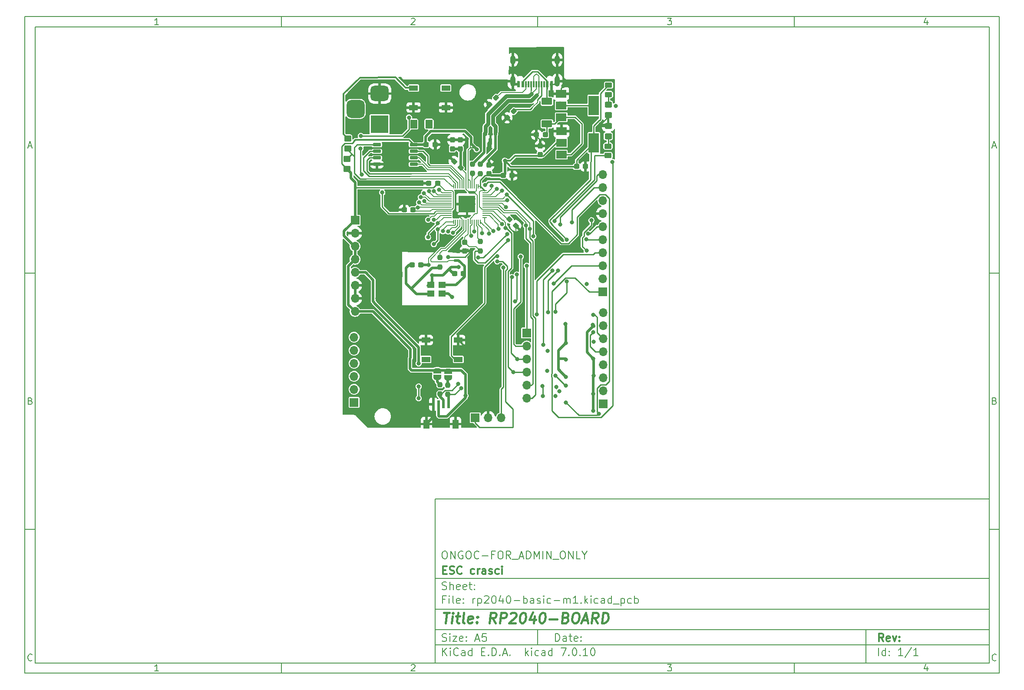
<source format=gbr>
%TF.GenerationSoftware,KiCad,Pcbnew,7.0.10*%
%TF.CreationDate,2024-01-28T16:32:00+05:30*%
%TF.ProjectId,rp2040-basic-m1,72703230-3430-42d6-9261-7369632d6d31,rev?*%
%TF.SameCoordinates,Original*%
%TF.FileFunction,Copper,L1,Top*%
%TF.FilePolarity,Positive*%
%FSLAX46Y46*%
G04 Gerber Fmt 4.6, Leading zero omitted, Abs format (unit mm)*
G04 Created by KiCad (PCBNEW 7.0.10) date 2024-01-28 16:32:00*
%MOMM*%
%LPD*%
G01*
G04 APERTURE LIST*
G04 Aperture macros list*
%AMRoundRect*
0 Rectangle with rounded corners*
0 $1 Rounding radius*
0 $2 $3 $4 $5 $6 $7 $8 $9 X,Y pos of 4 corners*
0 Add a 4 corners polygon primitive as box body*
4,1,4,$2,$3,$4,$5,$6,$7,$8,$9,$2,$3,0*
0 Add four circle primitives for the rounded corners*
1,1,$1+$1,$2,$3*
1,1,$1+$1,$4,$5*
1,1,$1+$1,$6,$7*
1,1,$1+$1,$8,$9*
0 Add four rect primitives between the rounded corners*
20,1,$1+$1,$2,$3,$4,$5,0*
20,1,$1+$1,$4,$5,$6,$7,0*
20,1,$1+$1,$6,$7,$8,$9,0*
20,1,$1+$1,$8,$9,$2,$3,0*%
%AMFreePoly0*
4,1,19,0.500000,-0.750000,0.000000,-0.750000,0.000000,-0.744911,-0.071157,-0.744911,-0.207708,-0.704816,-0.327430,-0.627875,-0.420627,-0.520320,-0.479746,-0.390866,-0.500000,-0.250000,-0.500000,0.250000,-0.479746,0.390866,-0.420627,0.520320,-0.327430,0.627875,-0.207708,0.704816,-0.071157,0.744911,0.000000,0.744911,0.000000,0.750000,0.500000,0.750000,0.500000,-0.750000,0.500000,-0.750000,
$1*%
%AMFreePoly1*
4,1,19,0.000000,0.744911,0.071157,0.744911,0.207708,0.704816,0.327430,0.627875,0.420627,0.520320,0.479746,0.390866,0.500000,0.250000,0.500000,-0.250000,0.479746,-0.390866,0.420627,-0.520320,0.327430,-0.627875,0.207708,-0.704816,0.071157,-0.744911,0.000000,-0.744911,0.000000,-0.750000,-0.500000,-0.750000,-0.500000,0.750000,0.000000,0.750000,0.000000,0.744911,0.000000,0.744911,
$1*%
G04 Aperture macros list end*
%ADD10C,0.100000*%
%ADD11C,0.150000*%
%ADD12C,0.300000*%
%ADD13C,0.400000*%
%TA.AperFunction,SMDPad,CuDef*%
%ADD14R,1.700000X1.000000*%
%TD*%
%TA.AperFunction,SMDPad,CuDef*%
%ADD15RoundRect,0.237500X0.300000X0.237500X-0.300000X0.237500X-0.300000X-0.237500X0.300000X-0.237500X0*%
%TD*%
%TA.AperFunction,SMDPad,CuDef*%
%ADD16R,2.000000X1.500000*%
%TD*%
%TA.AperFunction,SMDPad,CuDef*%
%ADD17R,2.000000X3.800000*%
%TD*%
%TA.AperFunction,ComponentPad*%
%ADD18R,1.700000X1.700000*%
%TD*%
%TA.AperFunction,ComponentPad*%
%ADD19O,1.700000X1.700000*%
%TD*%
%TA.AperFunction,SMDPad,CuDef*%
%ADD20RoundRect,0.250000X-0.450000X0.262500X-0.450000X-0.262500X0.450000X-0.262500X0.450000X0.262500X0*%
%TD*%
%TA.AperFunction,SMDPad,CuDef*%
%ADD21RoundRect,0.250000X0.450000X-0.350000X0.450000X0.350000X-0.450000X0.350000X-0.450000X-0.350000X0*%
%TD*%
%TA.AperFunction,SMDPad,CuDef*%
%ADD22RoundRect,0.237500X0.380070X-0.044194X-0.044194X0.380070X-0.380070X0.044194X0.044194X-0.380070X0*%
%TD*%
%TA.AperFunction,SMDPad,CuDef*%
%ADD23RoundRect,0.237500X0.237500X-0.250000X0.237500X0.250000X-0.237500X0.250000X-0.237500X-0.250000X0*%
%TD*%
%TA.AperFunction,SMDPad,CuDef*%
%ADD24RoundRect,0.237500X-0.300000X-0.237500X0.300000X-0.237500X0.300000X0.237500X-0.300000X0.237500X0*%
%TD*%
%TA.AperFunction,SMDPad,CuDef*%
%ADD25RoundRect,0.150000X-0.150000X0.587500X-0.150000X-0.587500X0.150000X-0.587500X0.150000X0.587500X0*%
%TD*%
%TA.AperFunction,SMDPad,CuDef*%
%ADD26R,1.400000X1.200000*%
%TD*%
%TA.AperFunction,SMDPad,CuDef*%
%ADD27RoundRect,0.250001X-0.462499X-0.624999X0.462499X-0.624999X0.462499X0.624999X-0.462499X0.624999X0*%
%TD*%
%TA.AperFunction,SMDPad,CuDef*%
%ADD28RoundRect,0.237500X0.237500X-0.300000X0.237500X0.300000X-0.237500X0.300000X-0.237500X-0.300000X0*%
%TD*%
%TA.AperFunction,SMDPad,CuDef*%
%ADD29RoundRect,0.237500X-0.380070X0.044194X0.044194X-0.380070X0.380070X-0.044194X-0.044194X0.380070X0*%
%TD*%
%TA.AperFunction,SMDPad,CuDef*%
%ADD30RoundRect,0.237500X-0.237500X0.250000X-0.237500X-0.250000X0.237500X-0.250000X0.237500X0.250000X0*%
%TD*%
%TA.AperFunction,SMDPad,CuDef*%
%ADD31FreePoly0,90.000000*%
%TD*%
%TA.AperFunction,SMDPad,CuDef*%
%ADD32FreePoly1,90.000000*%
%TD*%
%TA.AperFunction,SMDPad,CuDef*%
%ADD33R,0.600000X1.550000*%
%TD*%
%TA.AperFunction,SMDPad,CuDef*%
%ADD34R,1.200000X1.800000*%
%TD*%
%TA.AperFunction,SMDPad,CuDef*%
%ADD35RoundRect,0.250000X0.450000X-0.325000X0.450000X0.325000X-0.450000X0.325000X-0.450000X-0.325000X0*%
%TD*%
%TA.AperFunction,SMDPad,CuDef*%
%ADD36RoundRect,0.237500X0.008839X0.344715X-0.344715X-0.008839X-0.008839X-0.344715X0.344715X0.008839X0*%
%TD*%
%TA.AperFunction,SMDPad,CuDef*%
%ADD37RoundRect,0.050000X-0.387500X-0.050000X0.387500X-0.050000X0.387500X0.050000X-0.387500X0.050000X0*%
%TD*%
%TA.AperFunction,SMDPad,CuDef*%
%ADD38RoundRect,0.050000X-0.050000X-0.387500X0.050000X-0.387500X0.050000X0.387500X-0.050000X0.387500X0*%
%TD*%
%TA.AperFunction,SMDPad,CuDef*%
%ADD39R,3.200000X3.200000*%
%TD*%
%TA.AperFunction,SMDPad,CuDef*%
%ADD40RoundRect,0.250000X-0.450000X0.350000X-0.450000X-0.350000X0.450000X-0.350000X0.450000X0.350000X0*%
%TD*%
%TA.AperFunction,SMDPad,CuDef*%
%ADD41R,0.600000X1.240000*%
%TD*%
%TA.AperFunction,SMDPad,CuDef*%
%ADD42R,0.300000X1.240000*%
%TD*%
%TA.AperFunction,ComponentPad*%
%ADD43O,1.000000X2.100000*%
%TD*%
%TA.AperFunction,ComponentPad*%
%ADD44O,1.000000X1.800000*%
%TD*%
%TA.AperFunction,SMDPad,CuDef*%
%ADD45RoundRect,0.237500X-0.237500X0.300000X-0.237500X-0.300000X0.237500X-0.300000X0.237500X0.300000X0*%
%TD*%
%TA.AperFunction,SMDPad,CuDef*%
%ADD46RoundRect,0.250000X-0.450000X0.325000X-0.450000X-0.325000X0.450000X-0.325000X0.450000X0.325000X0*%
%TD*%
%TA.AperFunction,SMDPad,CuDef*%
%ADD47RoundRect,0.150000X-0.650000X-0.150000X0.650000X-0.150000X0.650000X0.150000X-0.650000X0.150000X0*%
%TD*%
%TA.AperFunction,ComponentPad*%
%ADD48R,3.500000X3.500000*%
%TD*%
%TA.AperFunction,ComponentPad*%
%ADD49RoundRect,0.750000X-1.000000X0.750000X-1.000000X-0.750000X1.000000X-0.750000X1.000000X0.750000X0*%
%TD*%
%TA.AperFunction,ComponentPad*%
%ADD50RoundRect,0.875000X-0.875000X0.875000X-0.875000X-0.875000X0.875000X-0.875000X0.875000X0.875000X0*%
%TD*%
%TA.AperFunction,SMDPad,CuDef*%
%ADD51RoundRect,0.250000X0.800000X-0.450000X0.800000X0.450000X-0.800000X0.450000X-0.800000X-0.450000X0*%
%TD*%
%TA.AperFunction,ViaPad*%
%ADD52C,0.800000*%
%TD*%
%TA.AperFunction,Conductor*%
%ADD53C,0.500000*%
%TD*%
%TA.AperFunction,Conductor*%
%ADD54C,0.250000*%
%TD*%
%TA.AperFunction,Conductor*%
%ADD55C,0.200000*%
%TD*%
%TA.AperFunction,Conductor*%
%ADD56C,0.350000*%
%TD*%
%TA.AperFunction,Conductor*%
%ADD57C,0.770000*%
%TD*%
G04 APERTURE END LIST*
D10*
D11*
X90007200Y-104005800D02*
X198007200Y-104005800D01*
X198007200Y-136005800D01*
X90007200Y-136005800D01*
X90007200Y-104005800D01*
D10*
D11*
X10000000Y-10000000D02*
X200007200Y-10000000D01*
X200007200Y-138005800D01*
X10000000Y-138005800D01*
X10000000Y-10000000D01*
D10*
D11*
X12000000Y-12000000D02*
X198007200Y-12000000D01*
X198007200Y-136005800D01*
X12000000Y-136005800D01*
X12000000Y-12000000D01*
D10*
D11*
X60000000Y-12000000D02*
X60000000Y-10000000D01*
D10*
D11*
X110000000Y-12000000D02*
X110000000Y-10000000D01*
D10*
D11*
X160000000Y-12000000D02*
X160000000Y-10000000D01*
D10*
D11*
X36089160Y-11593604D02*
X35346303Y-11593604D01*
X35717731Y-11593604D02*
X35717731Y-10293604D01*
X35717731Y-10293604D02*
X35593922Y-10479319D01*
X35593922Y-10479319D02*
X35470112Y-10603128D01*
X35470112Y-10603128D02*
X35346303Y-10665033D01*
D10*
D11*
X85346303Y-10417414D02*
X85408207Y-10355509D01*
X85408207Y-10355509D02*
X85532017Y-10293604D01*
X85532017Y-10293604D02*
X85841541Y-10293604D01*
X85841541Y-10293604D02*
X85965350Y-10355509D01*
X85965350Y-10355509D02*
X86027255Y-10417414D01*
X86027255Y-10417414D02*
X86089160Y-10541223D01*
X86089160Y-10541223D02*
X86089160Y-10665033D01*
X86089160Y-10665033D02*
X86027255Y-10850747D01*
X86027255Y-10850747D02*
X85284398Y-11593604D01*
X85284398Y-11593604D02*
X86089160Y-11593604D01*
D10*
D11*
X135284398Y-10293604D02*
X136089160Y-10293604D01*
X136089160Y-10293604D02*
X135655826Y-10788842D01*
X135655826Y-10788842D02*
X135841541Y-10788842D01*
X135841541Y-10788842D02*
X135965350Y-10850747D01*
X135965350Y-10850747D02*
X136027255Y-10912652D01*
X136027255Y-10912652D02*
X136089160Y-11036461D01*
X136089160Y-11036461D02*
X136089160Y-11345985D01*
X136089160Y-11345985D02*
X136027255Y-11469795D01*
X136027255Y-11469795D02*
X135965350Y-11531700D01*
X135965350Y-11531700D02*
X135841541Y-11593604D01*
X135841541Y-11593604D02*
X135470112Y-11593604D01*
X135470112Y-11593604D02*
X135346303Y-11531700D01*
X135346303Y-11531700D02*
X135284398Y-11469795D01*
D10*
D11*
X185965350Y-10726938D02*
X185965350Y-11593604D01*
X185655826Y-10231700D02*
X185346303Y-11160271D01*
X185346303Y-11160271D02*
X186151064Y-11160271D01*
D10*
D11*
X60000000Y-136005800D02*
X60000000Y-138005800D01*
D10*
D11*
X110000000Y-136005800D02*
X110000000Y-138005800D01*
D10*
D11*
X160000000Y-136005800D02*
X160000000Y-138005800D01*
D10*
D11*
X36089160Y-137599404D02*
X35346303Y-137599404D01*
X35717731Y-137599404D02*
X35717731Y-136299404D01*
X35717731Y-136299404D02*
X35593922Y-136485119D01*
X35593922Y-136485119D02*
X35470112Y-136608928D01*
X35470112Y-136608928D02*
X35346303Y-136670833D01*
D10*
D11*
X85346303Y-136423214D02*
X85408207Y-136361309D01*
X85408207Y-136361309D02*
X85532017Y-136299404D01*
X85532017Y-136299404D02*
X85841541Y-136299404D01*
X85841541Y-136299404D02*
X85965350Y-136361309D01*
X85965350Y-136361309D02*
X86027255Y-136423214D01*
X86027255Y-136423214D02*
X86089160Y-136547023D01*
X86089160Y-136547023D02*
X86089160Y-136670833D01*
X86089160Y-136670833D02*
X86027255Y-136856547D01*
X86027255Y-136856547D02*
X85284398Y-137599404D01*
X85284398Y-137599404D02*
X86089160Y-137599404D01*
D10*
D11*
X135284398Y-136299404D02*
X136089160Y-136299404D01*
X136089160Y-136299404D02*
X135655826Y-136794642D01*
X135655826Y-136794642D02*
X135841541Y-136794642D01*
X135841541Y-136794642D02*
X135965350Y-136856547D01*
X135965350Y-136856547D02*
X136027255Y-136918452D01*
X136027255Y-136918452D02*
X136089160Y-137042261D01*
X136089160Y-137042261D02*
X136089160Y-137351785D01*
X136089160Y-137351785D02*
X136027255Y-137475595D01*
X136027255Y-137475595D02*
X135965350Y-137537500D01*
X135965350Y-137537500D02*
X135841541Y-137599404D01*
X135841541Y-137599404D02*
X135470112Y-137599404D01*
X135470112Y-137599404D02*
X135346303Y-137537500D01*
X135346303Y-137537500D02*
X135284398Y-137475595D01*
D10*
D11*
X185965350Y-136732738D02*
X185965350Y-137599404D01*
X185655826Y-136237500D02*
X185346303Y-137166071D01*
X185346303Y-137166071D02*
X186151064Y-137166071D01*
D10*
D11*
X10000000Y-60000000D02*
X12000000Y-60000000D01*
D10*
D11*
X10000000Y-110000000D02*
X12000000Y-110000000D01*
D10*
D11*
X10690476Y-35222176D02*
X11309523Y-35222176D01*
X10566666Y-35593604D02*
X10999999Y-34293604D01*
X10999999Y-34293604D02*
X11433333Y-35593604D01*
D10*
D11*
X11092857Y-84912652D02*
X11278571Y-84974557D01*
X11278571Y-84974557D02*
X11340476Y-85036461D01*
X11340476Y-85036461D02*
X11402380Y-85160271D01*
X11402380Y-85160271D02*
X11402380Y-85345985D01*
X11402380Y-85345985D02*
X11340476Y-85469795D01*
X11340476Y-85469795D02*
X11278571Y-85531700D01*
X11278571Y-85531700D02*
X11154761Y-85593604D01*
X11154761Y-85593604D02*
X10659523Y-85593604D01*
X10659523Y-85593604D02*
X10659523Y-84293604D01*
X10659523Y-84293604D02*
X11092857Y-84293604D01*
X11092857Y-84293604D02*
X11216666Y-84355509D01*
X11216666Y-84355509D02*
X11278571Y-84417414D01*
X11278571Y-84417414D02*
X11340476Y-84541223D01*
X11340476Y-84541223D02*
X11340476Y-84665033D01*
X11340476Y-84665033D02*
X11278571Y-84788842D01*
X11278571Y-84788842D02*
X11216666Y-84850747D01*
X11216666Y-84850747D02*
X11092857Y-84912652D01*
X11092857Y-84912652D02*
X10659523Y-84912652D01*
D10*
D11*
X11402380Y-135469795D02*
X11340476Y-135531700D01*
X11340476Y-135531700D02*
X11154761Y-135593604D01*
X11154761Y-135593604D02*
X11030952Y-135593604D01*
X11030952Y-135593604D02*
X10845238Y-135531700D01*
X10845238Y-135531700D02*
X10721428Y-135407890D01*
X10721428Y-135407890D02*
X10659523Y-135284080D01*
X10659523Y-135284080D02*
X10597619Y-135036461D01*
X10597619Y-135036461D02*
X10597619Y-134850747D01*
X10597619Y-134850747D02*
X10659523Y-134603128D01*
X10659523Y-134603128D02*
X10721428Y-134479319D01*
X10721428Y-134479319D02*
X10845238Y-134355509D01*
X10845238Y-134355509D02*
X11030952Y-134293604D01*
X11030952Y-134293604D02*
X11154761Y-134293604D01*
X11154761Y-134293604D02*
X11340476Y-134355509D01*
X11340476Y-134355509D02*
X11402380Y-134417414D01*
D10*
D11*
X200007200Y-60000000D02*
X198007200Y-60000000D01*
D10*
D11*
X200007200Y-110000000D02*
X198007200Y-110000000D01*
D10*
D11*
X198697676Y-35222176D02*
X199316723Y-35222176D01*
X198573866Y-35593604D02*
X199007199Y-34293604D01*
X199007199Y-34293604D02*
X199440533Y-35593604D01*
D10*
D11*
X199100057Y-84912652D02*
X199285771Y-84974557D01*
X199285771Y-84974557D02*
X199347676Y-85036461D01*
X199347676Y-85036461D02*
X199409580Y-85160271D01*
X199409580Y-85160271D02*
X199409580Y-85345985D01*
X199409580Y-85345985D02*
X199347676Y-85469795D01*
X199347676Y-85469795D02*
X199285771Y-85531700D01*
X199285771Y-85531700D02*
X199161961Y-85593604D01*
X199161961Y-85593604D02*
X198666723Y-85593604D01*
X198666723Y-85593604D02*
X198666723Y-84293604D01*
X198666723Y-84293604D02*
X199100057Y-84293604D01*
X199100057Y-84293604D02*
X199223866Y-84355509D01*
X199223866Y-84355509D02*
X199285771Y-84417414D01*
X199285771Y-84417414D02*
X199347676Y-84541223D01*
X199347676Y-84541223D02*
X199347676Y-84665033D01*
X199347676Y-84665033D02*
X199285771Y-84788842D01*
X199285771Y-84788842D02*
X199223866Y-84850747D01*
X199223866Y-84850747D02*
X199100057Y-84912652D01*
X199100057Y-84912652D02*
X198666723Y-84912652D01*
D10*
D11*
X199409580Y-135469795D02*
X199347676Y-135531700D01*
X199347676Y-135531700D02*
X199161961Y-135593604D01*
X199161961Y-135593604D02*
X199038152Y-135593604D01*
X199038152Y-135593604D02*
X198852438Y-135531700D01*
X198852438Y-135531700D02*
X198728628Y-135407890D01*
X198728628Y-135407890D02*
X198666723Y-135284080D01*
X198666723Y-135284080D02*
X198604819Y-135036461D01*
X198604819Y-135036461D02*
X198604819Y-134850747D01*
X198604819Y-134850747D02*
X198666723Y-134603128D01*
X198666723Y-134603128D02*
X198728628Y-134479319D01*
X198728628Y-134479319D02*
X198852438Y-134355509D01*
X198852438Y-134355509D02*
X199038152Y-134293604D01*
X199038152Y-134293604D02*
X199161961Y-134293604D01*
X199161961Y-134293604D02*
X199347676Y-134355509D01*
X199347676Y-134355509D02*
X199409580Y-134417414D01*
D10*
D11*
X113463026Y-131791928D02*
X113463026Y-130291928D01*
X113463026Y-130291928D02*
X113820169Y-130291928D01*
X113820169Y-130291928D02*
X114034455Y-130363357D01*
X114034455Y-130363357D02*
X114177312Y-130506214D01*
X114177312Y-130506214D02*
X114248741Y-130649071D01*
X114248741Y-130649071D02*
X114320169Y-130934785D01*
X114320169Y-130934785D02*
X114320169Y-131149071D01*
X114320169Y-131149071D02*
X114248741Y-131434785D01*
X114248741Y-131434785D02*
X114177312Y-131577642D01*
X114177312Y-131577642D02*
X114034455Y-131720500D01*
X114034455Y-131720500D02*
X113820169Y-131791928D01*
X113820169Y-131791928D02*
X113463026Y-131791928D01*
X115605884Y-131791928D02*
X115605884Y-131006214D01*
X115605884Y-131006214D02*
X115534455Y-130863357D01*
X115534455Y-130863357D02*
X115391598Y-130791928D01*
X115391598Y-130791928D02*
X115105884Y-130791928D01*
X115105884Y-130791928D02*
X114963026Y-130863357D01*
X115605884Y-131720500D02*
X115463026Y-131791928D01*
X115463026Y-131791928D02*
X115105884Y-131791928D01*
X115105884Y-131791928D02*
X114963026Y-131720500D01*
X114963026Y-131720500D02*
X114891598Y-131577642D01*
X114891598Y-131577642D02*
X114891598Y-131434785D01*
X114891598Y-131434785D02*
X114963026Y-131291928D01*
X114963026Y-131291928D02*
X115105884Y-131220500D01*
X115105884Y-131220500D02*
X115463026Y-131220500D01*
X115463026Y-131220500D02*
X115605884Y-131149071D01*
X116105884Y-130791928D02*
X116677312Y-130791928D01*
X116320169Y-130291928D02*
X116320169Y-131577642D01*
X116320169Y-131577642D02*
X116391598Y-131720500D01*
X116391598Y-131720500D02*
X116534455Y-131791928D01*
X116534455Y-131791928D02*
X116677312Y-131791928D01*
X117748741Y-131720500D02*
X117605884Y-131791928D01*
X117605884Y-131791928D02*
X117320170Y-131791928D01*
X117320170Y-131791928D02*
X117177312Y-131720500D01*
X117177312Y-131720500D02*
X117105884Y-131577642D01*
X117105884Y-131577642D02*
X117105884Y-131006214D01*
X117105884Y-131006214D02*
X117177312Y-130863357D01*
X117177312Y-130863357D02*
X117320170Y-130791928D01*
X117320170Y-130791928D02*
X117605884Y-130791928D01*
X117605884Y-130791928D02*
X117748741Y-130863357D01*
X117748741Y-130863357D02*
X117820170Y-131006214D01*
X117820170Y-131006214D02*
X117820170Y-131149071D01*
X117820170Y-131149071D02*
X117105884Y-131291928D01*
X118463026Y-131649071D02*
X118534455Y-131720500D01*
X118534455Y-131720500D02*
X118463026Y-131791928D01*
X118463026Y-131791928D02*
X118391598Y-131720500D01*
X118391598Y-131720500D02*
X118463026Y-131649071D01*
X118463026Y-131649071D02*
X118463026Y-131791928D01*
X118463026Y-130863357D02*
X118534455Y-130934785D01*
X118534455Y-130934785D02*
X118463026Y-131006214D01*
X118463026Y-131006214D02*
X118391598Y-130934785D01*
X118391598Y-130934785D02*
X118463026Y-130863357D01*
X118463026Y-130863357D02*
X118463026Y-131006214D01*
D10*
D11*
X90007200Y-132505800D02*
X198007200Y-132505800D01*
D10*
D11*
X91463026Y-134591928D02*
X91463026Y-133091928D01*
X92320169Y-134591928D02*
X91677312Y-133734785D01*
X92320169Y-133091928D02*
X91463026Y-133949071D01*
X92963026Y-134591928D02*
X92963026Y-133591928D01*
X92963026Y-133091928D02*
X92891598Y-133163357D01*
X92891598Y-133163357D02*
X92963026Y-133234785D01*
X92963026Y-133234785D02*
X93034455Y-133163357D01*
X93034455Y-133163357D02*
X92963026Y-133091928D01*
X92963026Y-133091928D02*
X92963026Y-133234785D01*
X94534455Y-134449071D02*
X94463027Y-134520500D01*
X94463027Y-134520500D02*
X94248741Y-134591928D01*
X94248741Y-134591928D02*
X94105884Y-134591928D01*
X94105884Y-134591928D02*
X93891598Y-134520500D01*
X93891598Y-134520500D02*
X93748741Y-134377642D01*
X93748741Y-134377642D02*
X93677312Y-134234785D01*
X93677312Y-134234785D02*
X93605884Y-133949071D01*
X93605884Y-133949071D02*
X93605884Y-133734785D01*
X93605884Y-133734785D02*
X93677312Y-133449071D01*
X93677312Y-133449071D02*
X93748741Y-133306214D01*
X93748741Y-133306214D02*
X93891598Y-133163357D01*
X93891598Y-133163357D02*
X94105884Y-133091928D01*
X94105884Y-133091928D02*
X94248741Y-133091928D01*
X94248741Y-133091928D02*
X94463027Y-133163357D01*
X94463027Y-133163357D02*
X94534455Y-133234785D01*
X95820170Y-134591928D02*
X95820170Y-133806214D01*
X95820170Y-133806214D02*
X95748741Y-133663357D01*
X95748741Y-133663357D02*
X95605884Y-133591928D01*
X95605884Y-133591928D02*
X95320170Y-133591928D01*
X95320170Y-133591928D02*
X95177312Y-133663357D01*
X95820170Y-134520500D02*
X95677312Y-134591928D01*
X95677312Y-134591928D02*
X95320170Y-134591928D01*
X95320170Y-134591928D02*
X95177312Y-134520500D01*
X95177312Y-134520500D02*
X95105884Y-134377642D01*
X95105884Y-134377642D02*
X95105884Y-134234785D01*
X95105884Y-134234785D02*
X95177312Y-134091928D01*
X95177312Y-134091928D02*
X95320170Y-134020500D01*
X95320170Y-134020500D02*
X95677312Y-134020500D01*
X95677312Y-134020500D02*
X95820170Y-133949071D01*
X97177313Y-134591928D02*
X97177313Y-133091928D01*
X97177313Y-134520500D02*
X97034455Y-134591928D01*
X97034455Y-134591928D02*
X96748741Y-134591928D01*
X96748741Y-134591928D02*
X96605884Y-134520500D01*
X96605884Y-134520500D02*
X96534455Y-134449071D01*
X96534455Y-134449071D02*
X96463027Y-134306214D01*
X96463027Y-134306214D02*
X96463027Y-133877642D01*
X96463027Y-133877642D02*
X96534455Y-133734785D01*
X96534455Y-133734785D02*
X96605884Y-133663357D01*
X96605884Y-133663357D02*
X96748741Y-133591928D01*
X96748741Y-133591928D02*
X97034455Y-133591928D01*
X97034455Y-133591928D02*
X97177313Y-133663357D01*
X99034455Y-133806214D02*
X99534455Y-133806214D01*
X99748741Y-134591928D02*
X99034455Y-134591928D01*
X99034455Y-134591928D02*
X99034455Y-133091928D01*
X99034455Y-133091928D02*
X99748741Y-133091928D01*
X100391598Y-134449071D02*
X100463027Y-134520500D01*
X100463027Y-134520500D02*
X100391598Y-134591928D01*
X100391598Y-134591928D02*
X100320170Y-134520500D01*
X100320170Y-134520500D02*
X100391598Y-134449071D01*
X100391598Y-134449071D02*
X100391598Y-134591928D01*
X101105884Y-134591928D02*
X101105884Y-133091928D01*
X101105884Y-133091928D02*
X101463027Y-133091928D01*
X101463027Y-133091928D02*
X101677313Y-133163357D01*
X101677313Y-133163357D02*
X101820170Y-133306214D01*
X101820170Y-133306214D02*
X101891599Y-133449071D01*
X101891599Y-133449071D02*
X101963027Y-133734785D01*
X101963027Y-133734785D02*
X101963027Y-133949071D01*
X101963027Y-133949071D02*
X101891599Y-134234785D01*
X101891599Y-134234785D02*
X101820170Y-134377642D01*
X101820170Y-134377642D02*
X101677313Y-134520500D01*
X101677313Y-134520500D02*
X101463027Y-134591928D01*
X101463027Y-134591928D02*
X101105884Y-134591928D01*
X102605884Y-134449071D02*
X102677313Y-134520500D01*
X102677313Y-134520500D02*
X102605884Y-134591928D01*
X102605884Y-134591928D02*
X102534456Y-134520500D01*
X102534456Y-134520500D02*
X102605884Y-134449071D01*
X102605884Y-134449071D02*
X102605884Y-134591928D01*
X103248742Y-134163357D02*
X103963028Y-134163357D01*
X103105885Y-134591928D02*
X103605885Y-133091928D01*
X103605885Y-133091928D02*
X104105885Y-134591928D01*
X104605884Y-134449071D02*
X104677313Y-134520500D01*
X104677313Y-134520500D02*
X104605884Y-134591928D01*
X104605884Y-134591928D02*
X104534456Y-134520500D01*
X104534456Y-134520500D02*
X104605884Y-134449071D01*
X104605884Y-134449071D02*
X104605884Y-134591928D01*
X107605884Y-134591928D02*
X107605884Y-133091928D01*
X107748742Y-134020500D02*
X108177313Y-134591928D01*
X108177313Y-133591928D02*
X107605884Y-134163357D01*
X108820170Y-134591928D02*
X108820170Y-133591928D01*
X108820170Y-133091928D02*
X108748742Y-133163357D01*
X108748742Y-133163357D02*
X108820170Y-133234785D01*
X108820170Y-133234785D02*
X108891599Y-133163357D01*
X108891599Y-133163357D02*
X108820170Y-133091928D01*
X108820170Y-133091928D02*
X108820170Y-133234785D01*
X110177314Y-134520500D02*
X110034456Y-134591928D01*
X110034456Y-134591928D02*
X109748742Y-134591928D01*
X109748742Y-134591928D02*
X109605885Y-134520500D01*
X109605885Y-134520500D02*
X109534456Y-134449071D01*
X109534456Y-134449071D02*
X109463028Y-134306214D01*
X109463028Y-134306214D02*
X109463028Y-133877642D01*
X109463028Y-133877642D02*
X109534456Y-133734785D01*
X109534456Y-133734785D02*
X109605885Y-133663357D01*
X109605885Y-133663357D02*
X109748742Y-133591928D01*
X109748742Y-133591928D02*
X110034456Y-133591928D01*
X110034456Y-133591928D02*
X110177314Y-133663357D01*
X111463028Y-134591928D02*
X111463028Y-133806214D01*
X111463028Y-133806214D02*
X111391599Y-133663357D01*
X111391599Y-133663357D02*
X111248742Y-133591928D01*
X111248742Y-133591928D02*
X110963028Y-133591928D01*
X110963028Y-133591928D02*
X110820170Y-133663357D01*
X111463028Y-134520500D02*
X111320170Y-134591928D01*
X111320170Y-134591928D02*
X110963028Y-134591928D01*
X110963028Y-134591928D02*
X110820170Y-134520500D01*
X110820170Y-134520500D02*
X110748742Y-134377642D01*
X110748742Y-134377642D02*
X110748742Y-134234785D01*
X110748742Y-134234785D02*
X110820170Y-134091928D01*
X110820170Y-134091928D02*
X110963028Y-134020500D01*
X110963028Y-134020500D02*
X111320170Y-134020500D01*
X111320170Y-134020500D02*
X111463028Y-133949071D01*
X112820171Y-134591928D02*
X112820171Y-133091928D01*
X112820171Y-134520500D02*
X112677313Y-134591928D01*
X112677313Y-134591928D02*
X112391599Y-134591928D01*
X112391599Y-134591928D02*
X112248742Y-134520500D01*
X112248742Y-134520500D02*
X112177313Y-134449071D01*
X112177313Y-134449071D02*
X112105885Y-134306214D01*
X112105885Y-134306214D02*
X112105885Y-133877642D01*
X112105885Y-133877642D02*
X112177313Y-133734785D01*
X112177313Y-133734785D02*
X112248742Y-133663357D01*
X112248742Y-133663357D02*
X112391599Y-133591928D01*
X112391599Y-133591928D02*
X112677313Y-133591928D01*
X112677313Y-133591928D02*
X112820171Y-133663357D01*
X114534456Y-133091928D02*
X115534456Y-133091928D01*
X115534456Y-133091928D02*
X114891599Y-134591928D01*
X116105884Y-134449071D02*
X116177313Y-134520500D01*
X116177313Y-134520500D02*
X116105884Y-134591928D01*
X116105884Y-134591928D02*
X116034456Y-134520500D01*
X116034456Y-134520500D02*
X116105884Y-134449071D01*
X116105884Y-134449071D02*
X116105884Y-134591928D01*
X117105885Y-133091928D02*
X117248742Y-133091928D01*
X117248742Y-133091928D02*
X117391599Y-133163357D01*
X117391599Y-133163357D02*
X117463028Y-133234785D01*
X117463028Y-133234785D02*
X117534456Y-133377642D01*
X117534456Y-133377642D02*
X117605885Y-133663357D01*
X117605885Y-133663357D02*
X117605885Y-134020500D01*
X117605885Y-134020500D02*
X117534456Y-134306214D01*
X117534456Y-134306214D02*
X117463028Y-134449071D01*
X117463028Y-134449071D02*
X117391599Y-134520500D01*
X117391599Y-134520500D02*
X117248742Y-134591928D01*
X117248742Y-134591928D02*
X117105885Y-134591928D01*
X117105885Y-134591928D02*
X116963028Y-134520500D01*
X116963028Y-134520500D02*
X116891599Y-134449071D01*
X116891599Y-134449071D02*
X116820170Y-134306214D01*
X116820170Y-134306214D02*
X116748742Y-134020500D01*
X116748742Y-134020500D02*
X116748742Y-133663357D01*
X116748742Y-133663357D02*
X116820170Y-133377642D01*
X116820170Y-133377642D02*
X116891599Y-133234785D01*
X116891599Y-133234785D02*
X116963028Y-133163357D01*
X116963028Y-133163357D02*
X117105885Y-133091928D01*
X118248741Y-134449071D02*
X118320170Y-134520500D01*
X118320170Y-134520500D02*
X118248741Y-134591928D01*
X118248741Y-134591928D02*
X118177313Y-134520500D01*
X118177313Y-134520500D02*
X118248741Y-134449071D01*
X118248741Y-134449071D02*
X118248741Y-134591928D01*
X119748742Y-134591928D02*
X118891599Y-134591928D01*
X119320170Y-134591928D02*
X119320170Y-133091928D01*
X119320170Y-133091928D02*
X119177313Y-133306214D01*
X119177313Y-133306214D02*
X119034456Y-133449071D01*
X119034456Y-133449071D02*
X118891599Y-133520500D01*
X120677313Y-133091928D02*
X120820170Y-133091928D01*
X120820170Y-133091928D02*
X120963027Y-133163357D01*
X120963027Y-133163357D02*
X121034456Y-133234785D01*
X121034456Y-133234785D02*
X121105884Y-133377642D01*
X121105884Y-133377642D02*
X121177313Y-133663357D01*
X121177313Y-133663357D02*
X121177313Y-134020500D01*
X121177313Y-134020500D02*
X121105884Y-134306214D01*
X121105884Y-134306214D02*
X121034456Y-134449071D01*
X121034456Y-134449071D02*
X120963027Y-134520500D01*
X120963027Y-134520500D02*
X120820170Y-134591928D01*
X120820170Y-134591928D02*
X120677313Y-134591928D01*
X120677313Y-134591928D02*
X120534456Y-134520500D01*
X120534456Y-134520500D02*
X120463027Y-134449071D01*
X120463027Y-134449071D02*
X120391598Y-134306214D01*
X120391598Y-134306214D02*
X120320170Y-134020500D01*
X120320170Y-134020500D02*
X120320170Y-133663357D01*
X120320170Y-133663357D02*
X120391598Y-133377642D01*
X120391598Y-133377642D02*
X120463027Y-133234785D01*
X120463027Y-133234785D02*
X120534456Y-133163357D01*
X120534456Y-133163357D02*
X120677313Y-133091928D01*
D10*
D11*
X90007200Y-129505800D02*
X198007200Y-129505800D01*
D10*
D12*
X177418853Y-131784128D02*
X176918853Y-131069842D01*
X176561710Y-131784128D02*
X176561710Y-130284128D01*
X176561710Y-130284128D02*
X177133139Y-130284128D01*
X177133139Y-130284128D02*
X177275996Y-130355557D01*
X177275996Y-130355557D02*
X177347425Y-130426985D01*
X177347425Y-130426985D02*
X177418853Y-130569842D01*
X177418853Y-130569842D02*
X177418853Y-130784128D01*
X177418853Y-130784128D02*
X177347425Y-130926985D01*
X177347425Y-130926985D02*
X177275996Y-130998414D01*
X177275996Y-130998414D02*
X177133139Y-131069842D01*
X177133139Y-131069842D02*
X176561710Y-131069842D01*
X178633139Y-131712700D02*
X178490282Y-131784128D01*
X178490282Y-131784128D02*
X178204568Y-131784128D01*
X178204568Y-131784128D02*
X178061710Y-131712700D01*
X178061710Y-131712700D02*
X177990282Y-131569842D01*
X177990282Y-131569842D02*
X177990282Y-130998414D01*
X177990282Y-130998414D02*
X178061710Y-130855557D01*
X178061710Y-130855557D02*
X178204568Y-130784128D01*
X178204568Y-130784128D02*
X178490282Y-130784128D01*
X178490282Y-130784128D02*
X178633139Y-130855557D01*
X178633139Y-130855557D02*
X178704568Y-130998414D01*
X178704568Y-130998414D02*
X178704568Y-131141271D01*
X178704568Y-131141271D02*
X177990282Y-131284128D01*
X179204567Y-130784128D02*
X179561710Y-131784128D01*
X179561710Y-131784128D02*
X179918853Y-130784128D01*
X180490281Y-131641271D02*
X180561710Y-131712700D01*
X180561710Y-131712700D02*
X180490281Y-131784128D01*
X180490281Y-131784128D02*
X180418853Y-131712700D01*
X180418853Y-131712700D02*
X180490281Y-131641271D01*
X180490281Y-131641271D02*
X180490281Y-131784128D01*
X180490281Y-130855557D02*
X180561710Y-130926985D01*
X180561710Y-130926985D02*
X180490281Y-130998414D01*
X180490281Y-130998414D02*
X180418853Y-130926985D01*
X180418853Y-130926985D02*
X180490281Y-130855557D01*
X180490281Y-130855557D02*
X180490281Y-130998414D01*
D10*
D11*
X91391598Y-131720500D02*
X91605884Y-131791928D01*
X91605884Y-131791928D02*
X91963026Y-131791928D01*
X91963026Y-131791928D02*
X92105884Y-131720500D01*
X92105884Y-131720500D02*
X92177312Y-131649071D01*
X92177312Y-131649071D02*
X92248741Y-131506214D01*
X92248741Y-131506214D02*
X92248741Y-131363357D01*
X92248741Y-131363357D02*
X92177312Y-131220500D01*
X92177312Y-131220500D02*
X92105884Y-131149071D01*
X92105884Y-131149071D02*
X91963026Y-131077642D01*
X91963026Y-131077642D02*
X91677312Y-131006214D01*
X91677312Y-131006214D02*
X91534455Y-130934785D01*
X91534455Y-130934785D02*
X91463026Y-130863357D01*
X91463026Y-130863357D02*
X91391598Y-130720500D01*
X91391598Y-130720500D02*
X91391598Y-130577642D01*
X91391598Y-130577642D02*
X91463026Y-130434785D01*
X91463026Y-130434785D02*
X91534455Y-130363357D01*
X91534455Y-130363357D02*
X91677312Y-130291928D01*
X91677312Y-130291928D02*
X92034455Y-130291928D01*
X92034455Y-130291928D02*
X92248741Y-130363357D01*
X92891597Y-131791928D02*
X92891597Y-130791928D01*
X92891597Y-130291928D02*
X92820169Y-130363357D01*
X92820169Y-130363357D02*
X92891597Y-130434785D01*
X92891597Y-130434785D02*
X92963026Y-130363357D01*
X92963026Y-130363357D02*
X92891597Y-130291928D01*
X92891597Y-130291928D02*
X92891597Y-130434785D01*
X93463026Y-130791928D02*
X94248741Y-130791928D01*
X94248741Y-130791928D02*
X93463026Y-131791928D01*
X93463026Y-131791928D02*
X94248741Y-131791928D01*
X95391598Y-131720500D02*
X95248741Y-131791928D01*
X95248741Y-131791928D02*
X94963027Y-131791928D01*
X94963027Y-131791928D02*
X94820169Y-131720500D01*
X94820169Y-131720500D02*
X94748741Y-131577642D01*
X94748741Y-131577642D02*
X94748741Y-131006214D01*
X94748741Y-131006214D02*
X94820169Y-130863357D01*
X94820169Y-130863357D02*
X94963027Y-130791928D01*
X94963027Y-130791928D02*
X95248741Y-130791928D01*
X95248741Y-130791928D02*
X95391598Y-130863357D01*
X95391598Y-130863357D02*
X95463027Y-131006214D01*
X95463027Y-131006214D02*
X95463027Y-131149071D01*
X95463027Y-131149071D02*
X94748741Y-131291928D01*
X96105883Y-131649071D02*
X96177312Y-131720500D01*
X96177312Y-131720500D02*
X96105883Y-131791928D01*
X96105883Y-131791928D02*
X96034455Y-131720500D01*
X96034455Y-131720500D02*
X96105883Y-131649071D01*
X96105883Y-131649071D02*
X96105883Y-131791928D01*
X96105883Y-130863357D02*
X96177312Y-130934785D01*
X96177312Y-130934785D02*
X96105883Y-131006214D01*
X96105883Y-131006214D02*
X96034455Y-130934785D01*
X96034455Y-130934785D02*
X96105883Y-130863357D01*
X96105883Y-130863357D02*
X96105883Y-131006214D01*
X97891598Y-131363357D02*
X98605884Y-131363357D01*
X97748741Y-131791928D02*
X98248741Y-130291928D01*
X98248741Y-130291928D02*
X98748741Y-131791928D01*
X99963026Y-130291928D02*
X99248740Y-130291928D01*
X99248740Y-130291928D02*
X99177312Y-131006214D01*
X99177312Y-131006214D02*
X99248740Y-130934785D01*
X99248740Y-130934785D02*
X99391598Y-130863357D01*
X99391598Y-130863357D02*
X99748740Y-130863357D01*
X99748740Y-130863357D02*
X99891598Y-130934785D01*
X99891598Y-130934785D02*
X99963026Y-131006214D01*
X99963026Y-131006214D02*
X100034455Y-131149071D01*
X100034455Y-131149071D02*
X100034455Y-131506214D01*
X100034455Y-131506214D02*
X99963026Y-131649071D01*
X99963026Y-131649071D02*
X99891598Y-131720500D01*
X99891598Y-131720500D02*
X99748740Y-131791928D01*
X99748740Y-131791928D02*
X99391598Y-131791928D01*
X99391598Y-131791928D02*
X99248740Y-131720500D01*
X99248740Y-131720500D02*
X99177312Y-131649071D01*
D10*
D11*
X176463026Y-134591928D02*
X176463026Y-133091928D01*
X177820170Y-134591928D02*
X177820170Y-133091928D01*
X177820170Y-134520500D02*
X177677312Y-134591928D01*
X177677312Y-134591928D02*
X177391598Y-134591928D01*
X177391598Y-134591928D02*
X177248741Y-134520500D01*
X177248741Y-134520500D02*
X177177312Y-134449071D01*
X177177312Y-134449071D02*
X177105884Y-134306214D01*
X177105884Y-134306214D02*
X177105884Y-133877642D01*
X177105884Y-133877642D02*
X177177312Y-133734785D01*
X177177312Y-133734785D02*
X177248741Y-133663357D01*
X177248741Y-133663357D02*
X177391598Y-133591928D01*
X177391598Y-133591928D02*
X177677312Y-133591928D01*
X177677312Y-133591928D02*
X177820170Y-133663357D01*
X178534455Y-134449071D02*
X178605884Y-134520500D01*
X178605884Y-134520500D02*
X178534455Y-134591928D01*
X178534455Y-134591928D02*
X178463027Y-134520500D01*
X178463027Y-134520500D02*
X178534455Y-134449071D01*
X178534455Y-134449071D02*
X178534455Y-134591928D01*
X178534455Y-133663357D02*
X178605884Y-133734785D01*
X178605884Y-133734785D02*
X178534455Y-133806214D01*
X178534455Y-133806214D02*
X178463027Y-133734785D01*
X178463027Y-133734785D02*
X178534455Y-133663357D01*
X178534455Y-133663357D02*
X178534455Y-133806214D01*
X181177313Y-134591928D02*
X180320170Y-134591928D01*
X180748741Y-134591928D02*
X180748741Y-133091928D01*
X180748741Y-133091928D02*
X180605884Y-133306214D01*
X180605884Y-133306214D02*
X180463027Y-133449071D01*
X180463027Y-133449071D02*
X180320170Y-133520500D01*
X182891598Y-133020500D02*
X181605884Y-134949071D01*
X184177313Y-134591928D02*
X183320170Y-134591928D01*
X183748741Y-134591928D02*
X183748741Y-133091928D01*
X183748741Y-133091928D02*
X183605884Y-133306214D01*
X183605884Y-133306214D02*
X183463027Y-133449071D01*
X183463027Y-133449071D02*
X183320170Y-133520500D01*
D10*
D11*
X90007200Y-125505800D02*
X198007200Y-125505800D01*
D10*
D13*
X91698928Y-126210238D02*
X92841785Y-126210238D01*
X92020357Y-128210238D02*
X92270357Y-126210238D01*
X93258452Y-128210238D02*
X93425119Y-126876904D01*
X93508452Y-126210238D02*
X93401309Y-126305476D01*
X93401309Y-126305476D02*
X93484643Y-126400714D01*
X93484643Y-126400714D02*
X93591786Y-126305476D01*
X93591786Y-126305476D02*
X93508452Y-126210238D01*
X93508452Y-126210238D02*
X93484643Y-126400714D01*
X94091786Y-126876904D02*
X94853690Y-126876904D01*
X94460833Y-126210238D02*
X94246548Y-127924523D01*
X94246548Y-127924523D02*
X94317976Y-128115000D01*
X94317976Y-128115000D02*
X94496548Y-128210238D01*
X94496548Y-128210238D02*
X94687024Y-128210238D01*
X95639405Y-128210238D02*
X95460833Y-128115000D01*
X95460833Y-128115000D02*
X95389405Y-127924523D01*
X95389405Y-127924523D02*
X95603690Y-126210238D01*
X97175119Y-128115000D02*
X96972738Y-128210238D01*
X96972738Y-128210238D02*
X96591785Y-128210238D01*
X96591785Y-128210238D02*
X96413214Y-128115000D01*
X96413214Y-128115000D02*
X96341785Y-127924523D01*
X96341785Y-127924523D02*
X96437024Y-127162619D01*
X96437024Y-127162619D02*
X96556071Y-126972142D01*
X96556071Y-126972142D02*
X96758452Y-126876904D01*
X96758452Y-126876904D02*
X97139404Y-126876904D01*
X97139404Y-126876904D02*
X97317976Y-126972142D01*
X97317976Y-126972142D02*
X97389404Y-127162619D01*
X97389404Y-127162619D02*
X97365595Y-127353095D01*
X97365595Y-127353095D02*
X96389404Y-127543571D01*
X98139405Y-128019761D02*
X98222738Y-128115000D01*
X98222738Y-128115000D02*
X98115595Y-128210238D01*
X98115595Y-128210238D02*
X98032262Y-128115000D01*
X98032262Y-128115000D02*
X98139405Y-128019761D01*
X98139405Y-128019761D02*
X98115595Y-128210238D01*
X98270357Y-126972142D02*
X98353690Y-127067380D01*
X98353690Y-127067380D02*
X98246548Y-127162619D01*
X98246548Y-127162619D02*
X98163214Y-127067380D01*
X98163214Y-127067380D02*
X98270357Y-126972142D01*
X98270357Y-126972142D02*
X98246548Y-127162619D01*
X101734643Y-128210238D02*
X101187024Y-127257857D01*
X100591786Y-128210238D02*
X100841786Y-126210238D01*
X100841786Y-126210238D02*
X101603691Y-126210238D01*
X101603691Y-126210238D02*
X101782262Y-126305476D01*
X101782262Y-126305476D02*
X101865596Y-126400714D01*
X101865596Y-126400714D02*
X101937024Y-126591190D01*
X101937024Y-126591190D02*
X101901310Y-126876904D01*
X101901310Y-126876904D02*
X101782262Y-127067380D01*
X101782262Y-127067380D02*
X101675120Y-127162619D01*
X101675120Y-127162619D02*
X101472739Y-127257857D01*
X101472739Y-127257857D02*
X100710834Y-127257857D01*
X102591786Y-128210238D02*
X102841786Y-126210238D01*
X102841786Y-126210238D02*
X103603691Y-126210238D01*
X103603691Y-126210238D02*
X103782262Y-126305476D01*
X103782262Y-126305476D02*
X103865596Y-126400714D01*
X103865596Y-126400714D02*
X103937024Y-126591190D01*
X103937024Y-126591190D02*
X103901310Y-126876904D01*
X103901310Y-126876904D02*
X103782262Y-127067380D01*
X103782262Y-127067380D02*
X103675120Y-127162619D01*
X103675120Y-127162619D02*
X103472739Y-127257857D01*
X103472739Y-127257857D02*
X102710834Y-127257857D01*
X104722739Y-126400714D02*
X104829881Y-126305476D01*
X104829881Y-126305476D02*
X105032262Y-126210238D01*
X105032262Y-126210238D02*
X105508453Y-126210238D01*
X105508453Y-126210238D02*
X105687024Y-126305476D01*
X105687024Y-126305476D02*
X105770358Y-126400714D01*
X105770358Y-126400714D02*
X105841786Y-126591190D01*
X105841786Y-126591190D02*
X105817977Y-126781666D01*
X105817977Y-126781666D02*
X105687024Y-127067380D01*
X105687024Y-127067380D02*
X104401310Y-128210238D01*
X104401310Y-128210238D02*
X105639405Y-128210238D01*
X107127501Y-126210238D02*
X107317977Y-126210238D01*
X107317977Y-126210238D02*
X107496548Y-126305476D01*
X107496548Y-126305476D02*
X107579882Y-126400714D01*
X107579882Y-126400714D02*
X107651310Y-126591190D01*
X107651310Y-126591190D02*
X107698929Y-126972142D01*
X107698929Y-126972142D02*
X107639405Y-127448333D01*
X107639405Y-127448333D02*
X107496548Y-127829285D01*
X107496548Y-127829285D02*
X107377501Y-128019761D01*
X107377501Y-128019761D02*
X107270358Y-128115000D01*
X107270358Y-128115000D02*
X107067977Y-128210238D01*
X107067977Y-128210238D02*
X106877501Y-128210238D01*
X106877501Y-128210238D02*
X106698929Y-128115000D01*
X106698929Y-128115000D02*
X106615596Y-128019761D01*
X106615596Y-128019761D02*
X106544167Y-127829285D01*
X106544167Y-127829285D02*
X106496548Y-127448333D01*
X106496548Y-127448333D02*
X106556072Y-126972142D01*
X106556072Y-126972142D02*
X106698929Y-126591190D01*
X106698929Y-126591190D02*
X106817977Y-126400714D01*
X106817977Y-126400714D02*
X106925120Y-126305476D01*
X106925120Y-126305476D02*
X107127501Y-126210238D01*
X109425120Y-126876904D02*
X109258453Y-128210238D01*
X109044167Y-126115000D02*
X108389405Y-127543571D01*
X108389405Y-127543571D02*
X109627501Y-127543571D01*
X110937025Y-126210238D02*
X111127501Y-126210238D01*
X111127501Y-126210238D02*
X111306072Y-126305476D01*
X111306072Y-126305476D02*
X111389406Y-126400714D01*
X111389406Y-126400714D02*
X111460834Y-126591190D01*
X111460834Y-126591190D02*
X111508453Y-126972142D01*
X111508453Y-126972142D02*
X111448929Y-127448333D01*
X111448929Y-127448333D02*
X111306072Y-127829285D01*
X111306072Y-127829285D02*
X111187025Y-128019761D01*
X111187025Y-128019761D02*
X111079882Y-128115000D01*
X111079882Y-128115000D02*
X110877501Y-128210238D01*
X110877501Y-128210238D02*
X110687025Y-128210238D01*
X110687025Y-128210238D02*
X110508453Y-128115000D01*
X110508453Y-128115000D02*
X110425120Y-128019761D01*
X110425120Y-128019761D02*
X110353691Y-127829285D01*
X110353691Y-127829285D02*
X110306072Y-127448333D01*
X110306072Y-127448333D02*
X110365596Y-126972142D01*
X110365596Y-126972142D02*
X110508453Y-126591190D01*
X110508453Y-126591190D02*
X110627501Y-126400714D01*
X110627501Y-126400714D02*
X110734644Y-126305476D01*
X110734644Y-126305476D02*
X110937025Y-126210238D01*
X112306072Y-127448333D02*
X113829882Y-127448333D01*
X115484643Y-127162619D02*
X115758453Y-127257857D01*
X115758453Y-127257857D02*
X115841786Y-127353095D01*
X115841786Y-127353095D02*
X115913215Y-127543571D01*
X115913215Y-127543571D02*
X115877500Y-127829285D01*
X115877500Y-127829285D02*
X115758453Y-128019761D01*
X115758453Y-128019761D02*
X115651310Y-128115000D01*
X115651310Y-128115000D02*
X115448929Y-128210238D01*
X115448929Y-128210238D02*
X114687024Y-128210238D01*
X114687024Y-128210238D02*
X114937024Y-126210238D01*
X114937024Y-126210238D02*
X115603691Y-126210238D01*
X115603691Y-126210238D02*
X115782262Y-126305476D01*
X115782262Y-126305476D02*
X115865596Y-126400714D01*
X115865596Y-126400714D02*
X115937024Y-126591190D01*
X115937024Y-126591190D02*
X115913215Y-126781666D01*
X115913215Y-126781666D02*
X115794167Y-126972142D01*
X115794167Y-126972142D02*
X115687024Y-127067380D01*
X115687024Y-127067380D02*
X115484643Y-127162619D01*
X115484643Y-127162619D02*
X114817977Y-127162619D01*
X117317977Y-126210238D02*
X117698929Y-126210238D01*
X117698929Y-126210238D02*
X117877500Y-126305476D01*
X117877500Y-126305476D02*
X118044167Y-126495952D01*
X118044167Y-126495952D02*
X118091786Y-126876904D01*
X118091786Y-126876904D02*
X118008453Y-127543571D01*
X118008453Y-127543571D02*
X117865596Y-127924523D01*
X117865596Y-127924523D02*
X117651310Y-128115000D01*
X117651310Y-128115000D02*
X117448929Y-128210238D01*
X117448929Y-128210238D02*
X117067977Y-128210238D01*
X117067977Y-128210238D02*
X116889405Y-128115000D01*
X116889405Y-128115000D02*
X116722739Y-127924523D01*
X116722739Y-127924523D02*
X116675119Y-127543571D01*
X116675119Y-127543571D02*
X116758453Y-126876904D01*
X116758453Y-126876904D02*
X116901310Y-126495952D01*
X116901310Y-126495952D02*
X117115596Y-126305476D01*
X117115596Y-126305476D02*
X117317977Y-126210238D01*
X118758453Y-127638809D02*
X119710834Y-127638809D01*
X118496548Y-128210238D02*
X119413215Y-126210238D01*
X119413215Y-126210238D02*
X119829881Y-128210238D01*
X121639405Y-128210238D02*
X121091786Y-127257857D01*
X120496548Y-128210238D02*
X120746548Y-126210238D01*
X120746548Y-126210238D02*
X121508453Y-126210238D01*
X121508453Y-126210238D02*
X121687024Y-126305476D01*
X121687024Y-126305476D02*
X121770358Y-126400714D01*
X121770358Y-126400714D02*
X121841786Y-126591190D01*
X121841786Y-126591190D02*
X121806072Y-126876904D01*
X121806072Y-126876904D02*
X121687024Y-127067380D01*
X121687024Y-127067380D02*
X121579882Y-127162619D01*
X121579882Y-127162619D02*
X121377501Y-127257857D01*
X121377501Y-127257857D02*
X120615596Y-127257857D01*
X122496548Y-128210238D02*
X122746548Y-126210238D01*
X122746548Y-126210238D02*
X123222739Y-126210238D01*
X123222739Y-126210238D02*
X123496548Y-126305476D01*
X123496548Y-126305476D02*
X123663215Y-126495952D01*
X123663215Y-126495952D02*
X123734643Y-126686428D01*
X123734643Y-126686428D02*
X123782263Y-127067380D01*
X123782263Y-127067380D02*
X123746548Y-127353095D01*
X123746548Y-127353095D02*
X123603691Y-127734047D01*
X123603691Y-127734047D02*
X123484643Y-127924523D01*
X123484643Y-127924523D02*
X123270358Y-128115000D01*
X123270358Y-128115000D02*
X122972739Y-128210238D01*
X122972739Y-128210238D02*
X122496548Y-128210238D01*
D10*
D11*
X91963026Y-123606214D02*
X91463026Y-123606214D01*
X91463026Y-124391928D02*
X91463026Y-122891928D01*
X91463026Y-122891928D02*
X92177312Y-122891928D01*
X92748740Y-124391928D02*
X92748740Y-123391928D01*
X92748740Y-122891928D02*
X92677312Y-122963357D01*
X92677312Y-122963357D02*
X92748740Y-123034785D01*
X92748740Y-123034785D02*
X92820169Y-122963357D01*
X92820169Y-122963357D02*
X92748740Y-122891928D01*
X92748740Y-122891928D02*
X92748740Y-123034785D01*
X93677312Y-124391928D02*
X93534455Y-124320500D01*
X93534455Y-124320500D02*
X93463026Y-124177642D01*
X93463026Y-124177642D02*
X93463026Y-122891928D01*
X94820169Y-124320500D02*
X94677312Y-124391928D01*
X94677312Y-124391928D02*
X94391598Y-124391928D01*
X94391598Y-124391928D02*
X94248740Y-124320500D01*
X94248740Y-124320500D02*
X94177312Y-124177642D01*
X94177312Y-124177642D02*
X94177312Y-123606214D01*
X94177312Y-123606214D02*
X94248740Y-123463357D01*
X94248740Y-123463357D02*
X94391598Y-123391928D01*
X94391598Y-123391928D02*
X94677312Y-123391928D01*
X94677312Y-123391928D02*
X94820169Y-123463357D01*
X94820169Y-123463357D02*
X94891598Y-123606214D01*
X94891598Y-123606214D02*
X94891598Y-123749071D01*
X94891598Y-123749071D02*
X94177312Y-123891928D01*
X95534454Y-124249071D02*
X95605883Y-124320500D01*
X95605883Y-124320500D02*
X95534454Y-124391928D01*
X95534454Y-124391928D02*
X95463026Y-124320500D01*
X95463026Y-124320500D02*
X95534454Y-124249071D01*
X95534454Y-124249071D02*
X95534454Y-124391928D01*
X95534454Y-123463357D02*
X95605883Y-123534785D01*
X95605883Y-123534785D02*
X95534454Y-123606214D01*
X95534454Y-123606214D02*
X95463026Y-123534785D01*
X95463026Y-123534785D02*
X95534454Y-123463357D01*
X95534454Y-123463357D02*
X95534454Y-123606214D01*
X97391597Y-124391928D02*
X97391597Y-123391928D01*
X97391597Y-123677642D02*
X97463026Y-123534785D01*
X97463026Y-123534785D02*
X97534455Y-123463357D01*
X97534455Y-123463357D02*
X97677312Y-123391928D01*
X97677312Y-123391928D02*
X97820169Y-123391928D01*
X98320168Y-123391928D02*
X98320168Y-124891928D01*
X98320168Y-123463357D02*
X98463026Y-123391928D01*
X98463026Y-123391928D02*
X98748740Y-123391928D01*
X98748740Y-123391928D02*
X98891597Y-123463357D01*
X98891597Y-123463357D02*
X98963026Y-123534785D01*
X98963026Y-123534785D02*
X99034454Y-123677642D01*
X99034454Y-123677642D02*
X99034454Y-124106214D01*
X99034454Y-124106214D02*
X98963026Y-124249071D01*
X98963026Y-124249071D02*
X98891597Y-124320500D01*
X98891597Y-124320500D02*
X98748740Y-124391928D01*
X98748740Y-124391928D02*
X98463026Y-124391928D01*
X98463026Y-124391928D02*
X98320168Y-124320500D01*
X99605883Y-123034785D02*
X99677311Y-122963357D01*
X99677311Y-122963357D02*
X99820169Y-122891928D01*
X99820169Y-122891928D02*
X100177311Y-122891928D01*
X100177311Y-122891928D02*
X100320169Y-122963357D01*
X100320169Y-122963357D02*
X100391597Y-123034785D01*
X100391597Y-123034785D02*
X100463026Y-123177642D01*
X100463026Y-123177642D02*
X100463026Y-123320500D01*
X100463026Y-123320500D02*
X100391597Y-123534785D01*
X100391597Y-123534785D02*
X99534454Y-124391928D01*
X99534454Y-124391928D02*
X100463026Y-124391928D01*
X101391597Y-122891928D02*
X101534454Y-122891928D01*
X101534454Y-122891928D02*
X101677311Y-122963357D01*
X101677311Y-122963357D02*
X101748740Y-123034785D01*
X101748740Y-123034785D02*
X101820168Y-123177642D01*
X101820168Y-123177642D02*
X101891597Y-123463357D01*
X101891597Y-123463357D02*
X101891597Y-123820500D01*
X101891597Y-123820500D02*
X101820168Y-124106214D01*
X101820168Y-124106214D02*
X101748740Y-124249071D01*
X101748740Y-124249071D02*
X101677311Y-124320500D01*
X101677311Y-124320500D02*
X101534454Y-124391928D01*
X101534454Y-124391928D02*
X101391597Y-124391928D01*
X101391597Y-124391928D02*
X101248740Y-124320500D01*
X101248740Y-124320500D02*
X101177311Y-124249071D01*
X101177311Y-124249071D02*
X101105882Y-124106214D01*
X101105882Y-124106214D02*
X101034454Y-123820500D01*
X101034454Y-123820500D02*
X101034454Y-123463357D01*
X101034454Y-123463357D02*
X101105882Y-123177642D01*
X101105882Y-123177642D02*
X101177311Y-123034785D01*
X101177311Y-123034785D02*
X101248740Y-122963357D01*
X101248740Y-122963357D02*
X101391597Y-122891928D01*
X103177311Y-123391928D02*
X103177311Y-124391928D01*
X102820168Y-122820500D02*
X102463025Y-123891928D01*
X102463025Y-123891928D02*
X103391596Y-123891928D01*
X104248739Y-122891928D02*
X104391596Y-122891928D01*
X104391596Y-122891928D02*
X104534453Y-122963357D01*
X104534453Y-122963357D02*
X104605882Y-123034785D01*
X104605882Y-123034785D02*
X104677310Y-123177642D01*
X104677310Y-123177642D02*
X104748739Y-123463357D01*
X104748739Y-123463357D02*
X104748739Y-123820500D01*
X104748739Y-123820500D02*
X104677310Y-124106214D01*
X104677310Y-124106214D02*
X104605882Y-124249071D01*
X104605882Y-124249071D02*
X104534453Y-124320500D01*
X104534453Y-124320500D02*
X104391596Y-124391928D01*
X104391596Y-124391928D02*
X104248739Y-124391928D01*
X104248739Y-124391928D02*
X104105882Y-124320500D01*
X104105882Y-124320500D02*
X104034453Y-124249071D01*
X104034453Y-124249071D02*
X103963024Y-124106214D01*
X103963024Y-124106214D02*
X103891596Y-123820500D01*
X103891596Y-123820500D02*
X103891596Y-123463357D01*
X103891596Y-123463357D02*
X103963024Y-123177642D01*
X103963024Y-123177642D02*
X104034453Y-123034785D01*
X104034453Y-123034785D02*
X104105882Y-122963357D01*
X104105882Y-122963357D02*
X104248739Y-122891928D01*
X105391595Y-123820500D02*
X106534453Y-123820500D01*
X107248738Y-124391928D02*
X107248738Y-122891928D01*
X107248738Y-123463357D02*
X107391596Y-123391928D01*
X107391596Y-123391928D02*
X107677310Y-123391928D01*
X107677310Y-123391928D02*
X107820167Y-123463357D01*
X107820167Y-123463357D02*
X107891596Y-123534785D01*
X107891596Y-123534785D02*
X107963024Y-123677642D01*
X107963024Y-123677642D02*
X107963024Y-124106214D01*
X107963024Y-124106214D02*
X107891596Y-124249071D01*
X107891596Y-124249071D02*
X107820167Y-124320500D01*
X107820167Y-124320500D02*
X107677310Y-124391928D01*
X107677310Y-124391928D02*
X107391596Y-124391928D01*
X107391596Y-124391928D02*
X107248738Y-124320500D01*
X109248739Y-124391928D02*
X109248739Y-123606214D01*
X109248739Y-123606214D02*
X109177310Y-123463357D01*
X109177310Y-123463357D02*
X109034453Y-123391928D01*
X109034453Y-123391928D02*
X108748739Y-123391928D01*
X108748739Y-123391928D02*
X108605881Y-123463357D01*
X109248739Y-124320500D02*
X109105881Y-124391928D01*
X109105881Y-124391928D02*
X108748739Y-124391928D01*
X108748739Y-124391928D02*
X108605881Y-124320500D01*
X108605881Y-124320500D02*
X108534453Y-124177642D01*
X108534453Y-124177642D02*
X108534453Y-124034785D01*
X108534453Y-124034785D02*
X108605881Y-123891928D01*
X108605881Y-123891928D02*
X108748739Y-123820500D01*
X108748739Y-123820500D02*
X109105881Y-123820500D01*
X109105881Y-123820500D02*
X109248739Y-123749071D01*
X109891596Y-124320500D02*
X110034453Y-124391928D01*
X110034453Y-124391928D02*
X110320167Y-124391928D01*
X110320167Y-124391928D02*
X110463024Y-124320500D01*
X110463024Y-124320500D02*
X110534453Y-124177642D01*
X110534453Y-124177642D02*
X110534453Y-124106214D01*
X110534453Y-124106214D02*
X110463024Y-123963357D01*
X110463024Y-123963357D02*
X110320167Y-123891928D01*
X110320167Y-123891928D02*
X110105882Y-123891928D01*
X110105882Y-123891928D02*
X109963024Y-123820500D01*
X109963024Y-123820500D02*
X109891596Y-123677642D01*
X109891596Y-123677642D02*
X109891596Y-123606214D01*
X109891596Y-123606214D02*
X109963024Y-123463357D01*
X109963024Y-123463357D02*
X110105882Y-123391928D01*
X110105882Y-123391928D02*
X110320167Y-123391928D01*
X110320167Y-123391928D02*
X110463024Y-123463357D01*
X111177310Y-124391928D02*
X111177310Y-123391928D01*
X111177310Y-122891928D02*
X111105882Y-122963357D01*
X111105882Y-122963357D02*
X111177310Y-123034785D01*
X111177310Y-123034785D02*
X111248739Y-122963357D01*
X111248739Y-122963357D02*
X111177310Y-122891928D01*
X111177310Y-122891928D02*
X111177310Y-123034785D01*
X112534454Y-124320500D02*
X112391596Y-124391928D01*
X112391596Y-124391928D02*
X112105882Y-124391928D01*
X112105882Y-124391928D02*
X111963025Y-124320500D01*
X111963025Y-124320500D02*
X111891596Y-124249071D01*
X111891596Y-124249071D02*
X111820168Y-124106214D01*
X111820168Y-124106214D02*
X111820168Y-123677642D01*
X111820168Y-123677642D02*
X111891596Y-123534785D01*
X111891596Y-123534785D02*
X111963025Y-123463357D01*
X111963025Y-123463357D02*
X112105882Y-123391928D01*
X112105882Y-123391928D02*
X112391596Y-123391928D01*
X112391596Y-123391928D02*
X112534454Y-123463357D01*
X113177310Y-123820500D02*
X114320168Y-123820500D01*
X115034453Y-124391928D02*
X115034453Y-123391928D01*
X115034453Y-123534785D02*
X115105882Y-123463357D01*
X115105882Y-123463357D02*
X115248739Y-123391928D01*
X115248739Y-123391928D02*
X115463025Y-123391928D01*
X115463025Y-123391928D02*
X115605882Y-123463357D01*
X115605882Y-123463357D02*
X115677311Y-123606214D01*
X115677311Y-123606214D02*
X115677311Y-124391928D01*
X115677311Y-123606214D02*
X115748739Y-123463357D01*
X115748739Y-123463357D02*
X115891596Y-123391928D01*
X115891596Y-123391928D02*
X116105882Y-123391928D01*
X116105882Y-123391928D02*
X116248739Y-123463357D01*
X116248739Y-123463357D02*
X116320168Y-123606214D01*
X116320168Y-123606214D02*
X116320168Y-124391928D01*
X117820168Y-124391928D02*
X116963025Y-124391928D01*
X117391596Y-124391928D02*
X117391596Y-122891928D01*
X117391596Y-122891928D02*
X117248739Y-123106214D01*
X117248739Y-123106214D02*
X117105882Y-123249071D01*
X117105882Y-123249071D02*
X116963025Y-123320500D01*
X118463024Y-124249071D02*
X118534453Y-124320500D01*
X118534453Y-124320500D02*
X118463024Y-124391928D01*
X118463024Y-124391928D02*
X118391596Y-124320500D01*
X118391596Y-124320500D02*
X118463024Y-124249071D01*
X118463024Y-124249071D02*
X118463024Y-124391928D01*
X119177310Y-124391928D02*
X119177310Y-122891928D01*
X119320168Y-123820500D02*
X119748739Y-124391928D01*
X119748739Y-123391928D02*
X119177310Y-123963357D01*
X120391596Y-124391928D02*
X120391596Y-123391928D01*
X120391596Y-122891928D02*
X120320168Y-122963357D01*
X120320168Y-122963357D02*
X120391596Y-123034785D01*
X120391596Y-123034785D02*
X120463025Y-122963357D01*
X120463025Y-122963357D02*
X120391596Y-122891928D01*
X120391596Y-122891928D02*
X120391596Y-123034785D01*
X121748740Y-124320500D02*
X121605882Y-124391928D01*
X121605882Y-124391928D02*
X121320168Y-124391928D01*
X121320168Y-124391928D02*
X121177311Y-124320500D01*
X121177311Y-124320500D02*
X121105882Y-124249071D01*
X121105882Y-124249071D02*
X121034454Y-124106214D01*
X121034454Y-124106214D02*
X121034454Y-123677642D01*
X121034454Y-123677642D02*
X121105882Y-123534785D01*
X121105882Y-123534785D02*
X121177311Y-123463357D01*
X121177311Y-123463357D02*
X121320168Y-123391928D01*
X121320168Y-123391928D02*
X121605882Y-123391928D01*
X121605882Y-123391928D02*
X121748740Y-123463357D01*
X123034454Y-124391928D02*
X123034454Y-123606214D01*
X123034454Y-123606214D02*
X122963025Y-123463357D01*
X122963025Y-123463357D02*
X122820168Y-123391928D01*
X122820168Y-123391928D02*
X122534454Y-123391928D01*
X122534454Y-123391928D02*
X122391596Y-123463357D01*
X123034454Y-124320500D02*
X122891596Y-124391928D01*
X122891596Y-124391928D02*
X122534454Y-124391928D01*
X122534454Y-124391928D02*
X122391596Y-124320500D01*
X122391596Y-124320500D02*
X122320168Y-124177642D01*
X122320168Y-124177642D02*
X122320168Y-124034785D01*
X122320168Y-124034785D02*
X122391596Y-123891928D01*
X122391596Y-123891928D02*
X122534454Y-123820500D01*
X122534454Y-123820500D02*
X122891596Y-123820500D01*
X122891596Y-123820500D02*
X123034454Y-123749071D01*
X124391597Y-124391928D02*
X124391597Y-122891928D01*
X124391597Y-124320500D02*
X124248739Y-124391928D01*
X124248739Y-124391928D02*
X123963025Y-124391928D01*
X123963025Y-124391928D02*
X123820168Y-124320500D01*
X123820168Y-124320500D02*
X123748739Y-124249071D01*
X123748739Y-124249071D02*
X123677311Y-124106214D01*
X123677311Y-124106214D02*
X123677311Y-123677642D01*
X123677311Y-123677642D02*
X123748739Y-123534785D01*
X123748739Y-123534785D02*
X123820168Y-123463357D01*
X123820168Y-123463357D02*
X123963025Y-123391928D01*
X123963025Y-123391928D02*
X124248739Y-123391928D01*
X124248739Y-123391928D02*
X124391597Y-123463357D01*
X124748740Y-124534785D02*
X125891597Y-124534785D01*
X126248739Y-123391928D02*
X126248739Y-124891928D01*
X126248739Y-123463357D02*
X126391597Y-123391928D01*
X126391597Y-123391928D02*
X126677311Y-123391928D01*
X126677311Y-123391928D02*
X126820168Y-123463357D01*
X126820168Y-123463357D02*
X126891597Y-123534785D01*
X126891597Y-123534785D02*
X126963025Y-123677642D01*
X126963025Y-123677642D02*
X126963025Y-124106214D01*
X126963025Y-124106214D02*
X126891597Y-124249071D01*
X126891597Y-124249071D02*
X126820168Y-124320500D01*
X126820168Y-124320500D02*
X126677311Y-124391928D01*
X126677311Y-124391928D02*
X126391597Y-124391928D01*
X126391597Y-124391928D02*
X126248739Y-124320500D01*
X128248740Y-124320500D02*
X128105882Y-124391928D01*
X128105882Y-124391928D02*
X127820168Y-124391928D01*
X127820168Y-124391928D02*
X127677311Y-124320500D01*
X127677311Y-124320500D02*
X127605882Y-124249071D01*
X127605882Y-124249071D02*
X127534454Y-124106214D01*
X127534454Y-124106214D02*
X127534454Y-123677642D01*
X127534454Y-123677642D02*
X127605882Y-123534785D01*
X127605882Y-123534785D02*
X127677311Y-123463357D01*
X127677311Y-123463357D02*
X127820168Y-123391928D01*
X127820168Y-123391928D02*
X128105882Y-123391928D01*
X128105882Y-123391928D02*
X128248740Y-123463357D01*
X128891596Y-124391928D02*
X128891596Y-122891928D01*
X128891596Y-123463357D02*
X129034454Y-123391928D01*
X129034454Y-123391928D02*
X129320168Y-123391928D01*
X129320168Y-123391928D02*
X129463025Y-123463357D01*
X129463025Y-123463357D02*
X129534454Y-123534785D01*
X129534454Y-123534785D02*
X129605882Y-123677642D01*
X129605882Y-123677642D02*
X129605882Y-124106214D01*
X129605882Y-124106214D02*
X129534454Y-124249071D01*
X129534454Y-124249071D02*
X129463025Y-124320500D01*
X129463025Y-124320500D02*
X129320168Y-124391928D01*
X129320168Y-124391928D02*
X129034454Y-124391928D01*
X129034454Y-124391928D02*
X128891596Y-124320500D01*
D10*
D11*
X90007200Y-119505800D02*
X198007200Y-119505800D01*
D10*
D11*
X91391598Y-121620500D02*
X91605884Y-121691928D01*
X91605884Y-121691928D02*
X91963026Y-121691928D01*
X91963026Y-121691928D02*
X92105884Y-121620500D01*
X92105884Y-121620500D02*
X92177312Y-121549071D01*
X92177312Y-121549071D02*
X92248741Y-121406214D01*
X92248741Y-121406214D02*
X92248741Y-121263357D01*
X92248741Y-121263357D02*
X92177312Y-121120500D01*
X92177312Y-121120500D02*
X92105884Y-121049071D01*
X92105884Y-121049071D02*
X91963026Y-120977642D01*
X91963026Y-120977642D02*
X91677312Y-120906214D01*
X91677312Y-120906214D02*
X91534455Y-120834785D01*
X91534455Y-120834785D02*
X91463026Y-120763357D01*
X91463026Y-120763357D02*
X91391598Y-120620500D01*
X91391598Y-120620500D02*
X91391598Y-120477642D01*
X91391598Y-120477642D02*
X91463026Y-120334785D01*
X91463026Y-120334785D02*
X91534455Y-120263357D01*
X91534455Y-120263357D02*
X91677312Y-120191928D01*
X91677312Y-120191928D02*
X92034455Y-120191928D01*
X92034455Y-120191928D02*
X92248741Y-120263357D01*
X92891597Y-121691928D02*
X92891597Y-120191928D01*
X93534455Y-121691928D02*
X93534455Y-120906214D01*
X93534455Y-120906214D02*
X93463026Y-120763357D01*
X93463026Y-120763357D02*
X93320169Y-120691928D01*
X93320169Y-120691928D02*
X93105883Y-120691928D01*
X93105883Y-120691928D02*
X92963026Y-120763357D01*
X92963026Y-120763357D02*
X92891597Y-120834785D01*
X94820169Y-121620500D02*
X94677312Y-121691928D01*
X94677312Y-121691928D02*
X94391598Y-121691928D01*
X94391598Y-121691928D02*
X94248740Y-121620500D01*
X94248740Y-121620500D02*
X94177312Y-121477642D01*
X94177312Y-121477642D02*
X94177312Y-120906214D01*
X94177312Y-120906214D02*
X94248740Y-120763357D01*
X94248740Y-120763357D02*
X94391598Y-120691928D01*
X94391598Y-120691928D02*
X94677312Y-120691928D01*
X94677312Y-120691928D02*
X94820169Y-120763357D01*
X94820169Y-120763357D02*
X94891598Y-120906214D01*
X94891598Y-120906214D02*
X94891598Y-121049071D01*
X94891598Y-121049071D02*
X94177312Y-121191928D01*
X96105883Y-121620500D02*
X95963026Y-121691928D01*
X95963026Y-121691928D02*
X95677312Y-121691928D01*
X95677312Y-121691928D02*
X95534454Y-121620500D01*
X95534454Y-121620500D02*
X95463026Y-121477642D01*
X95463026Y-121477642D02*
X95463026Y-120906214D01*
X95463026Y-120906214D02*
X95534454Y-120763357D01*
X95534454Y-120763357D02*
X95677312Y-120691928D01*
X95677312Y-120691928D02*
X95963026Y-120691928D01*
X95963026Y-120691928D02*
X96105883Y-120763357D01*
X96105883Y-120763357D02*
X96177312Y-120906214D01*
X96177312Y-120906214D02*
X96177312Y-121049071D01*
X96177312Y-121049071D02*
X95463026Y-121191928D01*
X96605883Y-120691928D02*
X97177311Y-120691928D01*
X96820168Y-120191928D02*
X96820168Y-121477642D01*
X96820168Y-121477642D02*
X96891597Y-121620500D01*
X96891597Y-121620500D02*
X97034454Y-121691928D01*
X97034454Y-121691928D02*
X97177311Y-121691928D01*
X97677311Y-121549071D02*
X97748740Y-121620500D01*
X97748740Y-121620500D02*
X97677311Y-121691928D01*
X97677311Y-121691928D02*
X97605883Y-121620500D01*
X97605883Y-121620500D02*
X97677311Y-121549071D01*
X97677311Y-121549071D02*
X97677311Y-121691928D01*
X97677311Y-120763357D02*
X97748740Y-120834785D01*
X97748740Y-120834785D02*
X97677311Y-120906214D01*
X97677311Y-120906214D02*
X97605883Y-120834785D01*
X97605883Y-120834785D02*
X97677311Y-120763357D01*
X97677311Y-120763357D02*
X97677311Y-120906214D01*
D10*
D12*
X91561710Y-117898414D02*
X92061710Y-117898414D01*
X92275996Y-118684128D02*
X91561710Y-118684128D01*
X91561710Y-118684128D02*
X91561710Y-117184128D01*
X91561710Y-117184128D02*
X92275996Y-117184128D01*
X92847425Y-118612700D02*
X93061711Y-118684128D01*
X93061711Y-118684128D02*
X93418853Y-118684128D01*
X93418853Y-118684128D02*
X93561711Y-118612700D01*
X93561711Y-118612700D02*
X93633139Y-118541271D01*
X93633139Y-118541271D02*
X93704568Y-118398414D01*
X93704568Y-118398414D02*
X93704568Y-118255557D01*
X93704568Y-118255557D02*
X93633139Y-118112700D01*
X93633139Y-118112700D02*
X93561711Y-118041271D01*
X93561711Y-118041271D02*
X93418853Y-117969842D01*
X93418853Y-117969842D02*
X93133139Y-117898414D01*
X93133139Y-117898414D02*
X92990282Y-117826985D01*
X92990282Y-117826985D02*
X92918853Y-117755557D01*
X92918853Y-117755557D02*
X92847425Y-117612700D01*
X92847425Y-117612700D02*
X92847425Y-117469842D01*
X92847425Y-117469842D02*
X92918853Y-117326985D01*
X92918853Y-117326985D02*
X92990282Y-117255557D01*
X92990282Y-117255557D02*
X93133139Y-117184128D01*
X93133139Y-117184128D02*
X93490282Y-117184128D01*
X93490282Y-117184128D02*
X93704568Y-117255557D01*
X95204567Y-118541271D02*
X95133139Y-118612700D01*
X95133139Y-118612700D02*
X94918853Y-118684128D01*
X94918853Y-118684128D02*
X94775996Y-118684128D01*
X94775996Y-118684128D02*
X94561710Y-118612700D01*
X94561710Y-118612700D02*
X94418853Y-118469842D01*
X94418853Y-118469842D02*
X94347424Y-118326985D01*
X94347424Y-118326985D02*
X94275996Y-118041271D01*
X94275996Y-118041271D02*
X94275996Y-117826985D01*
X94275996Y-117826985D02*
X94347424Y-117541271D01*
X94347424Y-117541271D02*
X94418853Y-117398414D01*
X94418853Y-117398414D02*
X94561710Y-117255557D01*
X94561710Y-117255557D02*
X94775996Y-117184128D01*
X94775996Y-117184128D02*
X94918853Y-117184128D01*
X94918853Y-117184128D02*
X95133139Y-117255557D01*
X95133139Y-117255557D02*
X95204567Y-117326985D01*
X97633139Y-118612700D02*
X97490281Y-118684128D01*
X97490281Y-118684128D02*
X97204567Y-118684128D01*
X97204567Y-118684128D02*
X97061710Y-118612700D01*
X97061710Y-118612700D02*
X96990281Y-118541271D01*
X96990281Y-118541271D02*
X96918853Y-118398414D01*
X96918853Y-118398414D02*
X96918853Y-117969842D01*
X96918853Y-117969842D02*
X96990281Y-117826985D01*
X96990281Y-117826985D02*
X97061710Y-117755557D01*
X97061710Y-117755557D02*
X97204567Y-117684128D01*
X97204567Y-117684128D02*
X97490281Y-117684128D01*
X97490281Y-117684128D02*
X97633139Y-117755557D01*
X98275995Y-118684128D02*
X98275995Y-117684128D01*
X98275995Y-117969842D02*
X98347424Y-117826985D01*
X98347424Y-117826985D02*
X98418853Y-117755557D01*
X98418853Y-117755557D02*
X98561710Y-117684128D01*
X98561710Y-117684128D02*
X98704567Y-117684128D01*
X99847424Y-118684128D02*
X99847424Y-117898414D01*
X99847424Y-117898414D02*
X99775995Y-117755557D01*
X99775995Y-117755557D02*
X99633138Y-117684128D01*
X99633138Y-117684128D02*
X99347424Y-117684128D01*
X99347424Y-117684128D02*
X99204566Y-117755557D01*
X99847424Y-118612700D02*
X99704566Y-118684128D01*
X99704566Y-118684128D02*
X99347424Y-118684128D01*
X99347424Y-118684128D02*
X99204566Y-118612700D01*
X99204566Y-118612700D02*
X99133138Y-118469842D01*
X99133138Y-118469842D02*
X99133138Y-118326985D01*
X99133138Y-118326985D02*
X99204566Y-118184128D01*
X99204566Y-118184128D02*
X99347424Y-118112700D01*
X99347424Y-118112700D02*
X99704566Y-118112700D01*
X99704566Y-118112700D02*
X99847424Y-118041271D01*
X100490281Y-118612700D02*
X100633138Y-118684128D01*
X100633138Y-118684128D02*
X100918852Y-118684128D01*
X100918852Y-118684128D02*
X101061709Y-118612700D01*
X101061709Y-118612700D02*
X101133138Y-118469842D01*
X101133138Y-118469842D02*
X101133138Y-118398414D01*
X101133138Y-118398414D02*
X101061709Y-118255557D01*
X101061709Y-118255557D02*
X100918852Y-118184128D01*
X100918852Y-118184128D02*
X100704567Y-118184128D01*
X100704567Y-118184128D02*
X100561709Y-118112700D01*
X100561709Y-118112700D02*
X100490281Y-117969842D01*
X100490281Y-117969842D02*
X100490281Y-117898414D01*
X100490281Y-117898414D02*
X100561709Y-117755557D01*
X100561709Y-117755557D02*
X100704567Y-117684128D01*
X100704567Y-117684128D02*
X100918852Y-117684128D01*
X100918852Y-117684128D02*
X101061709Y-117755557D01*
X102418853Y-118612700D02*
X102275995Y-118684128D01*
X102275995Y-118684128D02*
X101990281Y-118684128D01*
X101990281Y-118684128D02*
X101847424Y-118612700D01*
X101847424Y-118612700D02*
X101775995Y-118541271D01*
X101775995Y-118541271D02*
X101704567Y-118398414D01*
X101704567Y-118398414D02*
X101704567Y-117969842D01*
X101704567Y-117969842D02*
X101775995Y-117826985D01*
X101775995Y-117826985D02*
X101847424Y-117755557D01*
X101847424Y-117755557D02*
X101990281Y-117684128D01*
X101990281Y-117684128D02*
X102275995Y-117684128D01*
X102275995Y-117684128D02*
X102418853Y-117755557D01*
X103061709Y-118684128D02*
X103061709Y-117684128D01*
X103061709Y-117184128D02*
X102990281Y-117255557D01*
X102990281Y-117255557D02*
X103061709Y-117326985D01*
X103061709Y-117326985D02*
X103133138Y-117255557D01*
X103133138Y-117255557D02*
X103061709Y-117184128D01*
X103061709Y-117184128D02*
X103061709Y-117326985D01*
D10*
D11*
X91748741Y-114191928D02*
X92034455Y-114191928D01*
X92034455Y-114191928D02*
X92177312Y-114263357D01*
X92177312Y-114263357D02*
X92320169Y-114406214D01*
X92320169Y-114406214D02*
X92391598Y-114691928D01*
X92391598Y-114691928D02*
X92391598Y-115191928D01*
X92391598Y-115191928D02*
X92320169Y-115477642D01*
X92320169Y-115477642D02*
X92177312Y-115620500D01*
X92177312Y-115620500D02*
X92034455Y-115691928D01*
X92034455Y-115691928D02*
X91748741Y-115691928D01*
X91748741Y-115691928D02*
X91605884Y-115620500D01*
X91605884Y-115620500D02*
X91463026Y-115477642D01*
X91463026Y-115477642D02*
X91391598Y-115191928D01*
X91391598Y-115191928D02*
X91391598Y-114691928D01*
X91391598Y-114691928D02*
X91463026Y-114406214D01*
X91463026Y-114406214D02*
X91605884Y-114263357D01*
X91605884Y-114263357D02*
X91748741Y-114191928D01*
X93034455Y-115691928D02*
X93034455Y-114191928D01*
X93034455Y-114191928D02*
X93891598Y-115691928D01*
X93891598Y-115691928D02*
X93891598Y-114191928D01*
X95391599Y-114263357D02*
X95248742Y-114191928D01*
X95248742Y-114191928D02*
X95034456Y-114191928D01*
X95034456Y-114191928D02*
X94820170Y-114263357D01*
X94820170Y-114263357D02*
X94677313Y-114406214D01*
X94677313Y-114406214D02*
X94605884Y-114549071D01*
X94605884Y-114549071D02*
X94534456Y-114834785D01*
X94534456Y-114834785D02*
X94534456Y-115049071D01*
X94534456Y-115049071D02*
X94605884Y-115334785D01*
X94605884Y-115334785D02*
X94677313Y-115477642D01*
X94677313Y-115477642D02*
X94820170Y-115620500D01*
X94820170Y-115620500D02*
X95034456Y-115691928D01*
X95034456Y-115691928D02*
X95177313Y-115691928D01*
X95177313Y-115691928D02*
X95391599Y-115620500D01*
X95391599Y-115620500D02*
X95463027Y-115549071D01*
X95463027Y-115549071D02*
X95463027Y-115049071D01*
X95463027Y-115049071D02*
X95177313Y-115049071D01*
X96391599Y-114191928D02*
X96677313Y-114191928D01*
X96677313Y-114191928D02*
X96820170Y-114263357D01*
X96820170Y-114263357D02*
X96963027Y-114406214D01*
X96963027Y-114406214D02*
X97034456Y-114691928D01*
X97034456Y-114691928D02*
X97034456Y-115191928D01*
X97034456Y-115191928D02*
X96963027Y-115477642D01*
X96963027Y-115477642D02*
X96820170Y-115620500D01*
X96820170Y-115620500D02*
X96677313Y-115691928D01*
X96677313Y-115691928D02*
X96391599Y-115691928D01*
X96391599Y-115691928D02*
X96248742Y-115620500D01*
X96248742Y-115620500D02*
X96105884Y-115477642D01*
X96105884Y-115477642D02*
X96034456Y-115191928D01*
X96034456Y-115191928D02*
X96034456Y-114691928D01*
X96034456Y-114691928D02*
X96105884Y-114406214D01*
X96105884Y-114406214D02*
X96248742Y-114263357D01*
X96248742Y-114263357D02*
X96391599Y-114191928D01*
X98534456Y-115549071D02*
X98463028Y-115620500D01*
X98463028Y-115620500D02*
X98248742Y-115691928D01*
X98248742Y-115691928D02*
X98105885Y-115691928D01*
X98105885Y-115691928D02*
X97891599Y-115620500D01*
X97891599Y-115620500D02*
X97748742Y-115477642D01*
X97748742Y-115477642D02*
X97677313Y-115334785D01*
X97677313Y-115334785D02*
X97605885Y-115049071D01*
X97605885Y-115049071D02*
X97605885Y-114834785D01*
X97605885Y-114834785D02*
X97677313Y-114549071D01*
X97677313Y-114549071D02*
X97748742Y-114406214D01*
X97748742Y-114406214D02*
X97891599Y-114263357D01*
X97891599Y-114263357D02*
X98105885Y-114191928D01*
X98105885Y-114191928D02*
X98248742Y-114191928D01*
X98248742Y-114191928D02*
X98463028Y-114263357D01*
X98463028Y-114263357D02*
X98534456Y-114334785D01*
X99177313Y-115120500D02*
X100320171Y-115120500D01*
X101534456Y-114906214D02*
X101034456Y-114906214D01*
X101034456Y-115691928D02*
X101034456Y-114191928D01*
X101034456Y-114191928D02*
X101748742Y-114191928D01*
X102605885Y-114191928D02*
X102891599Y-114191928D01*
X102891599Y-114191928D02*
X103034456Y-114263357D01*
X103034456Y-114263357D02*
X103177313Y-114406214D01*
X103177313Y-114406214D02*
X103248742Y-114691928D01*
X103248742Y-114691928D02*
X103248742Y-115191928D01*
X103248742Y-115191928D02*
X103177313Y-115477642D01*
X103177313Y-115477642D02*
X103034456Y-115620500D01*
X103034456Y-115620500D02*
X102891599Y-115691928D01*
X102891599Y-115691928D02*
X102605885Y-115691928D01*
X102605885Y-115691928D02*
X102463028Y-115620500D01*
X102463028Y-115620500D02*
X102320170Y-115477642D01*
X102320170Y-115477642D02*
X102248742Y-115191928D01*
X102248742Y-115191928D02*
X102248742Y-114691928D01*
X102248742Y-114691928D02*
X102320170Y-114406214D01*
X102320170Y-114406214D02*
X102463028Y-114263357D01*
X102463028Y-114263357D02*
X102605885Y-114191928D01*
X104748742Y-115691928D02*
X104248742Y-114977642D01*
X103891599Y-115691928D02*
X103891599Y-114191928D01*
X103891599Y-114191928D02*
X104463028Y-114191928D01*
X104463028Y-114191928D02*
X104605885Y-114263357D01*
X104605885Y-114263357D02*
X104677314Y-114334785D01*
X104677314Y-114334785D02*
X104748742Y-114477642D01*
X104748742Y-114477642D02*
X104748742Y-114691928D01*
X104748742Y-114691928D02*
X104677314Y-114834785D01*
X104677314Y-114834785D02*
X104605885Y-114906214D01*
X104605885Y-114906214D02*
X104463028Y-114977642D01*
X104463028Y-114977642D02*
X103891599Y-114977642D01*
X105034457Y-115834785D02*
X106177314Y-115834785D01*
X106463028Y-115263357D02*
X107177314Y-115263357D01*
X106320171Y-115691928D02*
X106820171Y-114191928D01*
X106820171Y-114191928D02*
X107320171Y-115691928D01*
X107820170Y-115691928D02*
X107820170Y-114191928D01*
X107820170Y-114191928D02*
X108177313Y-114191928D01*
X108177313Y-114191928D02*
X108391599Y-114263357D01*
X108391599Y-114263357D02*
X108534456Y-114406214D01*
X108534456Y-114406214D02*
X108605885Y-114549071D01*
X108605885Y-114549071D02*
X108677313Y-114834785D01*
X108677313Y-114834785D02*
X108677313Y-115049071D01*
X108677313Y-115049071D02*
X108605885Y-115334785D01*
X108605885Y-115334785D02*
X108534456Y-115477642D01*
X108534456Y-115477642D02*
X108391599Y-115620500D01*
X108391599Y-115620500D02*
X108177313Y-115691928D01*
X108177313Y-115691928D02*
X107820170Y-115691928D01*
X109320170Y-115691928D02*
X109320170Y-114191928D01*
X109320170Y-114191928D02*
X109820170Y-115263357D01*
X109820170Y-115263357D02*
X110320170Y-114191928D01*
X110320170Y-114191928D02*
X110320170Y-115691928D01*
X111034456Y-115691928D02*
X111034456Y-114191928D01*
X111748742Y-115691928D02*
X111748742Y-114191928D01*
X111748742Y-114191928D02*
X112605885Y-115691928D01*
X112605885Y-115691928D02*
X112605885Y-114191928D01*
X112963029Y-115834785D02*
X114105886Y-115834785D01*
X114748743Y-114191928D02*
X115034457Y-114191928D01*
X115034457Y-114191928D02*
X115177314Y-114263357D01*
X115177314Y-114263357D02*
X115320171Y-114406214D01*
X115320171Y-114406214D02*
X115391600Y-114691928D01*
X115391600Y-114691928D02*
X115391600Y-115191928D01*
X115391600Y-115191928D02*
X115320171Y-115477642D01*
X115320171Y-115477642D02*
X115177314Y-115620500D01*
X115177314Y-115620500D02*
X115034457Y-115691928D01*
X115034457Y-115691928D02*
X114748743Y-115691928D01*
X114748743Y-115691928D02*
X114605886Y-115620500D01*
X114605886Y-115620500D02*
X114463028Y-115477642D01*
X114463028Y-115477642D02*
X114391600Y-115191928D01*
X114391600Y-115191928D02*
X114391600Y-114691928D01*
X114391600Y-114691928D02*
X114463028Y-114406214D01*
X114463028Y-114406214D02*
X114605886Y-114263357D01*
X114605886Y-114263357D02*
X114748743Y-114191928D01*
X116034457Y-115691928D02*
X116034457Y-114191928D01*
X116034457Y-114191928D02*
X116891600Y-115691928D01*
X116891600Y-115691928D02*
X116891600Y-114191928D01*
X118320172Y-115691928D02*
X117605886Y-115691928D01*
X117605886Y-115691928D02*
X117605886Y-114191928D01*
X119105887Y-114977642D02*
X119105887Y-115691928D01*
X118605887Y-114191928D02*
X119105887Y-114977642D01*
X119105887Y-114977642D02*
X119605887Y-114191928D01*
D10*
D11*
D10*
D11*
D10*
D11*
D10*
D11*
X110007200Y-129505800D02*
X110007200Y-132505800D01*
D10*
D11*
X174007200Y-129505800D02*
X174007200Y-136005800D01*
D14*
%TO.P,SW2,1,1*%
%TO.N,Net-(R6-Pad1)*%
X85800000Y-23910500D03*
X92100000Y-23910500D03*
%TO.P,SW2,2,2*%
%TO.N,GND*%
X85800000Y-27710500D03*
X92100000Y-27710500D03*
%TD*%
D15*
%TO.P,C6,1*%
%TO.N,3V*%
X85692500Y-47640000D03*
%TO.P,C6,2*%
%TO.N,GND*%
X83967500Y-47640000D03*
%TD*%
D16*
%TO.P,U2,1,GND*%
%TO.N,GND*%
X114650000Y-32300000D03*
%TO.P,U2,2,VO*%
%TO.N,3V*%
X114650000Y-34600000D03*
D17*
X120950000Y-34600000D03*
D16*
%TO.P,U2,3,VI*%
%TO.N,VBUS*%
X114650000Y-36900000D03*
%TD*%
D18*
%TO.P,J7,1,Pin_1*%
%TO.N,Net-(J7-Pin_1)*%
X107850000Y-71680500D03*
D19*
%TO.P,J7,2,Pin_2*%
%TO.N,Net-(J7-Pin_2)*%
X107850000Y-74220500D03*
%TO.P,J7,3,Pin_3*%
%TO.N,20*%
X107850000Y-76760500D03*
%TO.P,J7,4,Pin_4*%
%TO.N,21*%
X107850000Y-79300500D03*
%TO.P,J7,5,Pin_5*%
%TO.N,Net-(J7-Pin_5)*%
X107850000Y-81840500D03*
%TO.P,J7,6,Pin_6*%
%TO.N,Net-(J7-Pin_6)*%
X107850000Y-84380500D03*
%TD*%
D18*
%TO.P,J5,1,Pin_1*%
%TO.N,Net-(J5-Pin_1)*%
X74200000Y-85200000D03*
D19*
%TO.P,J5,2,Pin_2*%
%TO.N,Net-(J5-Pin_2)*%
X74200000Y-82660000D03*
%TO.P,J5,3,Pin_3*%
%TO.N,Net-(J5-Pin_3)*%
X74200000Y-80120000D03*
%TO.P,J5,4,Pin_4*%
%TO.N,Net-(J5-Pin_4)*%
X74200000Y-77580000D03*
%TO.P,J5,5,Pin_5*%
%TO.N,Net-(J5-Pin_5)*%
X74200000Y-75040000D03*
%TO.P,J5,6,Pin_6*%
%TO.N,Net-(J5-Pin_6)*%
X74200000Y-72500000D03*
%TD*%
D18*
%TO.P,J6,1,Pin_1*%
%TO.N,3V*%
X74400000Y-49690500D03*
D19*
%TO.P,J6,2,Pin_2*%
%TO.N,GND*%
X74400000Y-52230500D03*
%TO.P,J6,3,Pin_3*%
%TO.N,3V*%
X74400000Y-54770500D03*
%TO.P,J6,4,Pin_4*%
X74400000Y-57310500D03*
%TO.P,J6,5,Pin_5*%
%TO.N,5V*%
X74400000Y-59850500D03*
%TO.P,J6,6,Pin_6*%
%TO.N,GND*%
X74400000Y-62390500D03*
%TO.P,J6,7,Pin_7*%
X74400000Y-64930500D03*
%TO.P,J6,8,Pin_8*%
%TO.N,3V*%
X74400000Y-67470500D03*
%TD*%
D20*
%TO.P,R8,1*%
%TO.N,Net-(D4-A)*%
X123700000Y-35248000D03*
%TO.P,R8,2*%
%TO.N,14*%
X123700000Y-37073000D03*
%TD*%
D21*
%TO.P,R7,1*%
%TO.N,3V*%
X72825000Y-39710500D03*
%TO.P,R7,2*%
%TO.N,QSPI_SS*%
X72825000Y-37710500D03*
%TD*%
D22*
%TO.P,C5,1*%
%TO.N,+1V1*%
X94959880Y-39449880D03*
%TO.P,C5,2*%
%TO.N,GND*%
X93740120Y-38230120D03*
%TD*%
D23*
%TO.P,R16,1*%
%TO.N,Net-(C2-Pad2)*%
X90980000Y-58815000D03*
%TO.P,R16,2*%
%TO.N,Net-(U1-XOUT)*%
X90980000Y-56990000D03*
%TD*%
D18*
%TO.P,J3,1,Pin_1*%
%TO.N,Net-(J3-Pin_1)*%
X122720000Y-63620500D03*
D19*
%TO.P,J3,2,Pin_2*%
%TO.N,Net-(J3-Pin_2)*%
X122720000Y-61080500D03*
%TO.P,J3,3,Pin_3*%
%TO.N,Net-(J3-Pin_3)*%
X122720000Y-58540500D03*
%TO.P,J3,4,Pin_4*%
%TO.N,Net-(J3-Pin_4)*%
X122720000Y-56000500D03*
%TO.P,J3,5,Pin_5*%
%TO.N,Net-(J3-Pin_5)*%
X122720000Y-53460500D03*
%TO.P,J3,6,Pin_6*%
%TO.N,Net-(J3-Pin_6)*%
X122720000Y-50920500D03*
%TO.P,J3,7,Pin_7*%
%TO.N,GND*%
X122720000Y-48380500D03*
%TO.P,J3,8,Pin_8*%
%TO.N,Net-(J3-Pin_8)*%
X122720000Y-45840500D03*
%TO.P,J3,9,Pin_9*%
%TO.N,Net-(J3-Pin_9)*%
X122720000Y-43300500D03*
%TO.P,J3,10,Pin_10*%
%TO.N,Net-(J3-Pin_10)*%
X122720000Y-40760500D03*
%TD*%
D15*
%TO.P,C7,1*%
%TO.N,3V*%
X90484500Y-42474500D03*
%TO.P,C7,2*%
%TO.N,GND*%
X88759500Y-42474500D03*
%TD*%
D24*
%TO.P,C1,1*%
%TO.N,GND*%
X93815000Y-60060000D03*
%TO.P,C1,2*%
%TO.N,Net-(U1-XIN)*%
X95540000Y-60060000D03*
%TD*%
D25*
%TO.P,D3,1,A1*%
%TO.N,USBD_N*%
X101748000Y-32471500D03*
%TO.P,D3,2,A2*%
%TO.N,USBD_P*%
X99848000Y-32471500D03*
%TO.P,D3,3,common*%
%TO.N,GND*%
X100798000Y-34346500D03*
%TD*%
D26*
%TO.P,Y1,1,1*%
%TO.N,Net-(C2-Pad2)*%
X89130000Y-63950000D03*
%TO.P,Y1,2,2*%
%TO.N,GND*%
X91330000Y-63950000D03*
%TO.P,Y1,3,3*%
%TO.N,Net-(U1-XIN)*%
X91330000Y-62250000D03*
%TO.P,Y1,4,4*%
%TO.N,GND*%
X89130000Y-62250000D03*
%TD*%
D27*
%TO.P,F1,1*%
%TO.N,Net-(F1-Pad1)*%
X85825000Y-30940000D03*
%TO.P,F1,2*%
%TO.N,VBUS*%
X88800000Y-30940000D03*
%TD*%
D24*
%TO.P,C15,1*%
%TO.N,3V*%
X88265000Y-34920000D03*
%TO.P,C15,2*%
%TO.N,GND*%
X89990000Y-34920000D03*
%TD*%
D28*
%TO.P,C3,1*%
%TO.N,+1V1*%
X93364300Y-35752500D03*
%TO.P,C3,2*%
%TO.N,GND*%
X93364300Y-34027500D03*
%TD*%
D29*
%TO.P,C9,1*%
%TO.N,3V*%
X104496120Y-49528620D03*
%TO.P,C9,2*%
%TO.N,GND*%
X105715880Y-50748380D03*
%TD*%
D16*
%TO.P,U4,1,GND*%
%TO.N,GND*%
X114600000Y-25000000D03*
%TO.P,U4,2,VO*%
%TO.N,5V*%
X114600000Y-27300000D03*
D17*
X120900000Y-27300000D03*
D16*
%TO.P,U4,3,VI*%
%TO.N,VBUS*%
X114600000Y-29600000D03*
%TD*%
D30*
%TO.P,R4,1*%
%TO.N,USBD_N*%
X98800000Y-38770000D03*
%TO.P,R4,2*%
%TO.N,USB_DN*%
X98800000Y-40595000D03*
%TD*%
D31*
%TO.P,JP2,1,A*%
%TO.N,Net-(JP2-A)*%
X92550000Y-80450000D03*
D32*
%TO.P,JP2,2,B*%
%TO.N,3V*%
X92550000Y-79150000D03*
%TD*%
D33*
%TO.P,J2,1,1*%
%TO.N,GND*%
X89650000Y-85555000D03*
%TO.P,J2,2,2*%
%TO.N,3V*%
X90650000Y-85555000D03*
%TO.P,J2,3,3*%
%TO.N,20*%
X91650000Y-85555000D03*
%TO.P,J2,4,4*%
%TO.N,21*%
X92650000Y-85555000D03*
D34*
%TO.P,J2,S1,SHIELD*%
%TO.N,GND*%
X88350000Y-89430000D03*
%TO.P,J2,S2,SHIELD*%
X93950000Y-89430000D03*
%TD*%
D28*
%TO.P,C14,1*%
%TO.N,3V*%
X110480000Y-36895000D03*
%TO.P,C14,2*%
%TO.N,GND*%
X110480000Y-35170000D03*
%TD*%
D35*
%TO.P,D5,1,K*%
%TO.N,GND*%
X123750000Y-29185500D03*
%TO.P,D5,2,A*%
%TO.N,Net-(D5-A)*%
X123750000Y-27135500D03*
%TD*%
D28*
%TO.P,C12,1*%
%TO.N,3V*%
X100520000Y-40652500D03*
%TO.P,C12,2*%
%TO.N,GND*%
X100520000Y-38927500D03*
%TD*%
D36*
%TO.P,R2,1*%
%TO.N,Net-(J1-CC1)*%
X105325235Y-28424765D03*
%TO.P,R2,2*%
%TO.N,GND*%
X104034765Y-29715235D03*
%TD*%
D37*
%TO.P,U1,1,IOVDD*%
%TO.N,3V*%
X92788500Y-43938500D03*
%TO.P,U1,2,GPIO0*%
%TO.N,Net-(Q1-S)*%
X92788500Y-44338500D03*
%TO.P,U1,3,GPIO1*%
%TO.N,Net-(Q2-S)*%
X92788500Y-44738500D03*
%TO.P,U1,4,GPIO2*%
%TO.N,Net-(Q3-S)*%
X92788500Y-45138500D03*
%TO.P,U1,5,GPIO3*%
%TO.N,Net-(Q4-S)*%
X92788500Y-45538500D03*
%TO.P,U1,6,GPIO4*%
%TO.N,Net-(Q5-S)*%
X92788500Y-45938500D03*
%TO.P,U1,7,GPIO5*%
%TO.N,Net-(Q6-S)*%
X92788500Y-46338500D03*
%TO.P,U1,8,GPIO6*%
%TO.N,Net-(J4-Pin_7)*%
X92788500Y-46738500D03*
%TO.P,U1,9,GPIO7*%
%TO.N,Net-(J4-Pin_8)*%
X92788500Y-47138500D03*
%TO.P,U1,10,IOVDD*%
%TO.N,3V*%
X92788500Y-47538500D03*
%TO.P,U1,11,GPIO8*%
%TO.N,Net-(J3-Pin_1)*%
X92788500Y-47938500D03*
%TO.P,U1,12,GPIO9*%
%TO.N,Net-(J3-Pin_2)*%
X92788500Y-48338500D03*
%TO.P,U1,13,GPIO10*%
%TO.N,Net-(J3-Pin_3)*%
X92788500Y-48738500D03*
%TO.P,U1,14,GPIO11*%
%TO.N,Net-(J3-Pin_4)*%
X92788500Y-49138500D03*
D38*
%TO.P,U1,15,GPIO12*%
%TO.N,Net-(J3-Pin_5)*%
X93626000Y-49976000D03*
%TO.P,U1,16,GPIO13*%
%TO.N,Net-(J3-Pin_6)*%
X94026000Y-49976000D03*
%TO.P,U1,17,GPIO14*%
%TO.N,14*%
X94426000Y-49976000D03*
%TO.P,U1,18,GPIO15*%
%TO.N,Net-(J3-Pin_8)*%
X94826000Y-49976000D03*
%TO.P,U1,19,TESTEN*%
%TO.N,GND*%
X95226000Y-49976000D03*
%TO.P,U1,20,XIN*%
%TO.N,Net-(U1-XIN)*%
X95626000Y-49976000D03*
%TO.P,U1,21,XOUT*%
%TO.N,Net-(U1-XOUT)*%
X96026000Y-49976000D03*
%TO.P,U1,22,IOVDD*%
%TO.N,3V*%
X96426000Y-49976000D03*
%TO.P,U1,23,DVDD*%
%TO.N,+1V1*%
X96826000Y-49976000D03*
%TO.P,U1,24,SWCLK*%
%TO.N,Net-(J8-Pin_1)*%
X97226000Y-49976000D03*
%TO.P,U1,25,SWD*%
%TO.N,Net-(J8-Pin_3)*%
X97626000Y-49976000D03*
%TO.P,U1,26,RUN*%
%TO.N,26*%
X98026000Y-49976000D03*
%TO.P,U1,27,GPIO16*%
%TO.N,Net-(J3-Pin_9)*%
X98426000Y-49976000D03*
%TO.P,U1,28,GPIO17*%
%TO.N,Net-(J3-Pin_10)*%
X98826000Y-49976000D03*
D37*
%TO.P,U1,29,GPIO18*%
%TO.N,Net-(J7-Pin_1)*%
X99663500Y-49138500D03*
%TO.P,U1,30,GPIO19*%
%TO.N,Net-(J7-Pin_2)*%
X99663500Y-48738500D03*
%TO.P,U1,31,GPIO20*%
%TO.N,20*%
X99663500Y-48338500D03*
%TO.P,U1,32,GPIO21*%
%TO.N,21*%
X99663500Y-47938500D03*
%TO.P,U1,33,IOVDD*%
%TO.N,3V*%
X99663500Y-47538500D03*
%TO.P,U1,34,GPIO22*%
%TO.N,Net-(J7-Pin_5)*%
X99663500Y-47138500D03*
%TO.P,U1,35,GPIO23*%
%TO.N,Net-(J7-Pin_6)*%
X99663500Y-46738500D03*
%TO.P,U1,36,GPIO24*%
%TO.N,Net-(J5-Pin_1)*%
X99663500Y-46338500D03*
%TO.P,U1,37,GPIO25*%
%TO.N,Net-(J5-Pin_2)*%
X99663500Y-45938500D03*
%TO.P,U1,38,GPIO26_ADC0*%
%TO.N,Net-(J5-Pin_3)*%
X99663500Y-45538500D03*
%TO.P,U1,39,GPIO27_ADC1*%
%TO.N,Net-(J5-Pin_4)*%
X99663500Y-45138500D03*
%TO.P,U1,40,GPIO28_ADC2*%
%TO.N,Net-(J5-Pin_5)*%
X99663500Y-44738500D03*
%TO.P,U1,41,GPIO29_ADC3*%
%TO.N,Net-(J5-Pin_6)*%
X99663500Y-44338500D03*
%TO.P,U1,42,IOVDD*%
%TO.N,3V*%
X99663500Y-43938500D03*
D38*
%TO.P,U1,43,ADC_AVDD*%
X98826000Y-43101000D03*
%TO.P,U1,44,VREG_IN*%
X98426000Y-43101000D03*
%TO.P,U1,45,VREG_VOUT*%
%TO.N,+1V1*%
X98026000Y-43101000D03*
%TO.P,U1,46,USB_DM*%
%TO.N,USB_DN*%
X97626000Y-43101000D03*
%TO.P,U1,47,USB_DP*%
%TO.N,USB_DP*%
X97226000Y-43101000D03*
%TO.P,U1,48,USB_VDD*%
%TO.N,3V*%
X96826000Y-43101000D03*
%TO.P,U1,49,IOVDD*%
X96426000Y-43101000D03*
%TO.P,U1,50,DVDD*%
%TO.N,+1V1*%
X96026000Y-43101000D03*
%TO.P,U1,51,QSPI_SD3*%
%TO.N,QSPI_SD3*%
X95626000Y-43101000D03*
%TO.P,U1,52,QSPI_SCLK*%
%TO.N,QSPI_SCLK*%
X95226000Y-43101000D03*
%TO.P,U1,53,QSPI_SD0*%
%TO.N,QSPI_SD0*%
X94826000Y-43101000D03*
%TO.P,U1,54,QSPI_SD2*%
%TO.N,QSPI_SD2*%
X94426000Y-43101000D03*
%TO.P,U1,55,QSPI_SD1*%
%TO.N,QSPI_SSD1*%
X94026000Y-43101000D03*
%TO.P,U1,56,QSPI_SS*%
%TO.N,QSPI_SS*%
X93626000Y-43101000D03*
D39*
%TO.P,U1,57,GND*%
%TO.N,GND*%
X96226000Y-46538500D03*
%TD*%
D40*
%TO.P,R6,1*%
%TO.N,Net-(R6-Pad1)*%
X72950000Y-33735500D03*
%TO.P,R6,2*%
%TO.N,QSPI_SS*%
X72950000Y-35735500D03*
%TD*%
D31*
%TO.P,JP1,1,A*%
%TO.N,Net-(JP1-A)*%
X90390000Y-80330000D03*
D32*
%TO.P,JP1,2,B*%
%TO.N,3V*%
X90390000Y-79030000D03*
%TD*%
D41*
%TO.P,J1,A1,GND*%
%TO.N,GND*%
X112675000Y-23210500D03*
%TO.P,J1,A4,VBUS*%
%TO.N,Net-(D1-A)*%
X111875000Y-23210500D03*
D42*
%TO.P,J1,A5,CC1*%
%TO.N,Net-(J1-CC1)*%
X110725000Y-23210500D03*
%TO.P,J1,A6,D+*%
%TO.N,USBD_P*%
X109725000Y-23210500D03*
%TO.P,J1,A7,D-*%
%TO.N,USBD_N*%
X109225000Y-23210500D03*
%TO.P,J1,A8,SBU1*%
%TO.N,unconnected-(J1-SBU1-PadA8)*%
X108225000Y-23210500D03*
D41*
%TO.P,J1,A9,VBUS*%
%TO.N,Net-(D1-A)*%
X107075000Y-23210500D03*
%TO.P,J1,A12,GND*%
%TO.N,GND*%
X106275000Y-23210500D03*
%TO.P,J1,B1,GND*%
X106275000Y-23210500D03*
%TO.P,J1,B4,VBUS*%
%TO.N,Net-(D1-A)*%
X107075000Y-23210500D03*
D42*
%TO.P,J1,B5,CC2*%
%TO.N,Net-(J1-CC2)*%
X107725000Y-23210500D03*
%TO.P,J1,B6,D+*%
%TO.N,USBD_P*%
X108725000Y-23210500D03*
%TO.P,J1,B7,D-*%
%TO.N,USBD_N*%
X110225000Y-23210500D03*
%TO.P,J1,B8,SBU2*%
%TO.N,unconnected-(J1-SBU2-PadB8)*%
X111225000Y-23210500D03*
D41*
%TO.P,J1,B9,VBUS*%
%TO.N,Net-(D1-A)*%
X111875000Y-23210500D03*
%TO.P,J1,B12,GND*%
%TO.N,GND*%
X112675000Y-23210500D03*
D43*
%TO.P,J1,S1,SHIELD*%
X113795000Y-22610500D03*
D44*
X113795000Y-18410500D03*
D43*
X105155000Y-22610500D03*
D44*
X105155000Y-18410500D03*
%TD*%
D45*
%TO.P,C11,1*%
%TO.N,3V*%
X95790000Y-53980500D03*
%TO.P,C11,2*%
%TO.N,GND*%
X95790000Y-55705500D03*
%TD*%
D30*
%TO.P,R5,1*%
%TO.N,USBD_P*%
X97290000Y-38740000D03*
%TO.P,R5,2*%
%TO.N,USB_DP*%
X97290000Y-40565000D03*
%TD*%
D24*
%TO.P,C10,1*%
%TO.N,3V*%
X103287500Y-40960500D03*
%TO.P,C10,2*%
%TO.N,GND*%
X105012500Y-40960500D03*
%TD*%
D46*
%TO.P,D4,1,K*%
%TO.N,GND*%
X123750000Y-31285500D03*
%TO.P,D4,2,A*%
%TO.N,Net-(D4-A)*%
X123750000Y-33335500D03*
%TD*%
D47*
%TO.P,U3,1,~{CS}*%
%TO.N,QSPI_SS*%
X78656000Y-34981500D03*
%TO.P,U3,2,DO(IO1)*%
%TO.N,QSPI_SSD1*%
X78656000Y-36251500D03*
%TO.P,U3,3,IO2*%
%TO.N,QSPI_SD2*%
X78656000Y-37521500D03*
%TO.P,U3,4,GND*%
%TO.N,GND*%
X78656000Y-38791500D03*
%TO.P,U3,5,DI(IO0)*%
%TO.N,QSPI_SD0*%
X85856000Y-38791500D03*
%TO.P,U3,6,CLK*%
%TO.N,QSPI_SCLK*%
X85856000Y-37521500D03*
%TO.P,U3,7,IO3*%
%TO.N,QSPI_SD3*%
X85856000Y-36251500D03*
%TO.P,U3,8,VCC*%
%TO.N,3V*%
X85856000Y-34981500D03*
%TD*%
D14*
%TO.P,SW1,1,1*%
%TO.N,GND*%
X88230000Y-73030000D03*
X94530000Y-73030000D03*
%TO.P,SW1,2,2*%
%TO.N,26*%
X88230000Y-76830000D03*
X94530000Y-76830000D03*
%TD*%
D20*
%TO.P,R1,1*%
%TO.N,3V*%
X123800000Y-23348000D03*
%TO.P,R1,2*%
%TO.N,Net-(D5-A)*%
X123800000Y-25173000D03*
%TD*%
D18*
%TO.P,J4,1,Pin_1*%
%TO.N,Net-(J4-Pin_1)*%
X122775000Y-85480000D03*
D19*
%TO.P,J4,2,Pin_2*%
%TO.N,Net-(J4-Pin_2)*%
X122775000Y-82940000D03*
%TO.P,J4,3,Pin_3*%
%TO.N,Net-(J4-Pin_3)*%
X122775000Y-80400000D03*
%TO.P,J4,4,Pin_4*%
%TO.N,Net-(J4-Pin_4)*%
X122775000Y-77860000D03*
%TO.P,J4,5,Pin_5*%
%TO.N,Net-(J4-Pin_5)*%
X122775000Y-75320000D03*
%TO.P,J4,6,Pin_6*%
%TO.N,Net-(J4-Pin_6)*%
X122775000Y-72780000D03*
%TO.P,J4,7,Pin_7*%
%TO.N,Net-(J4-Pin_7)*%
X122775000Y-70240000D03*
%TO.P,J4,8,Pin_8*%
%TO.N,Net-(J4-Pin_8)*%
X122775000Y-67700000D03*
%TD*%
D28*
%TO.P,C4,1*%
%TO.N,+1V1*%
X94888300Y-35752500D03*
%TO.P,C4,2*%
%TO.N,GND*%
X94888300Y-34027500D03*
%TD*%
D23*
%TO.P,R33,1*%
%TO.N,3V*%
X98830000Y-55675000D03*
%TO.P,R33,2*%
%TO.N,26*%
X98830000Y-53850000D03*
%TD*%
D48*
%TO.P,J9,1*%
%TO.N,Net-(F1-Pad1)*%
X79198000Y-30992500D03*
D49*
%TO.P,J9,2*%
%TO.N,GND*%
X79198000Y-24992500D03*
D50*
%TO.P,J9,3*%
%TO.N,unconnected-(J9-Pad3)*%
X74498000Y-27992500D03*
%TD*%
D15*
%TO.P,C2,1*%
%TO.N,GND*%
X87215000Y-58400000D03*
%TO.P,C2,2*%
%TO.N,Net-(C2-Pad2)*%
X85490000Y-58400000D03*
%TD*%
D18*
%TO.P,J8,1,Pin_1*%
%TO.N,Net-(J8-Pin_1)*%
X97820000Y-88200000D03*
D19*
%TO.P,J8,2,Pin_2*%
%TO.N,GND*%
X100360000Y-88200000D03*
%TO.P,J8,3,Pin_3*%
%TO.N,Net-(J8-Pin_3)*%
X102900000Y-88200000D03*
%TD*%
D15*
%TO.P,C13,1*%
%TO.N,VBUS*%
X111485000Y-33030000D03*
%TO.P,C13,2*%
%TO.N,GND*%
X109760000Y-33030000D03*
%TD*%
D36*
%TO.P,R3,1*%
%TO.N,Net-(J1-CC2)*%
X101885235Y-25834765D03*
%TO.P,R3,2*%
%TO.N,GND*%
X100594765Y-27125235D03*
%TD*%
D24*
%TO.P,C8,1*%
%TO.N,3V*%
X117587500Y-39210500D03*
%TO.P,C8,2*%
%TO.N,GND*%
X119312500Y-39210500D03*
%TD*%
D23*
%TO.P,R15,1*%
%TO.N,21*%
X92460000Y-83662500D03*
%TO.P,R15,2*%
%TO.N,Net-(JP2-A)*%
X92460000Y-81837500D03*
%TD*%
%TO.P,R17,1*%
%TO.N,20*%
X90960000Y-83562500D03*
%TO.P,R17,2*%
%TO.N,Net-(JP1-A)*%
X90960000Y-81737500D03*
%TD*%
D51*
%TO.P,D1,1,K*%
%TO.N,VBUS*%
X111800000Y-30900000D03*
%TO.P,D1,2,A*%
%TO.N,Net-(D1-A)*%
X111800000Y-26500000D03*
%TD*%
D52*
%TO.N,GND*%
X110500000Y-35100000D03*
X83795000Y-47638780D03*
X115000000Y-23530500D03*
X88200000Y-89510000D03*
X94540000Y-58790000D03*
X104034765Y-29715235D03*
X108790000Y-41700000D03*
X89450000Y-37522500D03*
X98640000Y-29560000D03*
X92780000Y-53070500D03*
X107034264Y-38234264D03*
X94520000Y-73060000D03*
X118481300Y-51272200D03*
X95210000Y-46538500D03*
X88140000Y-72970000D03*
X96219750Y-85280250D03*
X96950000Y-55690500D03*
X80550000Y-38760500D03*
X102068000Y-38918500D03*
X103975000Y-36935500D03*
X96700000Y-77400000D03*
X97496000Y-45522500D03*
X92780000Y-53070500D03*
X97496000Y-46538500D03*
X95210000Y-45522500D03*
X98004000Y-34330500D03*
X116000000Y-44100500D03*
X96226000Y-46538500D03*
X94080000Y-48321000D03*
X122300000Y-30960500D03*
X96158000Y-33874000D03*
X85800000Y-27710500D03*
X110180000Y-27500000D03*
X88750000Y-58382500D03*
X109620000Y-31800000D03*
X92094000Y-33874000D03*
X91590000Y-34922500D03*
X96226000Y-45522500D03*
X111825263Y-50435249D03*
X103710000Y-23410500D03*
X100460000Y-35802500D03*
X114600000Y-32300000D03*
X88759500Y-42474500D03*
X78429400Y-42566800D03*
X106884000Y-55218500D03*
X93910000Y-89410000D03*
X93300000Y-64700000D03*
X111700000Y-55250000D03*
X95210000Y-47554500D03*
X78780000Y-64940500D03*
X92570000Y-56830500D03*
X92000000Y-27810500D03*
X109760000Y-33030000D03*
X89440000Y-60390000D03*
%TO.N,VBUS*%
X111500000Y-33000000D03*
X88770000Y-30950000D03*
%TO.N,Net-(R6-Pad1)*%
X91900000Y-23860500D03*
X85750000Y-23860500D03*
%TO.N,Net-(J3-Pin_3)*%
X89753000Y-49591800D03*
X113098000Y-62058500D03*
%TO.N,Net-(J3-Pin_4)*%
X90550000Y-50260500D03*
X88612000Y-53005800D03*
X109789000Y-68043100D03*
%TO.N,Net-(J3-Pin_5)*%
X119455600Y-53389200D03*
X113980500Y-59470900D03*
X111978000Y-67595500D03*
X90540000Y-51490500D03*
X89760000Y-54360500D03*
%TO.N,Net-(J3-Pin_6)*%
X119823400Y-52312000D03*
X91520000Y-51830500D03*
X98416344Y-56992271D03*
X104022000Y-52349800D03*
%TO.N,Net-(J3-Pin_8)*%
X93509056Y-52120100D03*
%TO.N,Net-(J5-Pin_1)*%
X103830000Y-47110500D03*
X114225000Y-83050000D03*
%TO.N,Net-(J5-Pin_2)*%
X104020000Y-45800500D03*
%TO.N,Net-(J5-Pin_3)*%
X109161000Y-52834700D03*
X112857000Y-59529400D03*
X111098000Y-73956200D03*
X104010000Y-44710500D03*
%TO.N,Net-(J5-Pin_4)*%
X103040000Y-43900500D03*
%TO.N,Net-(J5-Pin_5)*%
X102005000Y-43564600D03*
%TO.N,Net-(J5-Pin_6)*%
X101050000Y-43010500D03*
%TO.N,Net-(J7-Pin_1)*%
X101351000Y-51767100D03*
X107850000Y-58571000D03*
%TO.N,Net-(J7-Pin_2)*%
X106675000Y-56794300D03*
X102360000Y-51360500D03*
%TO.N,Net-(J3-Pin_1)*%
X79706000Y-44296500D03*
X75464000Y-35728300D03*
X75500000Y-33260500D03*
X124588500Y-38318300D03*
X75700000Y-40760500D03*
X84900000Y-29660500D03*
%TO.N,Net-(J3-Pin_2)*%
X88637303Y-49589197D03*
%TO.N,Net-(J7-Pin_5)*%
X107704574Y-50702676D03*
%TO.N,Net-(J7-Pin_6)*%
X108436000Y-51384600D03*
%TO.N,Net-(J8-Pin_1)*%
X97024336Y-52727811D03*
X102091873Y-57708101D03*
%TO.N,Net-(J8-Pin_3)*%
X103301000Y-58916700D03*
X97600000Y-51910500D03*
%TO.N,14*%
X113250000Y-49860500D03*
X120450000Y-49710500D03*
X92518055Y-51892879D03*
X119554000Y-62127800D03*
X119549300Y-55639100D03*
%TO.N,26*%
X94540000Y-76870000D03*
X88140000Y-76810000D03*
X102100000Y-56700000D03*
X98900000Y-53900000D03*
%TO.N,3V*%
X113500305Y-84000000D03*
X111000000Y-84000000D03*
X110900000Y-82000000D03*
X95900000Y-83900000D03*
X115475000Y-76875000D03*
X113600000Y-82200000D03*
X103600000Y-38100000D03*
X115375000Y-69925000D03*
X115525000Y-80225000D03*
X115696000Y-53481700D03*
X104200000Y-53559600D03*
X98100000Y-35900000D03*
X115525000Y-73600000D03*
%TO.N,Net-(J3-Pin_9)*%
X99180000Y-52190500D03*
X116650000Y-50097200D03*
%TO.N,Net-(J3-Pin_10)*%
X100500000Y-52290500D03*
X114400000Y-50547200D03*
%TO.N,5V*%
X120800000Y-83525000D03*
X120850000Y-76650000D03*
X120775000Y-70050000D03*
X121100000Y-27300000D03*
X120875000Y-80025000D03*
X120950000Y-73375000D03*
X86800000Y-77600000D03*
X125200000Y-27400000D03*
X86800000Y-84400000D03*
X120850000Y-86850000D03*
X86800000Y-82100000D03*
%TO.N,Net-(J4-Pin_5)*%
X120825000Y-71525000D03*
%TO.N,Net-(J4-Pin_6)*%
X120850000Y-68150000D03*
%TO.N,Net-(J4-Pin_7)*%
X86896911Y-46233144D03*
%TO.N,Net-(J4-Pin_8)*%
X86659000Y-47203830D03*
%TO.N,Net-(Q3-S)*%
X88783000Y-44045500D03*
%TO.N,Net-(Q4-S)*%
X87844000Y-44386400D03*
%TO.N,Net-(Q5-S)*%
X87235000Y-45179600D03*
%TO.N,Net-(Q6-S)*%
X115696000Y-61636600D03*
X105581000Y-65483000D03*
X113500000Y-67500000D03*
X87859000Y-45960400D03*
X105906000Y-60294900D03*
%TO.N,Net-(F1-Pad1)*%
X85790000Y-30960000D03*
%TO.N,20*%
X104954000Y-60796900D03*
X94500000Y-81630000D03*
X106000000Y-76730000D03*
X90960000Y-83835500D03*
X103020000Y-50400500D03*
%TO.N,21*%
X103760000Y-51220500D03*
X105230000Y-79290000D03*
X92420000Y-83650000D03*
X95050000Y-82440000D03*
%TO.N,Net-(Q2-S)*%
X111825000Y-79075000D03*
X113450000Y-79950000D03*
X115500000Y-81900000D03*
X111900000Y-75200000D03*
X89782000Y-44029300D03*
%TO.N,Net-(Q1-S)*%
X121899771Y-87400000D03*
X115525000Y-85200000D03*
X90740000Y-43730500D03*
X99772000Y-42787900D03*
%TD*%
D53*
%TO.N,GND*%
X89440000Y-60390000D02*
X91572500Y-60390000D01*
D54*
X109760000Y-33030000D02*
X109630000Y-32900000D01*
X95210000Y-45522500D02*
X95210000Y-46538500D01*
X106275000Y-23210500D02*
X105755000Y-23210500D01*
X119288000Y-39235500D02*
X119300000Y-39223000D01*
D53*
X89500000Y-37572500D02*
X89450000Y-37522500D01*
D54*
X96314500Y-85375000D02*
X96219750Y-85280250D01*
D53*
X93000000Y-59000000D02*
X93000000Y-58962500D01*
X96750000Y-77450000D02*
X96700000Y-77400000D01*
D55*
X88750000Y-58382500D02*
X88750000Y-57100500D01*
D53*
X92721250Y-59241250D02*
X92721250Y-59248750D01*
D54*
X96314500Y-85385500D02*
X96314500Y-85375000D01*
D55*
X93548606Y-53070500D02*
X94310000Y-52309106D01*
D54*
X92000000Y-27810500D02*
X93610500Y-27810500D01*
D53*
X100360000Y-86130000D02*
X100360000Y-88200000D01*
D54*
X111825263Y-50435249D02*
X111825263Y-48275237D01*
D53*
X96005000Y-34027500D02*
X96158000Y-33874000D01*
D54*
X105157800Y-40900700D02*
X105038000Y-41020500D01*
X98004000Y-32204000D02*
X98004000Y-34330500D01*
X113795000Y-21183700D02*
X113795000Y-18410500D01*
D53*
X87215000Y-58400000D02*
X87232500Y-58382500D01*
X91590000Y-34922500D02*
X91590000Y-34378300D01*
X93300000Y-64700000D02*
X92550000Y-63950000D01*
X93000000Y-58962500D02*
X93062500Y-58900000D01*
D55*
X95226000Y-51014500D02*
X95226000Y-49976000D01*
D53*
X96750000Y-84750000D02*
X96750000Y-77450000D01*
D54*
X113195000Y-23210500D02*
X113795000Y-22610500D01*
X105157600Y-40900500D02*
X105157800Y-40900700D01*
D53*
X91572500Y-60390000D02*
X92721250Y-59241250D01*
X78780000Y-64940500D02*
X78780000Y-54245250D01*
D55*
X94310000Y-52309106D02*
X94310000Y-51930500D01*
X92780000Y-53070500D02*
X93548606Y-53070500D01*
D54*
X90612500Y-37572500D02*
X93047500Y-37572500D01*
D53*
X87232500Y-58382500D02*
X88750000Y-58382500D01*
D54*
X123425000Y-30960500D02*
X123750000Y-31285500D01*
X116000000Y-43629200D02*
X119288000Y-40341200D01*
D53*
X100920000Y-38897000D02*
X102046000Y-38897000D01*
X99510250Y-85280250D02*
X100360000Y-86130000D01*
D54*
X96362000Y-55705500D02*
X96362000Y-55253000D01*
D53*
X74400000Y-52230500D02*
X76765250Y-52230500D01*
D55*
X105715880Y-50748380D02*
X105715880Y-54050380D01*
X94080000Y-48321000D02*
X94997500Y-49238500D01*
D53*
X93364000Y-34027500D02*
X92248000Y-34027500D01*
D55*
X105715880Y-54050380D02*
X106884000Y-55218500D01*
D54*
X119300000Y-39223000D02*
X119312500Y-39210500D01*
X105157500Y-40900500D02*
X105157600Y-40900500D01*
D55*
X95790000Y-55705500D02*
X96935000Y-55705500D01*
D54*
X105755000Y-23210500D02*
X105155000Y-22610500D01*
D55*
X94310000Y-51930500D02*
X95226000Y-51014500D01*
D54*
X113795000Y-22610500D02*
X113795000Y-21183700D01*
D53*
X90218000Y-34902500D02*
X91570000Y-34902500D01*
D55*
X88100000Y-72970000D02*
X88090000Y-72960000D01*
D54*
X90218000Y-37411000D02*
X90218000Y-34902500D01*
D55*
X78780000Y-65680000D02*
X78780000Y-64940500D01*
D54*
X98640000Y-29560000D02*
X98640000Y-29430000D01*
X122720000Y-48380500D02*
X120754695Y-48380500D01*
X93610500Y-27810500D02*
X98004000Y-32204000D01*
X110180000Y-27500000D02*
X109620000Y-28060000D01*
X100920000Y-38897000D02*
X102046000Y-38897000D01*
D53*
X94888300Y-34027500D02*
X96005000Y-34027500D01*
X96219750Y-85280250D02*
X96750000Y-84750000D01*
X76765250Y-52230500D02*
X78780000Y-54245250D01*
D54*
X100544000Y-38897000D02*
X100920000Y-38897000D01*
X102881500Y-36935500D02*
X100920000Y-38897000D01*
X119312000Y-39210500D02*
X119300000Y-39223000D01*
D53*
X96219750Y-85280250D02*
X93950000Y-87550000D01*
D55*
X88750000Y-57100500D02*
X92780000Y-53070500D01*
D54*
X92570000Y-56830500D02*
X95810000Y-56830500D01*
D53*
X78687000Y-38760500D02*
X78656000Y-38791500D01*
D54*
X110600000Y-35062500D02*
X110500000Y-35100000D01*
X122300000Y-30960500D02*
X123425000Y-30960500D01*
X90056000Y-37572500D02*
X90218000Y-37411000D01*
X88759500Y-42474500D02*
X78521700Y-42474500D01*
X109760000Y-33297500D02*
X110600000Y-34137500D01*
D56*
X96700000Y-75200000D02*
X94530000Y-73030000D01*
D53*
X100460000Y-34684500D02*
X100798000Y-34346500D01*
X102046000Y-38897000D02*
X102068000Y-38918500D01*
X92721250Y-59241250D02*
X93062500Y-58900000D01*
X94888000Y-34027500D02*
X94888300Y-34027500D01*
X93047500Y-37572500D02*
X90056000Y-37572500D01*
D54*
X123750000Y-29185500D02*
X123750000Y-29510500D01*
X123750000Y-31285500D02*
X123750000Y-29185500D01*
D53*
X89650000Y-88060000D02*
X88200000Y-89510000D01*
X94540000Y-58790000D02*
X93172500Y-58790000D01*
X90056000Y-37572500D02*
X89500000Y-37572500D01*
D54*
X109362500Y-32900000D02*
X109362500Y-32900000D01*
X87247500Y-58382500D02*
X88750000Y-58382500D01*
D53*
X93172500Y-58790000D02*
X93062500Y-58900000D01*
D54*
X111700000Y-55250000D02*
X115600300Y-55250000D01*
D55*
X88140000Y-73010000D02*
X88140000Y-72970000D01*
D54*
X98004000Y-34330500D02*
X98004000Y-33614500D01*
X109760000Y-33030000D02*
X109760000Y-33297500D01*
X97496000Y-46538500D02*
X97496000Y-45522500D01*
X109630000Y-32900000D02*
X109362500Y-32900000D01*
X110600000Y-34137500D02*
X110500000Y-35100000D01*
D55*
X94443500Y-48321000D02*
X95210000Y-47554500D01*
D54*
X118481300Y-50653895D02*
X118481300Y-51272200D01*
X105158000Y-40900500D02*
X105157800Y-40900700D01*
D53*
X89440000Y-61660000D02*
X88600000Y-62500000D01*
X96219750Y-85280250D02*
X99510250Y-85280250D01*
D54*
X115600300Y-55250000D02*
X118481300Y-52369000D01*
X114600000Y-23930500D02*
X115000000Y-23530500D01*
X112675000Y-23210500D02*
X113195000Y-23210500D01*
D55*
X88570000Y-73440000D02*
X88140000Y-73010000D01*
D54*
X96362000Y-55789500D02*
X96362000Y-55705500D01*
X118481300Y-52369000D02*
X118481300Y-51272200D01*
D53*
X91590000Y-34378300D02*
X92094000Y-33874000D01*
D55*
X94997500Y-49238500D02*
X95022360Y-49238500D01*
D54*
X85700000Y-27810500D02*
X85800000Y-27710500D01*
X78521700Y-42474500D02*
X78429400Y-42566800D01*
X114600000Y-25000000D02*
X114600000Y-23930500D01*
D55*
X96362000Y-55705500D02*
X96935000Y-55705500D01*
D54*
X94888000Y-34027500D02*
X93364300Y-34027500D01*
D55*
X95226000Y-49442140D02*
X95226000Y-49976000D01*
D53*
X93632754Y-38157754D02*
X93047500Y-37572500D01*
X100460000Y-35802500D02*
X100460000Y-34684500D01*
D54*
X96226000Y-46538500D02*
X96226000Y-45522500D01*
X100594765Y-27475235D02*
X100594765Y-27125235D01*
D53*
X91570000Y-34902500D02*
X91590000Y-34922500D01*
D56*
X96700000Y-77400000D02*
X96700000Y-75200000D01*
D53*
X92248000Y-34027500D02*
X92094000Y-33874000D01*
D55*
X88140000Y-72970000D02*
X88100000Y-72970000D01*
D54*
X93364300Y-34027500D02*
X93364000Y-34027500D01*
X90217500Y-34902500D02*
X90218000Y-34902500D01*
D55*
X96935000Y-55705500D02*
X96950000Y-55690500D01*
D54*
X98640000Y-29430000D02*
X100594765Y-27475235D01*
X111825263Y-48275237D02*
X116000000Y-44100500D01*
X103975000Y-36935500D02*
X102881500Y-36935500D01*
D55*
X88090000Y-72960000D02*
X86060000Y-72960000D01*
D53*
X92721250Y-59248750D02*
X93452500Y-59980000D01*
D54*
X108790000Y-41700000D02*
X108050500Y-40960500D01*
D55*
X94080000Y-48321000D02*
X94443500Y-48321000D01*
D54*
X119288000Y-40341200D02*
X119288000Y-39235500D01*
X108050500Y-40960500D02*
X105012500Y-40960500D01*
D53*
X80550000Y-38760500D02*
X78687000Y-38760500D01*
D54*
X96360000Y-85420500D02*
X96219750Y-85280250D01*
D53*
X93950000Y-87550000D02*
X93950000Y-89430000D01*
X89650000Y-85555000D02*
X89650000Y-88060000D01*
D55*
X95790000Y-55705500D02*
X96362000Y-55705500D01*
D54*
X120754695Y-48380500D02*
X118481300Y-50653895D01*
D55*
X95022360Y-49238500D02*
X95226000Y-49442140D01*
D53*
X92550000Y-63950000D02*
X91330000Y-63950000D01*
D55*
X86060000Y-72960000D02*
X78780000Y-65680000D01*
D54*
X88760000Y-42474500D02*
X88759500Y-42474500D01*
X95210000Y-46538500D02*
X95210000Y-47554500D01*
X109620000Y-28060000D02*
X109620000Y-31800000D01*
X123750000Y-29510500D02*
X122300000Y-30960500D01*
X95810000Y-56830500D02*
X96950000Y-55690500D01*
D53*
X89440000Y-60390000D02*
X89440000Y-61660000D01*
%TO.N,Net-(U1-XIN)*%
X94596300Y-57546300D02*
X95740000Y-58690000D01*
D55*
X89150000Y-57620500D02*
X89150000Y-57266186D01*
D53*
X95740000Y-60660000D02*
X94100000Y-62300000D01*
D55*
X89360000Y-57830500D02*
X89150000Y-57620500D01*
X91986314Y-55210500D02*
X95626000Y-51570814D01*
D53*
X95740000Y-58690000D02*
X95740000Y-60660000D01*
D55*
X92654000Y-57546300D02*
X93783800Y-57546300D01*
D53*
X93783800Y-57546300D02*
X94596300Y-57546300D01*
D55*
X95626000Y-51570814D02*
X95626000Y-49976000D01*
X89150000Y-57266186D02*
X91205686Y-55210500D01*
X91205686Y-55210500D02*
X91986314Y-55210500D01*
D53*
X94100000Y-62300000D02*
X91700000Y-62300000D01*
D55*
X92654000Y-57546300D02*
X92369800Y-57830500D01*
X92369800Y-57830500D02*
X89360000Y-57830500D01*
D53*
%TO.N,Net-(C2-Pad2)*%
X84897500Y-58382500D02*
X85172000Y-58382500D01*
X84300000Y-58980000D02*
X84897500Y-58382500D01*
X86340500Y-64080000D02*
X89000000Y-64080000D01*
D54*
X85172500Y-58382500D02*
X85172000Y-58382500D01*
D53*
X89417200Y-58950500D02*
X85314000Y-63053700D01*
X89000000Y-64080000D02*
X89130000Y-63950000D01*
X90990000Y-58950500D02*
X89417200Y-58950500D01*
X84300000Y-62039700D02*
X84300000Y-58980000D01*
D54*
X85309000Y-63048500D02*
X85314000Y-63053700D01*
D53*
X85309000Y-63048500D02*
X86340500Y-64080000D01*
X85314000Y-63053700D02*
X84300000Y-62039700D01*
%TO.N,+1V1*%
X97425000Y-44285500D02*
X97432000Y-44292500D01*
D55*
X96026000Y-43633500D02*
X96685000Y-44292500D01*
X98126000Y-44718500D02*
X98126000Y-44638500D01*
D54*
X94888000Y-35752500D02*
X94888300Y-35752500D01*
D55*
X96685000Y-44292500D02*
X97418000Y-44292500D01*
D53*
X94959880Y-39449880D02*
X94959880Y-35824080D01*
D54*
X94888300Y-35752500D02*
X94888000Y-35752500D01*
D53*
X97432000Y-44292500D02*
X97610000Y-44292500D01*
D55*
X97418000Y-44292500D02*
X97432000Y-44292500D01*
X98230000Y-44822500D02*
X98126000Y-44718500D01*
D54*
X93364000Y-35752500D02*
X93364300Y-35752500D01*
D55*
X96826000Y-49434500D02*
X97822000Y-48438500D01*
X96026000Y-40551000D02*
X95100000Y-39625000D01*
X97822000Y-48438500D02*
X98126000Y-48438500D01*
D53*
X94959880Y-35824080D02*
X94888300Y-35752500D01*
D55*
X97610000Y-44292500D02*
X97655000Y-44247500D01*
X98026000Y-43876500D02*
X98026000Y-43101000D01*
D53*
X93364000Y-35752500D02*
X93364300Y-35752500D01*
D55*
X98126000Y-44638500D02*
X98046000Y-44638500D01*
X98230000Y-48334500D02*
X98230000Y-44822500D01*
D53*
X97418000Y-44292500D02*
X97425000Y-44285500D01*
D55*
X98126000Y-48438500D02*
X98230000Y-48334500D01*
D53*
X96685000Y-44292500D02*
X97418000Y-44292500D01*
D55*
X96826000Y-49976000D02*
X96826000Y-49434500D01*
X96026000Y-43101000D02*
X96026000Y-43633500D01*
X96026000Y-43101000D02*
X96026000Y-40551000D01*
D53*
X93364300Y-35752500D02*
X94888000Y-35752500D01*
D55*
X97432000Y-44292500D02*
X97610000Y-44292500D01*
X97655000Y-44247500D02*
X98026000Y-43876500D01*
D54*
X94888300Y-35752500D02*
X95296000Y-35752500D01*
D55*
X98046000Y-44638500D02*
X97655000Y-44247500D01*
D54*
X93364300Y-35752500D02*
X94888000Y-35752500D01*
%TO.N,VBUS*%
X111800000Y-30900000D02*
X111800000Y-32537500D01*
X111500000Y-33000000D02*
X111337500Y-33000000D01*
X114650000Y-36900000D02*
X116500000Y-36900000D01*
X113300000Y-30900000D02*
X114600000Y-29600000D01*
X118600000Y-30900000D02*
X117300000Y-29600000D01*
X116500000Y-36900000D02*
X118600000Y-34800000D01*
X111800000Y-30900000D02*
X113300000Y-30900000D01*
X117300000Y-29600000D02*
X114600000Y-29600000D01*
X111800000Y-32537500D02*
X111500000Y-32837500D01*
X111337500Y-33000000D02*
X111437500Y-32900000D01*
X111500000Y-32837500D02*
X111500000Y-33000000D01*
X118600000Y-34800000D02*
X118600000Y-30900000D01*
%TO.N,Net-(D1-A)*%
X107075000Y-22560100D02*
X107075000Y-23210500D01*
X111800000Y-26500000D02*
X111800000Y-23285500D01*
X111875000Y-22616900D02*
X109963000Y-20705000D01*
X111875000Y-23210500D02*
X111875000Y-22616900D01*
X111875000Y-23210500D02*
X111875000Y-24080500D01*
X111800000Y-23285500D02*
X111875000Y-23210500D01*
X108930000Y-20705000D02*
X107075000Y-22560100D01*
X109963000Y-20705000D02*
X108930000Y-20705000D01*
%TO.N,Net-(J1-CC1)*%
X110725000Y-25165000D02*
X110725000Y-23210500D01*
X109990000Y-26108562D02*
X110760000Y-25338562D01*
X110760000Y-25338562D02*
X110760000Y-25200000D01*
D55*
X109990000Y-26700050D02*
X109180000Y-27510050D01*
D54*
X108580000Y-28100000D02*
X105650000Y-28100000D01*
D55*
X109180000Y-27510050D02*
X109169950Y-27510050D01*
D54*
X109990000Y-26420000D02*
X109990000Y-26108562D01*
D55*
X109990000Y-26420000D02*
X109990000Y-26700050D01*
X109169950Y-27510050D02*
X108910000Y-27770000D01*
D54*
X105650000Y-28100000D02*
X105325235Y-28424765D01*
X108910000Y-27770000D02*
X108580000Y-28100000D01*
X110760000Y-25200000D02*
X110725000Y-25165000D01*
D55*
%TO.N,Net-(J1-CC2)*%
X102930000Y-24790000D02*
X107015500Y-24790000D01*
X101885235Y-25834765D02*
X102930000Y-24790000D01*
X107725000Y-24080500D02*
X107725000Y-23210500D01*
D54*
X107750000Y-23185500D02*
X107725000Y-23210500D01*
D55*
X107015500Y-24790000D02*
X107725000Y-24080500D01*
%TO.N,USB_DN*%
X98800000Y-40595000D02*
X97626000Y-41769000D01*
X97626000Y-41769000D02*
X97626000Y-43101000D01*
%TO.N,USB_DP*%
X97226000Y-40593000D02*
X97226000Y-41076700D01*
X97226000Y-41076700D02*
X97226000Y-43101000D01*
D54*
X97290000Y-41012700D02*
X97290000Y-40565000D01*
X97226000Y-41076700D02*
X97290000Y-41012700D01*
D56*
%TO.N,Net-(R6-Pad1)*%
X85700000Y-23885500D02*
X84285787Y-23885500D01*
X72146476Y-25077942D02*
X72142935Y-32928435D01*
X75356795Y-21867623D02*
X72146476Y-25077942D01*
X82260581Y-21860294D02*
X75356795Y-21867623D01*
X84285787Y-23885500D02*
X82260581Y-21860294D01*
X72142935Y-32928435D02*
X72950000Y-33735500D01*
D54*
X72950000Y-33735500D02*
X73197000Y-33735500D01*
%TO.N,QSPI_SS*%
X73750000Y-36785200D02*
X72825000Y-37710500D01*
D55*
X93626000Y-43101000D02*
X93268000Y-43101000D01*
D54*
X78656000Y-34981500D02*
X74754000Y-34981500D01*
X74754000Y-34981500D02*
X74225000Y-35510500D01*
X73750000Y-36785200D02*
X72950000Y-35985000D01*
X74225000Y-37260000D02*
X73750000Y-36785200D01*
X74225000Y-35510500D02*
X74225000Y-37260000D01*
X74225000Y-37260000D02*
X74275000Y-37310000D01*
X72950000Y-35985000D02*
X72950000Y-35735500D01*
D55*
X91760000Y-41592500D02*
X76570000Y-41592500D01*
D54*
X75343396Y-41592500D02*
X76570000Y-41592500D01*
X74275000Y-40524104D02*
X75343396Y-41592500D01*
D55*
X93268000Y-43101000D02*
X91760000Y-41592500D01*
D54*
X74275000Y-37310000D02*
X74275000Y-40524104D01*
D55*
%TO.N,Net-(U1-XOUT)*%
X90980000Y-56990000D02*
X90980000Y-56100000D01*
X96026000Y-51736499D02*
X96026000Y-49976000D01*
X90980000Y-56100000D02*
X91469500Y-55610500D01*
X92152000Y-55610500D02*
X96026000Y-51736499D01*
X91469500Y-55610500D02*
X92152000Y-55610500D01*
%TO.N,Net-(J3-Pin_3)*%
X92788000Y-48738500D02*
X91085000Y-48738500D01*
D54*
X122720000Y-58540500D02*
X116616000Y-58540500D01*
X116616000Y-58540500D02*
X113098000Y-62058500D01*
D55*
X91085000Y-48738500D02*
X90232000Y-49591800D01*
X90232000Y-49591800D02*
X89753000Y-49591800D01*
D54*
%TO.N,Net-(J3-Pin_4)*%
X88612000Y-52198400D02*
X90550000Y-50260500D01*
X121174500Y-56000500D02*
X122720000Y-56000500D01*
D55*
X91672000Y-49138500D02*
X90550000Y-50260500D01*
D54*
X114996100Y-56364200D02*
X120810800Y-56364200D01*
D55*
X92788000Y-49138500D02*
X91672000Y-49138500D01*
D54*
X109789000Y-61571300D02*
X114996100Y-56364200D01*
X88612000Y-53005800D02*
X88612000Y-52198400D01*
X109789000Y-68043100D02*
X109789000Y-61571300D01*
X120810800Y-56364200D02*
X121174500Y-56000500D01*
%TO.N,Net-(J3-Pin_5)*%
X111978000Y-61473400D02*
X113980500Y-59470900D01*
D55*
X92134000Y-49976000D02*
X93626000Y-49976000D01*
D54*
X89760000Y-54360500D02*
X90540000Y-53580500D01*
D55*
X90540000Y-51490500D02*
X90620000Y-51490500D01*
D54*
X111978000Y-62152900D02*
X111978000Y-67595500D01*
X111978000Y-62152900D02*
X111978000Y-61473400D01*
X119526900Y-53460500D02*
X119455600Y-53389200D01*
X121544900Y-53460500D02*
X119526900Y-53460500D01*
X90540000Y-53580500D02*
X90540000Y-51490500D01*
X122720000Y-53460500D02*
X121544900Y-53460500D01*
D55*
X90620000Y-51490500D02*
X92134000Y-49976000D01*
D54*
%TO.N,Net-(J3-Pin_6)*%
X121544900Y-50920500D02*
X120153400Y-52312000D01*
X122720000Y-50920500D02*
X121544900Y-50920500D01*
D55*
X92367000Y-50713500D02*
X93821000Y-50713500D01*
D54*
X120153400Y-52312000D02*
X119823400Y-52312000D01*
X104022000Y-52391400D02*
X104022000Y-52349800D01*
D55*
X91520000Y-51830500D02*
X91520000Y-51560500D01*
D54*
X99421129Y-56992271D02*
X104022000Y-52391400D01*
D55*
X94026000Y-50508500D02*
X94026000Y-49976000D01*
D54*
X98416344Y-56992271D02*
X99421129Y-56992271D01*
D55*
X93821000Y-50713500D02*
X94026000Y-50508500D01*
X91520000Y-51560500D02*
X92367000Y-50713500D01*
D54*
%TO.N,Net-(D4-A)*%
X123750000Y-33335500D02*
X123750000Y-35198000D01*
X123750000Y-35198000D02*
X123700000Y-35248000D01*
D55*
%TO.N,Net-(J3-Pin_8)*%
X94826000Y-50839808D02*
X94826000Y-49976000D01*
X93509056Y-52120100D02*
X93545708Y-52120100D01*
X93545708Y-52120100D02*
X94826000Y-50839808D01*
%TO.N,Net-(J5-Pin_1)*%
X99664000Y-46338500D02*
X103058000Y-46338500D01*
X103058000Y-46338500D02*
X103830000Y-47110500D01*
%TO.N,Net-(J5-Pin_2)*%
X103882000Y-45938500D02*
X104020000Y-45800500D01*
X99664000Y-45938500D02*
X103882000Y-45938500D01*
%TO.N,Net-(J5-Pin_3)*%
X103182000Y-45538500D02*
X104010000Y-44710500D01*
X99664000Y-45538500D02*
X103182000Y-45538500D01*
D54*
X111098000Y-73956200D02*
X111098000Y-61288400D01*
X109161000Y-49861900D02*
X104010000Y-44710500D01*
X111098000Y-61288400D02*
X112857000Y-59529400D01*
X109161000Y-52834700D02*
X109161000Y-49861900D01*
D55*
%TO.N,Net-(J5-Pin_4)*%
X99664000Y-45138500D02*
X101802000Y-45138500D01*
X101802000Y-45138500D02*
X103040000Y-43900500D01*
%TO.N,Net-(J5-Pin_5)*%
X99664000Y-44738500D02*
X100831000Y-44738500D01*
X100831000Y-44738500D02*
X102005000Y-43564600D01*
%TO.N,Net-(J5-Pin_6)*%
X100196000Y-44338500D02*
X101050000Y-43484500D01*
X99664000Y-44338500D02*
X100196000Y-44338500D01*
X101050000Y-43484500D02*
X101050000Y-43010500D01*
%TO.N,Net-(J7-Pin_1)*%
X99664000Y-50079100D02*
X99664000Y-49138500D01*
X101351000Y-51767100D02*
X99664000Y-50079100D01*
D54*
X107850000Y-71680500D02*
X107850000Y-58571000D01*
D55*
%TO.N,Net-(J7-Pin_2)*%
X102360000Y-51360500D02*
X102320000Y-51320500D01*
D54*
X105306000Y-66944000D02*
X106675000Y-65575000D01*
D55*
X102320000Y-51320500D02*
X102320000Y-50490500D01*
X100568000Y-48738500D02*
X99664000Y-48738500D01*
D54*
X105306000Y-73827000D02*
X105306000Y-66944000D01*
X106675000Y-65575000D02*
X106675000Y-56794300D01*
X107850000Y-74220500D02*
X105699500Y-74220500D01*
X105699500Y-74220500D02*
X105306000Y-73827000D01*
D55*
X102320000Y-50490500D02*
X100568000Y-48738500D01*
%TO.N,QSPI_SD3*%
X85856000Y-36251500D02*
X86199000Y-36251500D01*
X93176000Y-39072500D02*
X95626000Y-41522800D01*
X89020000Y-39072500D02*
X93176000Y-39072500D01*
D54*
X85856000Y-36251500D02*
X87651500Y-36251500D01*
X88575000Y-37175000D02*
X88575000Y-38592146D01*
D55*
X95626000Y-41522800D02*
X95626000Y-43101000D01*
D54*
X88575000Y-38592146D02*
X89020000Y-39037146D01*
X87651500Y-36251500D02*
X88575000Y-37175000D01*
D55*
%TO.N,QSPI_SCLK*%
X88854314Y-39472500D02*
X93010000Y-39472500D01*
X85856000Y-37521500D02*
X86903314Y-37521500D01*
X86903314Y-37521500D02*
X88854314Y-39472500D01*
X93010000Y-39472500D02*
X95226000Y-41688500D01*
X95226000Y-41688500D02*
X95226000Y-43101000D01*
X85856000Y-37521500D02*
X85787000Y-37452500D01*
%TO.N,QSPI_SD0*%
X92780000Y-39872500D02*
X94826000Y-41918500D01*
X87516500Y-38791500D02*
X88597500Y-39872500D01*
X88597500Y-39872500D02*
X92780000Y-39872500D01*
X94826000Y-41918500D02*
X94826000Y-43101000D01*
X85856000Y-38791500D02*
X87516500Y-38791500D01*
D54*
%TO.N,QSPI_SD2*%
X77213701Y-40612500D02*
X85350000Y-40612500D01*
X76750000Y-38000000D02*
X76750000Y-40148799D01*
X76750000Y-40148799D02*
X77213701Y-40612500D01*
X78656000Y-37521500D02*
X77228500Y-37521500D01*
D55*
X85136000Y-40612500D02*
X85350000Y-40612500D01*
X94426000Y-42402800D02*
X94426000Y-43101000D01*
X92636000Y-40612500D02*
X94426000Y-42402800D01*
X85350000Y-40612500D02*
X92636000Y-40612500D01*
D54*
X77228500Y-37521500D02*
X76750000Y-38000000D01*
D55*
X78656000Y-37521500D02*
X77839000Y-37521500D01*
D54*
%TO.N,QSPI_SSD1*%
X76003553Y-40038748D02*
X76003553Y-37521447D01*
X77273500Y-36251500D02*
X78656000Y-36251500D01*
D55*
X85118000Y-41160500D02*
X92618000Y-41160500D01*
D54*
X85118000Y-41160500D02*
X77125305Y-41160500D01*
X77125305Y-41160500D02*
X76003553Y-40038748D01*
X76003553Y-37521447D02*
X77273500Y-36251500D01*
D55*
X94026000Y-42568500D02*
X94026000Y-43101000D01*
X92618000Y-41160500D02*
X94026000Y-42568500D01*
D54*
%TO.N,Net-(J3-Pin_1)*%
X122346800Y-88125000D02*
X124669600Y-85802200D01*
X75700000Y-40760500D02*
X75464000Y-40524500D01*
X89769680Y-48363780D02*
X80979280Y-48363780D01*
X112775305Y-80300610D02*
X112775305Y-86825305D01*
X112775305Y-63529795D02*
X112775305Y-79599390D01*
X115398300Y-60906800D02*
X112775305Y-63529795D01*
X112775305Y-86825305D02*
X114075000Y-88125000D01*
X112725000Y-80250305D02*
X112775305Y-80300610D01*
X124669600Y-38399400D02*
X124588500Y-38318300D01*
X112775305Y-79599390D02*
X112725000Y-79649695D01*
X80979280Y-48363780D02*
X79706000Y-47090500D01*
X120021395Y-63620500D02*
X117307695Y-60906800D01*
X84900000Y-31975000D02*
X83614500Y-33260500D01*
X117307695Y-60906800D02*
X115398300Y-60906800D01*
X112725000Y-79649695D02*
X112725000Y-80250305D01*
X75464000Y-40524500D02*
X75464000Y-35728300D01*
X79706000Y-47090500D02*
X79706000Y-44296500D01*
X84900000Y-29660500D02*
X84900000Y-31975000D01*
D55*
X89957847Y-48175613D02*
X90194960Y-47938500D01*
X90194960Y-47938500D02*
X92788000Y-47938500D01*
D54*
X122720000Y-63620500D02*
X120021395Y-63620500D01*
X114075000Y-88125000D02*
X122346800Y-88125000D01*
X124669600Y-85802200D02*
X124669600Y-38399400D01*
X89957847Y-48175613D02*
X89769680Y-48363780D01*
X83614500Y-33260500D02*
X75500000Y-33260500D01*
D55*
%TO.N,Net-(J3-Pin_2)*%
X90396000Y-48338500D02*
X92788000Y-48338500D01*
X89334700Y-48891800D02*
X89842700Y-48891800D01*
X89842700Y-48891800D02*
X90396000Y-48338500D01*
X88637303Y-49589197D02*
X89334700Y-48891800D01*
D54*
%TO.N,Net-(J7-Pin_5)*%
X108759500Y-81840500D02*
X107850000Y-81840500D01*
D55*
X105824036Y-48239500D02*
X103403365Y-48239500D01*
D54*
X109045000Y-81555000D02*
X108759500Y-81840500D01*
X109045000Y-68960900D02*
X109045000Y-81555000D01*
X108614000Y-54133600D02*
X108614000Y-68529900D01*
X108614000Y-68529900D02*
X109045000Y-68960900D01*
D55*
X107704574Y-50702676D02*
X107704574Y-50120038D01*
D54*
X107704574Y-53224174D02*
X108614000Y-54133600D01*
D55*
X107704574Y-50120038D02*
X105824036Y-48239500D01*
D54*
X107704574Y-50702676D02*
X107704574Y-53224174D01*
D55*
X102302364Y-47138500D02*
X99664000Y-47138500D01*
X103403365Y-48239500D02*
X102302364Y-47138500D01*
%TO.N,Net-(J7-Pin_6)*%
X102468050Y-46738500D02*
X99664000Y-46738500D01*
D54*
X108436000Y-51384600D02*
X108436000Y-53134900D01*
D55*
X103569050Y-47839500D02*
X102468050Y-46738500D01*
X105989722Y-47839500D02*
X103569050Y-47839500D01*
D54*
X108899500Y-84380500D02*
X107850000Y-84380500D01*
X109545000Y-68823800D02*
X109545000Y-83735000D01*
D55*
X108436000Y-50285778D02*
X105989722Y-47839500D01*
D54*
X108436000Y-53134900D02*
X109064000Y-53762900D01*
D55*
X108436000Y-51384600D02*
X108436000Y-50285778D01*
D54*
X109545000Y-83735000D02*
X108899500Y-84380500D01*
X109064000Y-53762900D02*
X109064000Y-68343300D01*
X109064000Y-68343300D02*
X109545000Y-68823800D01*
%TO.N,Net-(J8-Pin_1)*%
X98673812Y-90033812D02*
X97820000Y-89180000D01*
D55*
X96900000Y-52200450D02*
X96900000Y-50883500D01*
D54*
X102091873Y-57708101D02*
X103117801Y-57708101D01*
X103117801Y-57708101D02*
X104026000Y-58616300D01*
X105199888Y-90033812D02*
X98673812Y-90033812D01*
D55*
X97226000Y-50557500D02*
X97226000Y-49976000D01*
D54*
X105199888Y-86479388D02*
X105199888Y-90033812D01*
X103758000Y-85037500D02*
X105199888Y-86479388D01*
D55*
X96900000Y-50883500D02*
X97226000Y-50557500D01*
X97024336Y-52727811D02*
X97024336Y-52324786D01*
D54*
X104026000Y-59217100D02*
X103758000Y-59485100D01*
D55*
X97024336Y-52324786D02*
X96900000Y-52200450D01*
D54*
X104026000Y-58616300D02*
X104026000Y-59217100D01*
X103758000Y-59485100D02*
X103758000Y-85037500D01*
X97820000Y-89180000D02*
X97820000Y-88200000D01*
%TO.N,Net-(J8-Pin_3)*%
X103301000Y-82200000D02*
X102900000Y-82601000D01*
D55*
X97600000Y-51910500D02*
X97626000Y-51885000D01*
D54*
X102900000Y-82601000D02*
X102900000Y-88200000D01*
D55*
X97626000Y-51885000D02*
X97626000Y-49976000D01*
D54*
X103301000Y-82200000D02*
X103301000Y-58916700D01*
X103301000Y-81800000D02*
X103301000Y-82200000D01*
%TO.N,Net-(D5-A)*%
X123800000Y-25173000D02*
X123800000Y-27085500D01*
X123800000Y-27085500D02*
X123750000Y-27135500D01*
%TO.N,14*%
X121100000Y-37110500D02*
X121137500Y-37073000D01*
D55*
X93980000Y-51120500D02*
X94426000Y-50674200D01*
D54*
X119007600Y-52102495D02*
X120450000Y-50660095D01*
X121050000Y-37160500D02*
X121100000Y-37110500D01*
X120450000Y-50660095D02*
X120450000Y-49710500D01*
X118730500Y-53088900D02*
X118730500Y-54820300D01*
X121050000Y-41794104D02*
X121050000Y-37160500D01*
X118730500Y-54820300D02*
X119549300Y-55639100D01*
X113250000Y-49594104D02*
X121050000Y-41794104D01*
D55*
X93290434Y-51120500D02*
X93980000Y-51120500D01*
X94426000Y-50674200D02*
X94426000Y-49976000D01*
D54*
X119007600Y-52811800D02*
X118730500Y-53088900D01*
X121137500Y-37073000D02*
X123700000Y-37073000D01*
X119007600Y-52811800D02*
X119007600Y-52102495D01*
X113250000Y-49860500D02*
X113250000Y-49594104D01*
D55*
X92518055Y-51892879D02*
X93290434Y-51120500D01*
%TO.N,26*%
X98900000Y-53710500D02*
X98900000Y-53900000D01*
D54*
X99645000Y-58855000D02*
X101800000Y-56700000D01*
X93150000Y-72350000D02*
X99645000Y-65855000D01*
D55*
X98300000Y-51000500D02*
X98300000Y-53110500D01*
X99089500Y-53900000D02*
X98990000Y-53800500D01*
D54*
X94530000Y-76830000D02*
X94540000Y-76870000D01*
D55*
X98026000Y-50726500D02*
X98300000Y-51000500D01*
D54*
X99645000Y-65855000D02*
X99645000Y-58855000D01*
X93150000Y-76050000D02*
X93150000Y-72350000D01*
X94540000Y-76870000D02*
X93930000Y-76830000D01*
D55*
X98026000Y-49976000D02*
X98026000Y-50726500D01*
X98900000Y-53900000D02*
X99089500Y-53900000D01*
X98300000Y-53110500D02*
X98900000Y-53710500D01*
D54*
X93930000Y-76830000D02*
X93150000Y-76050000D01*
X101800000Y-56700000D02*
X102100000Y-56700000D01*
D53*
%TO.N,3V*%
X95110000Y-78950000D02*
X85430000Y-78950000D01*
D54*
X90484000Y-42474700D02*
X90484000Y-42474500D01*
D55*
X99663500Y-47538500D02*
X102136678Y-47538500D01*
X96426000Y-43101000D02*
X96426000Y-41810500D01*
D54*
X98826000Y-43101000D02*
X99638000Y-43913500D01*
D56*
X104625000Y-38100000D02*
X105587500Y-37137500D01*
D54*
X74400000Y-43318800D02*
X89641000Y-43318800D01*
D53*
X103600000Y-38100000D02*
X103600000Y-40700000D01*
D54*
X88122000Y-34922200D02*
X88142000Y-34902500D01*
D55*
X90484000Y-42474700D02*
X90484000Y-42474500D01*
X85856000Y-34981500D02*
X86426000Y-34981500D01*
D53*
X90810000Y-87910000D02*
X92270000Y-87910000D01*
X97008000Y-33521918D02*
X97008000Y-34808000D01*
D55*
X91948000Y-43938500D02*
X90484000Y-42475000D01*
D54*
X112550263Y-50249737D02*
X112550263Y-50134944D01*
D55*
X95790000Y-53000500D02*
X95790000Y-53980500D01*
D56*
X103600000Y-38100000D02*
X104625000Y-38100000D01*
D55*
X101714000Y-40972000D02*
X103276000Y-40972000D01*
X93540000Y-44157500D02*
X93321000Y-43938500D01*
D54*
X114250000Y-76700000D02*
X113900000Y-76700000D01*
D53*
X85200000Y-76510000D02*
X85200000Y-74800000D01*
X74400000Y-54770500D02*
X74285250Y-54770500D01*
D54*
X120300000Y-38350000D02*
X120375000Y-38275000D01*
D53*
X73600000Y-40485500D02*
X72825000Y-39710500D01*
D55*
X85991280Y-47938780D02*
X89104000Y-47938780D01*
D53*
X114250000Y-76700000D02*
X115300000Y-76700000D01*
D54*
X112582098Y-50367798D02*
X112582098Y-50217902D01*
X120950000Y-31285195D02*
X122035195Y-30200000D01*
X111112500Y-37137500D02*
X113650000Y-34600000D01*
X72365000Y-34676500D02*
X73798000Y-34676500D01*
D55*
X99146000Y-47538500D02*
X98680000Y-47072500D01*
D53*
X77870500Y-67470500D02*
X74400000Y-67470500D01*
X97008000Y-34808000D02*
X98100000Y-35900000D01*
D54*
X71781000Y-35260800D02*
X72365000Y-34676500D01*
D55*
X92788500Y-43938500D02*
X91948000Y-43938500D01*
D54*
X113900000Y-78800000D02*
X113900000Y-76700000D01*
D53*
X115525000Y-73600000D02*
X114037500Y-75087500D01*
X95545000Y-79385000D02*
X95720000Y-79560000D01*
D54*
X98398768Y-58000000D02*
X99759600Y-58000000D01*
X88142500Y-34902500D02*
X88142000Y-34902500D01*
D55*
X103276000Y-40972000D02*
X103287500Y-40960500D01*
D54*
X112807150Y-50442954D02*
X112807150Y-50592850D01*
X97675000Y-55885000D02*
X97675000Y-57276232D01*
X98830000Y-55675000D02*
X97885000Y-55675000D01*
D56*
X74137000Y-34337700D02*
X74424700Y-34050000D01*
D54*
X113900000Y-75225000D02*
X114037500Y-75087500D01*
D53*
X90650000Y-87750000D02*
X90810000Y-87910000D01*
D54*
X97700000Y-35500000D02*
X96858000Y-35500000D01*
D53*
X85100000Y-76610000D02*
X85200000Y-76510000D01*
D54*
X98100000Y-35900000D02*
X97700000Y-35500000D01*
D53*
X74285250Y-54770500D02*
X72259049Y-52744299D01*
X103328000Y-40972000D02*
X101714000Y-40972000D01*
D54*
X113600000Y-82500000D02*
X113600000Y-82200000D01*
D55*
X96426000Y-49976000D02*
X96426000Y-52364500D01*
D53*
X95720000Y-79560000D02*
X95900000Y-79740000D01*
D54*
X85220000Y-78740000D02*
X85480000Y-79000000D01*
D53*
X89182000Y-32350000D02*
X95400000Y-32350000D01*
D54*
X120325000Y-38375000D02*
X120300000Y-38350000D01*
D53*
X100920000Y-40972000D02*
X101714000Y-40972000D01*
D54*
X97885000Y-55675000D02*
X97675000Y-55885000D01*
X117587700Y-39210700D02*
X117588000Y-39210500D01*
X117575000Y-39223000D02*
X117581500Y-39216700D01*
D53*
X86426000Y-34981500D02*
X88064000Y-34981500D01*
D54*
X90484000Y-42474700D02*
X90484000Y-42474500D01*
X113900000Y-76700000D02*
X113900000Y-75225000D01*
D55*
X98934000Y-43938500D02*
X99663500Y-43938500D01*
D54*
X122100000Y-30200000D02*
X122225000Y-30075000D01*
D53*
X73100000Y-58610500D02*
X74400000Y-57310500D01*
D54*
X117581500Y-39216700D02*
X117587700Y-39210700D01*
X98446000Y-55372500D02*
X98748500Y-55675000D01*
D53*
X90650000Y-85555000D02*
X90650000Y-87750000D01*
D54*
X90484500Y-42474500D02*
X90484000Y-42474500D01*
D53*
X115300000Y-76700000D02*
X115475000Y-76875000D01*
X95420000Y-32330000D02*
X95816082Y-32330000D01*
D54*
X100920000Y-40972000D02*
X99712576Y-40972000D01*
D55*
X98680000Y-47072500D02*
X98680000Y-44192500D01*
X96525000Y-41810500D02*
X96426000Y-41810500D01*
D53*
X74400000Y-49690500D02*
X74400000Y-43318800D01*
X95720000Y-79560000D02*
X95110000Y-78950000D01*
D55*
X96826000Y-43101000D02*
X96826000Y-42011500D01*
D54*
X99638000Y-43913500D02*
X99664000Y-43913500D01*
D53*
X88142000Y-33390000D02*
X89182000Y-32350000D01*
D54*
X112582098Y-50217902D02*
X112807150Y-50442954D01*
X112550263Y-50134944D02*
X112400000Y-49984681D01*
X117575000Y-39223000D02*
X117581500Y-39216700D01*
D56*
X98500000Y-55372500D02*
X98446000Y-55372500D01*
X105587500Y-37137500D02*
X110600000Y-37137500D01*
D55*
X99663500Y-47538500D02*
X99146000Y-47538500D01*
D53*
X88064000Y-34981500D02*
X88103000Y-34942000D01*
X85856000Y-34981500D02*
X86426000Y-34981500D01*
D55*
X100920000Y-40972000D02*
X101714000Y-40972000D01*
D54*
X122225000Y-24923000D02*
X123800000Y-23348000D01*
D53*
X95900000Y-79740000D02*
X95900000Y-83900000D01*
X74400000Y-57310500D02*
X74400000Y-54770500D01*
X115525000Y-70075000D02*
X115375000Y-69925000D01*
X95900000Y-84280000D02*
X95900000Y-83900000D01*
D55*
X93540000Y-47319500D02*
X93540000Y-44157500D01*
D53*
X73600000Y-41500000D02*
X73600000Y-40485500D01*
X85430000Y-78950000D02*
X85220000Y-78740000D01*
X72259049Y-51831451D02*
X74400000Y-49690500D01*
D55*
X97983000Y-54828000D02*
X96638000Y-54828000D01*
D53*
X115525000Y-80225000D02*
X114037500Y-78737500D01*
D55*
X92788500Y-47538500D02*
X93321000Y-47538500D01*
X93321000Y-43938500D02*
X92788500Y-43938500D01*
D54*
X122035195Y-30200000D02*
X122100000Y-30200000D01*
D53*
X74400000Y-43318800D02*
X74400000Y-42300000D01*
D54*
X122225000Y-30075000D02*
X122225000Y-24923000D01*
X117587500Y-39210500D02*
X117587500Y-37962500D01*
D55*
X96426000Y-52364500D02*
X95790000Y-53000500D01*
D53*
X103600000Y-40700000D02*
X103328000Y-40972000D01*
X115525000Y-73600000D02*
X115525000Y-70075000D01*
X95816082Y-32330000D02*
X97008000Y-33521918D01*
D55*
X98830000Y-55675000D02*
X97983000Y-54828000D01*
D53*
X74400000Y-42300000D02*
X73600000Y-41500000D01*
D54*
X99712576Y-40972000D02*
X98826000Y-41858576D01*
X110600000Y-37137500D02*
X111112500Y-37137500D01*
X113650000Y-34600000D02*
X114650000Y-34600000D01*
X117562000Y-39260300D02*
X117562000Y-39235500D01*
X117562000Y-39235500D02*
X117575000Y-39223000D01*
X98826000Y-41858576D02*
X98826000Y-43101000D01*
D55*
X96858000Y-35500000D02*
X96858000Y-33584100D01*
D53*
X114037500Y-78737500D02*
X114037500Y-75087500D01*
X85220000Y-78740000D02*
X85100000Y-78620000D01*
X95400000Y-32350000D02*
X95420000Y-32330000D01*
D55*
X102136678Y-47538500D02*
X104126798Y-49528620D01*
D54*
X120325000Y-41760195D02*
X120325000Y-38375000D01*
D55*
X96426000Y-35932000D02*
X96858000Y-35500000D01*
X98426000Y-43101000D02*
X98826000Y-43101000D01*
D54*
X120375000Y-38275000D02*
X120375000Y-35175000D01*
X117587500Y-37962500D02*
X120950000Y-34600000D01*
D55*
X96426000Y-41810500D02*
X96426000Y-35932000D01*
X96575000Y-41760500D02*
X96525000Y-41810500D01*
X98680000Y-44192500D02*
X98934000Y-43938500D01*
X98990000Y-55800500D02*
X98864500Y-55675000D01*
D53*
X74400000Y-67470500D02*
X73100000Y-66170500D01*
D54*
X115325000Y-80225000D02*
X113900000Y-78800000D01*
X111000000Y-82100000D02*
X110900000Y-82000000D01*
X120950000Y-34600000D02*
X120950000Y-31285195D01*
X89641000Y-43318800D02*
X90484000Y-42475000D01*
X99759600Y-58000000D02*
X104200000Y-53559600D01*
X88103000Y-34942000D02*
X88122000Y-34922200D01*
D56*
X74424700Y-34050000D02*
X84924500Y-34050000D01*
X103600000Y-38100000D02*
X104760300Y-39260300D01*
D53*
X88142000Y-34902500D02*
X88142000Y-33390000D01*
X92270000Y-87910000D02*
X95900000Y-84280000D01*
D54*
X117587500Y-39210500D02*
X117587700Y-39210700D01*
D55*
X93321000Y-47538500D02*
X93540000Y-47319500D01*
D53*
X88122000Y-34922200D02*
X88142000Y-34902500D01*
D54*
X73798000Y-34676500D02*
X74137000Y-34337700D01*
X120375000Y-35175000D02*
X120950000Y-34600000D01*
D55*
X99663500Y-43938500D02*
X99664000Y-43938500D01*
D54*
X112582098Y-50217902D02*
X112550263Y-50249737D01*
D55*
X98830000Y-55675000D02*
X98567500Y-55412500D01*
X89504280Y-47538500D02*
X92788500Y-47538500D01*
D54*
X72825000Y-39710500D02*
X71781000Y-38666600D01*
D55*
X104126798Y-49528620D02*
X104496120Y-49528620D01*
X96426000Y-49976000D02*
X96426000Y-49443500D01*
D54*
X71781000Y-38666600D02*
X71781000Y-35260800D01*
D55*
X89104000Y-47938780D02*
X89504280Y-47538500D01*
D54*
X113600000Y-82200000D02*
X113600000Y-81887500D01*
X111000000Y-84000000D02*
X111000000Y-82100000D01*
D53*
X73100000Y-66170500D02*
X73100000Y-58610500D01*
D56*
X84924500Y-34050000D02*
X85856000Y-34981500D01*
D54*
X115696000Y-53481700D02*
X112582098Y-50367798D01*
D53*
X88103000Y-34942000D02*
X88122000Y-34922200D01*
D54*
X112400000Y-49685195D02*
X120325000Y-41760195D01*
D55*
X98864500Y-55675000D02*
X98830000Y-55675000D01*
D54*
X115525000Y-80225000D02*
X115325000Y-80225000D01*
X97675000Y-57276232D02*
X98398768Y-58000000D01*
D53*
X85200000Y-74800000D02*
X77870500Y-67470500D01*
D55*
X90484000Y-42475000D02*
X90484000Y-42474700D01*
D54*
X90484000Y-42475000D02*
X90484000Y-42474700D01*
D55*
X88140000Y-34900000D02*
X88142000Y-34902500D01*
D54*
X85480000Y-79000000D02*
X85487500Y-79000000D01*
X117581500Y-39216700D02*
X117587700Y-39210700D01*
D56*
X104760300Y-39260300D02*
X117562000Y-39260300D01*
D54*
X112400000Y-49984681D02*
X112400000Y-49685195D01*
D53*
X85100000Y-78620000D02*
X85100000Y-76610000D01*
X72259049Y-52744299D02*
X72259049Y-51831451D01*
D55*
X96638000Y-54828000D02*
X95790000Y-53980500D01*
X96826000Y-42011500D02*
X96575000Y-41760500D01*
D54*
X117587700Y-39210700D02*
X117588000Y-39210500D01*
D56*
X117700000Y-39098500D02*
X117588000Y-39210500D01*
D54*
X98748500Y-55675000D02*
X98830000Y-55675000D01*
%TO.N,Net-(J3-Pin_9)*%
X116650000Y-50097200D02*
X116650000Y-47630000D01*
D55*
X99180000Y-51262500D02*
X98426000Y-50508500D01*
D54*
X120979500Y-43300500D02*
X122720000Y-43300500D01*
D55*
X99180000Y-52190500D02*
X99180000Y-51262500D01*
X98426000Y-50508500D02*
X98426000Y-49976000D01*
D54*
X116650000Y-47630000D02*
X120979500Y-43300500D01*
%TO.N,Net-(J3-Pin_10)*%
X121769500Y-40760500D02*
X122720000Y-40760500D01*
D55*
X100500000Y-51650000D02*
X100500000Y-52290500D01*
D54*
X121500000Y-41030000D02*
X121769500Y-40760500D01*
X121500000Y-41980500D02*
X121500000Y-41030000D01*
X114400000Y-49080500D02*
X121500000Y-41980500D01*
X114400000Y-50547200D02*
X114400000Y-49080500D01*
D55*
X98826000Y-49976000D02*
X100500000Y-51650000D01*
D53*
%TO.N,5V*%
X78165000Y-65842818D02*
X86800000Y-74477818D01*
D54*
X86700000Y-74300000D02*
X78165000Y-65765000D01*
D55*
X114412000Y-26648400D02*
X114338000Y-26574300D01*
D53*
X86800000Y-77600000D02*
X86800000Y-74477818D01*
X119650000Y-71497918D02*
X120747918Y-70400000D01*
X74400000Y-59850500D02*
X76440500Y-59850500D01*
X120970000Y-70400000D02*
X120970000Y-70245000D01*
X77930000Y-65530000D02*
X78165000Y-65765000D01*
X76440500Y-59850500D02*
X77930000Y-61340000D01*
X77930000Y-61340000D02*
X77930000Y-65530000D01*
X120970000Y-70245000D02*
X120775000Y-70050000D01*
D54*
X114412000Y-26617600D02*
X114412000Y-26648400D01*
D53*
X119650000Y-75450000D02*
X119650000Y-71497918D01*
X78165000Y-65765000D02*
X78165000Y-65842818D01*
X120850000Y-86850000D02*
X120850000Y-83575000D01*
X120800000Y-80100000D02*
X120875000Y-80025000D01*
X120875000Y-80025000D02*
X120875000Y-76675000D01*
D54*
X86800000Y-84400000D02*
X86800000Y-82100000D01*
D53*
X120800000Y-83525000D02*
X120800000Y-80100000D01*
X120850000Y-76650000D02*
X119650000Y-75450000D01*
D54*
X114600000Y-27300000D02*
X121100000Y-27300000D01*
D53*
X120747918Y-70400000D02*
X120970000Y-70400000D01*
X120875000Y-76675000D02*
X120850000Y-76650000D01*
D54*
X86700000Y-77500000D02*
X86700000Y-74300000D01*
D53*
X120850000Y-83575000D02*
X120800000Y-83525000D01*
D54*
X86800000Y-77600000D02*
X86700000Y-77500000D01*
X121100000Y-27300000D02*
X120900000Y-27300000D01*
%TO.N,Net-(J4-Pin_5)*%
X120225000Y-72125000D02*
X120825000Y-71525000D01*
X120225000Y-74325000D02*
X120225000Y-72125000D01*
X121220000Y-75320000D02*
X120225000Y-74325000D01*
X122775000Y-75320000D02*
X121220000Y-75320000D01*
%TO.N,Net-(J4-Pin_6)*%
X120850000Y-68150000D02*
X121150000Y-68150000D01*
X121150000Y-68150000D02*
X121600000Y-68600000D01*
X121600000Y-68600000D02*
X121600000Y-71605000D01*
X121600000Y-71605000D02*
X122775000Y-72780000D01*
D55*
%TO.N,Net-(J4-Pin_7)*%
X86896911Y-46233144D02*
X87402267Y-46738500D01*
X87402267Y-46738500D02*
X92788000Y-46738500D01*
%TO.N,Net-(J4-Pin_8)*%
X86724330Y-47138500D02*
X92788000Y-47138500D01*
X86659000Y-47203830D02*
X86724330Y-47138500D01*
%TO.N,Net-(Q3-S)*%
X88783000Y-44045500D02*
X88783000Y-44153600D01*
X88783000Y-44153600D02*
X89768000Y-45138500D01*
X89768000Y-45138500D02*
X92788000Y-45138500D01*
%TO.N,Net-(Q4-S)*%
X87844000Y-44386400D02*
X88996000Y-45538500D01*
X88996000Y-45538500D02*
X92788000Y-45538500D01*
%TO.N,Net-(Q5-S)*%
X87235000Y-45179600D02*
X88071000Y-45179600D01*
X88071000Y-45179600D02*
X88830000Y-45938500D01*
X88830000Y-45938500D02*
X92788000Y-45938500D01*
D54*
%TO.N,Net-(Q6-S)*%
X105906000Y-65157800D02*
X105581000Y-65483000D01*
X113500000Y-67500000D02*
X113500000Y-66000000D01*
X105906000Y-60294900D02*
X105906000Y-65157800D01*
X113500000Y-66000000D02*
X115696000Y-63804000D01*
D55*
X87859000Y-45960400D02*
X88237000Y-46338500D01*
D54*
X115696000Y-63804000D02*
X115696000Y-61636600D01*
D55*
X88237000Y-46338500D02*
X92788000Y-46338500D01*
D57*
%TO.N,USBD_N*%
X101748000Y-31365249D02*
X101259200Y-30876449D01*
D55*
X101748000Y-32471500D02*
X101814000Y-32537500D01*
D57*
X101259200Y-30876449D02*
X101259200Y-29373036D01*
D55*
X109225000Y-21685500D02*
X109775000Y-21135500D01*
X110225000Y-21585500D02*
X110225000Y-23210500D01*
D57*
X108643864Y-26397400D02*
X108681264Y-26360000D01*
D55*
X110225000Y-23210500D02*
X110225000Y-24845000D01*
D53*
X101748000Y-32471500D02*
X101748000Y-35822000D01*
D55*
X109225000Y-23210500D02*
X109225000Y-21685500D01*
X110225000Y-24845000D02*
X109800000Y-25270000D01*
D57*
X104234836Y-26397400D02*
X105920000Y-26397400D01*
X108643864Y-26397400D02*
X108697070Y-26397400D01*
D55*
X109775000Y-21135500D02*
X110225000Y-21585500D01*
D57*
X109800000Y-25294470D02*
X109800000Y-25270000D01*
X108697070Y-26397400D02*
X109800000Y-25294470D01*
X105920000Y-26397400D02*
X106300000Y-26397400D01*
X101259200Y-29373036D02*
X104234836Y-26397400D01*
X101748000Y-32471500D02*
X101748000Y-31365249D01*
D53*
X101748000Y-35822000D02*
X98800000Y-38770000D01*
D57*
X105920000Y-26397400D02*
X108643864Y-26397400D01*
D53*
%TO.N,USBD_P*%
X99561000Y-32758200D02*
X99561000Y-36468700D01*
D55*
X108725000Y-24490500D02*
X108725000Y-24335500D01*
X108725000Y-24335500D02*
X108725000Y-25065000D01*
D57*
X103852764Y-25475000D02*
X108315000Y-25475000D01*
D54*
X108725000Y-24335500D02*
X108725000Y-23210500D01*
D57*
X100336800Y-30876449D02*
X100336800Y-28990964D01*
D55*
X109725000Y-24065000D02*
X109725000Y-23210500D01*
D57*
X99848000Y-32471500D02*
X99848000Y-31365249D01*
D55*
X108770000Y-25020000D02*
X109725000Y-24065000D01*
X108725000Y-25065000D02*
X108770000Y-25020000D01*
D57*
X100336800Y-28990964D02*
X103852764Y-25475000D01*
D53*
X99848000Y-32471500D02*
X99561000Y-32758200D01*
X99561000Y-36468700D02*
X97290000Y-38740000D01*
D57*
X108315000Y-25475000D02*
X108770000Y-25020000D01*
X99848000Y-31365249D02*
X100336800Y-30876449D01*
D54*
%TO.N,Net-(F1-Pad1)*%
X80056000Y-31850500D02*
X79198000Y-30992500D01*
D53*
%TO.N,Net-(JP1-A)*%
X90390000Y-80330000D02*
X90460000Y-80260000D01*
X90460000Y-80260000D02*
X90800000Y-80260000D01*
X90960000Y-81737500D02*
X90390000Y-81167500D01*
X90390000Y-81167500D02*
X90390000Y-80330000D01*
%TO.N,Net-(JP2-A)*%
X92460000Y-80540000D02*
X92550000Y-80450000D01*
X92460000Y-81837500D02*
X92460000Y-80540000D01*
D54*
%TO.N,20*%
X106000600Y-76730000D02*
X106031100Y-76760500D01*
X106031100Y-76760500D02*
X107850000Y-76760500D01*
X90960000Y-83835500D02*
X91945500Y-82850000D01*
D53*
X90960000Y-84080000D02*
X90960000Y-83562500D01*
D54*
X91945500Y-82850000D02*
X93280000Y-82850000D01*
D55*
X99664000Y-48338500D02*
X100958000Y-48338500D01*
D54*
X104856000Y-60894500D02*
X104856000Y-75585400D01*
X93280000Y-82850000D02*
X94500000Y-81630000D01*
D55*
X100958000Y-48338500D02*
X103020000Y-50400500D01*
D54*
X104856000Y-75585400D02*
X106000000Y-76729400D01*
X104954000Y-60796900D02*
X104856000Y-60894500D01*
D53*
X91650000Y-84770000D02*
X90960000Y-84080000D01*
D54*
X106000000Y-76730000D02*
X106000600Y-76730000D01*
X106000000Y-76729400D02*
X106000000Y-76730000D01*
D53*
X91650000Y-85555000D02*
X91650000Y-84770000D01*
D54*
%TO.N,21*%
X105220000Y-79290000D02*
X104208000Y-78278000D01*
X104208000Y-74852200D02*
X104209000Y-74851200D01*
X104209000Y-74851200D02*
X104209000Y-59671300D01*
D53*
X92650000Y-85555000D02*
X92650000Y-83852500D01*
D54*
X107850000Y-79300500D02*
X105230500Y-79300500D01*
D55*
X103760000Y-51220500D02*
X103760000Y-50150600D01*
D54*
X93840000Y-83650000D02*
X95050000Y-82440000D01*
D55*
X103310000Y-49700500D02*
X103100000Y-49700500D01*
X103760000Y-50150600D02*
X103310000Y-49700500D01*
D54*
X105230500Y-79300500D02*
X105230000Y-79300000D01*
X104925000Y-52227200D02*
X103918000Y-51220500D01*
D53*
X92650000Y-83852500D02*
X92460000Y-83662500D01*
D55*
X101338000Y-47938500D02*
X99664000Y-47938500D01*
D54*
X105230000Y-79300000D02*
X105230000Y-79290000D01*
X103918000Y-51220500D02*
X103760000Y-51220500D01*
X104925000Y-58954900D02*
X104925000Y-52227200D01*
X92420000Y-83650000D02*
X93840000Y-83650000D01*
X104209000Y-59671300D02*
X104925000Y-58954900D01*
X105230000Y-79290000D02*
X105220000Y-79290000D01*
D55*
X103100000Y-49700500D02*
X101338000Y-47938500D01*
D54*
X104208000Y-78278000D02*
X104208000Y-74852200D01*
%TO.N,Net-(Q2-S)*%
X115400000Y-81900000D02*
X113450000Y-79950000D01*
D55*
X90492000Y-44738500D02*
X92788000Y-44738500D01*
D54*
X115500000Y-81900000D02*
X115400000Y-81900000D01*
D55*
X89782000Y-44029300D02*
X90492000Y-44738500D01*
D54*
%TO.N,Net-(Q1-S)*%
X118000000Y-87675000D02*
X115525000Y-85200000D01*
X121600000Y-82453299D02*
X122288299Y-81765000D01*
X123261701Y-81765000D02*
X123975000Y-81051701D01*
X123975000Y-81051701D02*
X123975000Y-45433799D01*
D55*
X91348000Y-44338500D02*
X92788000Y-44338500D01*
D54*
X122185199Y-44713600D02*
X122076000Y-44713600D01*
X121899771Y-87400000D02*
X121624771Y-87675000D01*
X100334000Y-42226000D02*
X99772000Y-42787900D01*
X121624771Y-87675000D02*
X118000000Y-87675000D01*
X117720000Y-52483500D02*
X115993000Y-54210400D01*
X102591000Y-42226000D02*
X100334000Y-42226000D01*
X122233299Y-44665500D02*
X122185199Y-44713600D01*
X114575000Y-54210400D02*
X102591000Y-42226000D01*
X123206701Y-44665500D02*
X122233299Y-44665500D01*
X115993000Y-54210400D02*
X114575000Y-54210400D01*
D55*
X90740000Y-43730500D02*
X91348000Y-44338500D01*
D54*
X117720000Y-49069700D02*
X117720000Y-52483500D01*
X123975000Y-45433799D02*
X123206701Y-44665500D01*
X122288299Y-81765000D02*
X123261701Y-81765000D01*
X122076000Y-44713600D02*
X117720000Y-49069700D01*
X121899771Y-87400000D02*
X121600000Y-87100229D01*
X121600000Y-87100229D02*
X121600000Y-82453299D01*
%TD*%
%TA.AperFunction,Conductor*%
%TO.N,GND*%
G36*
X79271281Y-43663985D02*
G01*
X79317036Y-43716789D01*
X79326980Y-43785947D01*
X79297955Y-43849503D01*
X79279728Y-43866676D01*
X79277719Y-43868216D01*
X79181463Y-43993660D01*
X79120956Y-44139737D01*
X79120955Y-44139739D01*
X79100318Y-44296498D01*
X79100318Y-44296501D01*
X79120955Y-44453260D01*
X79120956Y-44453262D01*
X79177909Y-44590760D01*
X79181464Y-44599341D01*
X79277718Y-44724782D01*
X79331987Y-44766424D01*
X79373189Y-44822849D01*
X79380500Y-44864798D01*
X79380500Y-47070872D01*
X79380028Y-47081681D01*
X79376735Y-47119308D01*
X79386512Y-47155798D01*
X79388852Y-47166352D01*
X79395411Y-47203542D01*
X79397235Y-47208555D01*
X79404197Y-47225361D01*
X79406446Y-47230184D01*
X79428104Y-47261116D01*
X79433914Y-47270234D01*
X79452806Y-47302955D01*
X79481743Y-47327236D01*
X79489718Y-47334544D01*
X80735230Y-48580056D01*
X80742537Y-48588030D01*
X80766821Y-48616970D01*
X80766823Y-48616971D01*
X80766825Y-48616974D01*
X80766827Y-48616975D01*
X80766828Y-48616976D01*
X80799536Y-48635860D01*
X80808659Y-48641672D01*
X80822885Y-48651633D01*
X80839596Y-48663334D01*
X80839599Y-48663334D01*
X80844456Y-48665600D01*
X80861213Y-48672540D01*
X80866233Y-48674367D01*
X80866235Y-48674368D01*
X80903423Y-48680925D01*
X80913986Y-48683267D01*
X80950473Y-48693044D01*
X80988103Y-48689751D01*
X80998910Y-48689280D01*
X88812886Y-48689280D01*
X88879925Y-48708965D01*
X88925680Y-48761769D01*
X88935624Y-48830927D01*
X88906599Y-48894483D01*
X88900580Y-48900947D01*
X88866665Y-48934863D01*
X88840229Y-48961299D01*
X88778905Y-48994783D01*
X88736363Y-48996556D01*
X88637304Y-48983515D01*
X88637302Y-48983515D01*
X88480542Y-49004152D01*
X88480540Y-49004153D01*
X88334463Y-49064660D01*
X88209021Y-49160915D01*
X88112766Y-49286357D01*
X88052259Y-49432434D01*
X88052258Y-49432436D01*
X88031621Y-49589195D01*
X88031621Y-49589198D01*
X88052258Y-49745957D01*
X88052259Y-49745959D01*
X88109934Y-49885200D01*
X88112767Y-49892038D01*
X88209021Y-50017479D01*
X88334462Y-50113733D01*
X88480541Y-50174241D01*
X88527483Y-50180421D01*
X88637302Y-50194879D01*
X88637303Y-50194879D01*
X88637304Y-50194879D01*
X88713033Y-50184909D01*
X88794065Y-50174241D01*
X88940144Y-50113733D01*
X89065585Y-50017479D01*
X89095777Y-49978131D01*
X89152202Y-49936929D01*
X89221948Y-49932772D01*
X89282869Y-49966984D01*
X89292520Y-49978121D01*
X89324718Y-50020082D01*
X89450159Y-50116336D01*
X89596238Y-50176844D01*
X89753000Y-50197482D01*
X89809964Y-50189982D01*
X89878998Y-50200747D01*
X89931254Y-50247127D01*
X89949088Y-50296737D01*
X89953243Y-50328300D01*
X89942477Y-50397335D01*
X89917983Y-50432168D01*
X88395707Y-51954365D01*
X88387736Y-51961668D01*
X88358807Y-51985942D01*
X88358806Y-51985944D01*
X88339923Y-52018650D01*
X88334112Y-52027771D01*
X88312450Y-52058707D01*
X88310226Y-52063475D01*
X88303203Y-52080432D01*
X88301411Y-52085355D01*
X88294852Y-52122550D01*
X88292514Y-52133096D01*
X88292343Y-52133738D01*
X88282738Y-52169582D01*
X88282736Y-52169589D01*
X88284566Y-52190500D01*
X88285967Y-52206522D01*
X88286028Y-52207213D01*
X88286500Y-52218019D01*
X88286500Y-52437499D01*
X88266815Y-52504538D01*
X88237988Y-52535874D01*
X88183720Y-52577515D01*
X88087463Y-52702960D01*
X88026956Y-52849037D01*
X88026955Y-52849039D01*
X88006318Y-53005798D01*
X88006318Y-53005801D01*
X88026955Y-53162560D01*
X88026956Y-53162562D01*
X88083895Y-53300026D01*
X88087464Y-53308641D01*
X88183718Y-53434082D01*
X88309159Y-53530336D01*
X88455238Y-53590844D01*
X88533619Y-53601163D01*
X88611999Y-53611482D01*
X88612000Y-53611482D01*
X88612001Y-53611482D01*
X88669462Y-53603917D01*
X88768762Y-53590844D01*
X88914841Y-53530336D01*
X89040282Y-53434082D01*
X89136536Y-53308641D01*
X89197044Y-53162562D01*
X89214410Y-53030651D01*
X89217682Y-53005801D01*
X89217682Y-53005798D01*
X89200596Y-52876018D01*
X89197044Y-52849038D01*
X89136536Y-52702959D01*
X89040282Y-52577518D01*
X89040280Y-52577516D01*
X89040279Y-52577515D01*
X88986012Y-52535874D01*
X88944810Y-52479446D01*
X88937500Y-52437499D01*
X88937500Y-52384594D01*
X88957185Y-52317555D01*
X88973817Y-52296915D01*
X89738601Y-51532170D01*
X89799923Y-51498688D01*
X89869615Y-51503674D01*
X89925547Y-51545547D01*
X89949217Y-51603669D01*
X89954956Y-51647261D01*
X89954956Y-51647262D01*
X90013575Y-51788782D01*
X90015464Y-51793341D01*
X90111718Y-51918782D01*
X90165987Y-51960424D01*
X90207189Y-52016849D01*
X90214500Y-52058798D01*
X90214500Y-53394311D01*
X90194815Y-53461350D01*
X90178181Y-53481992D01*
X89931684Y-53728488D01*
X89870361Y-53761973D01*
X89827818Y-53763746D01*
X89760001Y-53754818D01*
X89759999Y-53754818D01*
X89603239Y-53775455D01*
X89603237Y-53775456D01*
X89457160Y-53835963D01*
X89331718Y-53932218D01*
X89235463Y-54057660D01*
X89174956Y-54203737D01*
X89174955Y-54203739D01*
X89154318Y-54360498D01*
X89154318Y-54360501D01*
X89174955Y-54517260D01*
X89174956Y-54517262D01*
X89235464Y-54663341D01*
X89331718Y-54788782D01*
X89457159Y-54885036D01*
X89603238Y-54945544D01*
X89642258Y-54950681D01*
X89759999Y-54966182D01*
X89760000Y-54966182D01*
X89760001Y-54966182D01*
X89812254Y-54959302D01*
X89916762Y-54945544D01*
X90062841Y-54885036D01*
X90188282Y-54788782D01*
X90284536Y-54663341D01*
X90345044Y-54517262D01*
X90364886Y-54366546D01*
X90365682Y-54360501D01*
X90365682Y-54360499D01*
X90356753Y-54292680D01*
X90367518Y-54223645D01*
X90392008Y-54188816D01*
X90756290Y-53824534D01*
X90764243Y-53817246D01*
X90793194Y-53792955D01*
X90812082Y-53760239D01*
X90817887Y-53751125D01*
X90839554Y-53720184D01*
X90839554Y-53720181D01*
X90841819Y-53715324D01*
X90848747Y-53698599D01*
X90850584Y-53693550D01*
X90850588Y-53693545D01*
X90857149Y-53656330D01*
X90859479Y-53645819D01*
X90869264Y-53609307D01*
X90865972Y-53571677D01*
X90865500Y-53560869D01*
X90865500Y-52329260D01*
X90885185Y-52262221D01*
X90937989Y-52216466D01*
X91007147Y-52206522D01*
X91070703Y-52235547D01*
X91087871Y-52253768D01*
X91091718Y-52258782D01*
X91217159Y-52355036D01*
X91363238Y-52415544D01*
X91419424Y-52422941D01*
X91519999Y-52436182D01*
X91520000Y-52436182D01*
X91520001Y-52436182D01*
X91572254Y-52429302D01*
X91676762Y-52415544D01*
X91822841Y-52355036D01*
X91908838Y-52289047D01*
X91974002Y-52263855D01*
X92042447Y-52277893D01*
X92082696Y-52311938D01*
X92089773Y-52321161D01*
X92215214Y-52417415D01*
X92361293Y-52477923D01*
X92429222Y-52486866D01*
X92518054Y-52498561D01*
X92518055Y-52498561D01*
X92518056Y-52498561D01*
X92570309Y-52491681D01*
X92674817Y-52477923D01*
X92820896Y-52417415D01*
X92822834Y-52415927D01*
X92824764Y-52415181D01*
X92827931Y-52413353D01*
X92828216Y-52413846D01*
X92887998Y-52390731D01*
X92956444Y-52404764D01*
X92996699Y-52438813D01*
X92997874Y-52440344D01*
X93071465Y-52536251D01*
X93080774Y-52548382D01*
X93206215Y-52644636D01*
X93352294Y-52705144D01*
X93420246Y-52714090D01*
X93509055Y-52725782D01*
X93509056Y-52725782D01*
X93509057Y-52725782D01*
X93562234Y-52718781D01*
X93665818Y-52705144D01*
X93774231Y-52660237D01*
X93843697Y-52652769D01*
X93906176Y-52684044D01*
X93941829Y-52744132D01*
X93939336Y-52813957D01*
X93909362Y-52862480D01*
X91898162Y-54873681D01*
X91836839Y-54907166D01*
X91810481Y-54910000D01*
X91272824Y-54910000D01*
X91255696Y-54908811D01*
X91247924Y-54907727D01*
X91247921Y-54907727D01*
X91207658Y-54909588D01*
X91201606Y-54909868D01*
X91195881Y-54910000D01*
X91177842Y-54910000D01*
X91177837Y-54910000D01*
X91173012Y-54910448D01*
X91162383Y-54911681D01*
X91135694Y-54912915D01*
X91129349Y-54915715D01*
X91102066Y-54924165D01*
X91095254Y-54925438D01*
X91095253Y-54925439D01*
X91072543Y-54939499D01*
X91057364Y-54947500D01*
X91032921Y-54958293D01*
X91028022Y-54963193D01*
X91005628Y-54980931D01*
X90999734Y-54984580D01*
X90983635Y-55005898D01*
X90972365Y-55018848D01*
X90127534Y-55863681D01*
X90066211Y-55897166D01*
X90039853Y-55900000D01*
X85900309Y-55900000D01*
X85899770Y-55899999D01*
X83600000Y-55890000D01*
X83600000Y-59000012D01*
X83621237Y-60536966D01*
X83621159Y-60543389D01*
X83599999Y-61099999D01*
X83551281Y-66267671D01*
X83551282Y-66267671D01*
X83551282Y-66267672D01*
X96360000Y-66250000D01*
X96351283Y-64467875D01*
X96351282Y-64467269D01*
X96351282Y-57667669D01*
X96336617Y-57390953D01*
X96304095Y-56777276D01*
X96320204Y-56709291D01*
X96362824Y-56665177D01*
X96488039Y-56587943D01*
X96609944Y-56466038D01*
X96609947Y-56466034D01*
X96700448Y-56319311D01*
X96700453Y-56319300D01*
X96754680Y-56155652D01*
X96764999Y-56054654D01*
X96765000Y-56054641D01*
X96765000Y-55955500D01*
X94815001Y-55955500D01*
X94815001Y-56027695D01*
X94795316Y-56094734D01*
X94742512Y-56140489D01*
X94673354Y-56150433D01*
X94646660Y-56143496D01*
X94481286Y-56080173D01*
X94481283Y-56080172D01*
X94481282Y-56080172D01*
X93081282Y-55900000D01*
X93081277Y-55900000D01*
X92586832Y-55900000D01*
X92519793Y-55880315D01*
X92474038Y-55827511D01*
X92464094Y-55758353D01*
X92493119Y-55694797D01*
X92499151Y-55688319D01*
X93880496Y-54306974D01*
X95273826Y-52913643D01*
X95335147Y-52880160D01*
X95404839Y-52885144D01*
X95460772Y-52927016D01*
X95484316Y-52984194D01*
X95484621Y-52986380D01*
X95484621Y-52986381D01*
X95487322Y-53005746D01*
X95488311Y-53012832D01*
X95489500Y-53029964D01*
X95489500Y-53150522D01*
X95469815Y-53217561D01*
X95417011Y-53263316D01*
X95406455Y-53267563D01*
X95345524Y-53288883D01*
X95345523Y-53288884D01*
X95239289Y-53367288D01*
X95239288Y-53367289D01*
X95160884Y-53473523D01*
X95117274Y-53598150D01*
X95114500Y-53627739D01*
X95114500Y-54333260D01*
X95117274Y-54362849D01*
X95160883Y-54487474D01*
X95197546Y-54537151D01*
X95226052Y-54575776D01*
X95229494Y-54580439D01*
X95253464Y-54646068D01*
X95238148Y-54714238D01*
X95194821Y-54759610D01*
X95091962Y-54823054D01*
X94970055Y-54944961D01*
X94970052Y-54944965D01*
X94879551Y-55091688D01*
X94879546Y-55091699D01*
X94825319Y-55255347D01*
X94815000Y-55356345D01*
X94815000Y-55455500D01*
X96764999Y-55455500D01*
X96764999Y-55356360D01*
X96764998Y-55356345D01*
X96755677Y-55265102D01*
X96768447Y-55196409D01*
X96816327Y-55145525D01*
X96879035Y-55128500D01*
X97717794Y-55128500D01*
X97784833Y-55148185D01*
X97830588Y-55200989D01*
X97840532Y-55270147D01*
X97811507Y-55333703D01*
X97779778Y-55359896D01*
X97773485Y-55363528D01*
X97750117Y-55373206D01*
X97745313Y-55375446D01*
X97714381Y-55397105D01*
X97705264Y-55402914D01*
X97672548Y-55421804D01*
X97672540Y-55421810D01*
X97648262Y-55450743D01*
X97640956Y-55458716D01*
X97458715Y-55640957D01*
X97450742Y-55648264D01*
X97421805Y-55672545D01*
X97402914Y-55705264D01*
X97397105Y-55714381D01*
X97375446Y-55745313D01*
X97373206Y-55750117D01*
X97366229Y-55766961D01*
X97364410Y-55771960D01*
X97357852Y-55809148D01*
X97355512Y-55819703D01*
X97345735Y-55856191D01*
X97345735Y-55856192D01*
X97349028Y-55893817D01*
X97349500Y-55904626D01*
X97349500Y-57256604D01*
X97349028Y-57267413D01*
X97345735Y-57305040D01*
X97355512Y-57341530D01*
X97357852Y-57352084D01*
X97364411Y-57389274D01*
X97366235Y-57394287D01*
X97373197Y-57411093D01*
X97375446Y-57415916D01*
X97397104Y-57446848D01*
X97402914Y-57455966D01*
X97421806Y-57488687D01*
X97450743Y-57512968D01*
X97458718Y-57520276D01*
X98154718Y-58216276D01*
X98162025Y-58224250D01*
X98186309Y-58253190D01*
X98186311Y-58253191D01*
X98186313Y-58253194D01*
X98186315Y-58253195D01*
X98186316Y-58253196D01*
X98219024Y-58272080D01*
X98228147Y-58277892D01*
X98249931Y-58293145D01*
X98259084Y-58299554D01*
X98259087Y-58299554D01*
X98263944Y-58301820D01*
X98280710Y-58308764D01*
X98285719Y-58310587D01*
X98285722Y-58310587D01*
X98285723Y-58310588D01*
X98322929Y-58317147D01*
X98333449Y-58319479D01*
X98369962Y-58329264D01*
X98407592Y-58325971D01*
X98418399Y-58325500D01*
X99414811Y-58325500D01*
X99481850Y-58345185D01*
X99527605Y-58397989D01*
X99537549Y-58467147D01*
X99508524Y-58530703D01*
X99502501Y-58537171D01*
X99463716Y-58575957D01*
X99428715Y-58610958D01*
X99420742Y-58618264D01*
X99391805Y-58642545D01*
X99372914Y-58675264D01*
X99367105Y-58684381D01*
X99345446Y-58715313D01*
X99343206Y-58720117D01*
X99336229Y-58736961D01*
X99334410Y-58741960D01*
X99327852Y-58779148D01*
X99325512Y-58789703D01*
X99315735Y-58826191D01*
X99315735Y-58826192D01*
X99319028Y-58863817D01*
X99319500Y-58874626D01*
X99319500Y-65668811D01*
X99299815Y-65735850D01*
X99283181Y-65756492D01*
X92933715Y-72105957D01*
X92925742Y-72113264D01*
X92896805Y-72137545D01*
X92877914Y-72170264D01*
X92872105Y-72179381D01*
X92850446Y-72210313D01*
X92848206Y-72215117D01*
X92841229Y-72231961D01*
X92839410Y-72236960D01*
X92832852Y-72274148D01*
X92830512Y-72284703D01*
X92820735Y-72321191D01*
X92820735Y-72321192D01*
X92824028Y-72358817D01*
X92824500Y-72369626D01*
X92824500Y-76030372D01*
X92824028Y-76041181D01*
X92820735Y-76078808D01*
X92830512Y-76115298D01*
X92832852Y-76125852D01*
X92839411Y-76163042D01*
X92841235Y-76168055D01*
X92848197Y-76184861D01*
X92850446Y-76189684D01*
X92872104Y-76220616D01*
X92877914Y-76229734D01*
X92896806Y-76262455D01*
X92924221Y-76285459D01*
X92925743Y-76286736D01*
X92933718Y-76294044D01*
X93443181Y-76803507D01*
X93476666Y-76864830D01*
X93479500Y-76891188D01*
X93479500Y-77349752D01*
X93491131Y-77408229D01*
X93491132Y-77408230D01*
X93535447Y-77474552D01*
X93601769Y-77518867D01*
X93601770Y-77518868D01*
X93660247Y-77530499D01*
X93660250Y-77530500D01*
X93660252Y-77530500D01*
X95399750Y-77530500D01*
X95399751Y-77530499D01*
X95414568Y-77527552D01*
X95458229Y-77518868D01*
X95458229Y-77518867D01*
X95458231Y-77518867D01*
X95524552Y-77474552D01*
X95568867Y-77408231D01*
X95568867Y-77408229D01*
X95568868Y-77408229D01*
X95580499Y-77349752D01*
X95580500Y-77349750D01*
X95580500Y-76310249D01*
X95580499Y-76310247D01*
X95568868Y-76251770D01*
X95568867Y-76251769D01*
X95524552Y-76185447D01*
X95458230Y-76141132D01*
X95458229Y-76141131D01*
X95399752Y-76129500D01*
X95399748Y-76129500D01*
X93741188Y-76129500D01*
X93674149Y-76109815D01*
X93653507Y-76093181D01*
X93511819Y-75951493D01*
X93478334Y-75890170D01*
X93475500Y-75863812D01*
X93475500Y-74151202D01*
X93495185Y-74084163D01*
X93547989Y-74038408D01*
X93612757Y-74027913D01*
X93632158Y-74029999D01*
X93632172Y-74030000D01*
X94280000Y-74030000D01*
X94280000Y-73280000D01*
X94780000Y-73280000D01*
X94780000Y-74030000D01*
X95427828Y-74030000D01*
X95427844Y-74029999D01*
X95487372Y-74023598D01*
X95487379Y-74023596D01*
X95622086Y-73973354D01*
X95622093Y-73973350D01*
X95737187Y-73887190D01*
X95737190Y-73887187D01*
X95823350Y-73772093D01*
X95823354Y-73772086D01*
X95873596Y-73637379D01*
X95873598Y-73637372D01*
X95879999Y-73577844D01*
X95880000Y-73577827D01*
X95880000Y-73280000D01*
X94780000Y-73280000D01*
X94280000Y-73280000D01*
X94280000Y-72030000D01*
X94780000Y-72030000D01*
X94780000Y-72780000D01*
X95880000Y-72780000D01*
X95880000Y-72482172D01*
X95879999Y-72482155D01*
X95873598Y-72422627D01*
X95873596Y-72422620D01*
X95823354Y-72287913D01*
X95823350Y-72287906D01*
X95737190Y-72172812D01*
X95737187Y-72172809D01*
X95622093Y-72086649D01*
X95622086Y-72086645D01*
X95487379Y-72036403D01*
X95487372Y-72036401D01*
X95427844Y-72030000D01*
X94780000Y-72030000D01*
X94280000Y-72030000D01*
X94229688Y-72030000D01*
X94162649Y-72010315D01*
X94116894Y-71957511D01*
X94106950Y-71888353D01*
X94135975Y-71824797D01*
X94142007Y-71818319D01*
X95546220Y-70414106D01*
X99861290Y-66099034D01*
X99869243Y-66091746D01*
X99898194Y-66067455D01*
X99917082Y-66034739D01*
X99922887Y-66025625D01*
X99944554Y-65994684D01*
X99944554Y-65994681D01*
X99946819Y-65989824D01*
X99953747Y-65973099D01*
X99955584Y-65968050D01*
X99955588Y-65968045D01*
X99962149Y-65930830D01*
X99964479Y-65920319D01*
X99974264Y-65883807D01*
X99970971Y-65846180D01*
X99970500Y-65835372D01*
X99970500Y-59041188D01*
X99990185Y-58974149D01*
X100006819Y-58953507D01*
X101281172Y-57679154D01*
X101342495Y-57645669D01*
X101412187Y-57650653D01*
X101468120Y-57692525D01*
X101491792Y-57750649D01*
X101506829Y-57864861D01*
X101506829Y-57864863D01*
X101543771Y-57954050D01*
X101567337Y-58010942D01*
X101663591Y-58136383D01*
X101789032Y-58232637D01*
X101935111Y-58293145D01*
X101991867Y-58300617D01*
X102091872Y-58313783D01*
X102091873Y-58313783D01*
X102091874Y-58313783D01*
X102144127Y-58306903D01*
X102248635Y-58293145D01*
X102394714Y-58232637D01*
X102520155Y-58136383D01*
X102561796Y-58082114D01*
X102618224Y-58040912D01*
X102660172Y-58033601D01*
X102931613Y-58033601D01*
X102998652Y-58053286D01*
X103019294Y-58069920D01*
X103109740Y-58160366D01*
X103143225Y-58221689D01*
X103138241Y-58291381D01*
X103096369Y-58347314D01*
X103069513Y-58362608D01*
X102998159Y-58392164D01*
X102872718Y-58488418D01*
X102776463Y-58613860D01*
X102715956Y-58759937D01*
X102715955Y-58759939D01*
X102695318Y-58916698D01*
X102695318Y-58916701D01*
X102715955Y-59073460D01*
X102715956Y-59073462D01*
X102727411Y-59101118D01*
X102776464Y-59219541D01*
X102872718Y-59344982D01*
X102926987Y-59386624D01*
X102968189Y-59443049D01*
X102975500Y-59484998D01*
X102975500Y-82013811D01*
X102955815Y-82080850D01*
X102939181Y-82101492D01*
X102683715Y-82356957D01*
X102675742Y-82364264D01*
X102646805Y-82388545D01*
X102627914Y-82421264D01*
X102622105Y-82430381D01*
X102600446Y-82461313D01*
X102598206Y-82466117D01*
X102591229Y-82482961D01*
X102589410Y-82487960D01*
X102582852Y-82525148D01*
X102580512Y-82535703D01*
X102570735Y-82572191D01*
X102570735Y-82572192D01*
X102574028Y-82609817D01*
X102574500Y-82620626D01*
X102574500Y-87109417D01*
X102554815Y-87176456D01*
X102502011Y-87222211D01*
X102497951Y-87223979D01*
X102496045Y-87224768D01*
X102446805Y-87251088D01*
X102313550Y-87322315D01*
X102313548Y-87322316D01*
X102313547Y-87322317D01*
X102153589Y-87453589D01*
X102023612Y-87611969D01*
X102022315Y-87613550D01*
X102004298Y-87647258D01*
X101924767Y-87796046D01*
X101904593Y-87862552D01*
X101866296Y-87920990D01*
X101802483Y-87949447D01*
X101733416Y-87938886D01*
X101681023Y-87892661D01*
X101666158Y-87858649D01*
X101633433Y-87736516D01*
X101633429Y-87736507D01*
X101533600Y-87522422D01*
X101533599Y-87522420D01*
X101398113Y-87328926D01*
X101398108Y-87328920D01*
X101231082Y-87161894D01*
X101037578Y-87026399D01*
X100823492Y-86926570D01*
X100823486Y-86926567D01*
X100610000Y-86869364D01*
X100610000Y-87764498D01*
X100502315Y-87715320D01*
X100395763Y-87700000D01*
X100324237Y-87700000D01*
X100217685Y-87715320D01*
X100110000Y-87764498D01*
X100110000Y-86869364D01*
X100109999Y-86869364D01*
X99896513Y-86926567D01*
X99896507Y-86926570D01*
X99682422Y-87026399D01*
X99682420Y-87026400D01*
X99488926Y-87161886D01*
X99488920Y-87161891D01*
X99321891Y-87328920D01*
X99321886Y-87328926D01*
X99186400Y-87522420D01*
X99186399Y-87522422D01*
X99106882Y-87692948D01*
X99060710Y-87745387D01*
X98993516Y-87764539D01*
X98926635Y-87744323D01*
X98881300Y-87691158D01*
X98870500Y-87640543D01*
X98870500Y-87330249D01*
X98870499Y-87330247D01*
X98858868Y-87271770D01*
X98858867Y-87271769D01*
X98814552Y-87205447D01*
X98748230Y-87161132D01*
X98748229Y-87161131D01*
X98689752Y-87149500D01*
X98689748Y-87149500D01*
X96950252Y-87149500D01*
X96950247Y-87149500D01*
X96891770Y-87161131D01*
X96891769Y-87161132D01*
X96825447Y-87205447D01*
X96781132Y-87271769D01*
X96781131Y-87271770D01*
X96769500Y-87330247D01*
X96769500Y-89069752D01*
X96781131Y-89128229D01*
X96781132Y-89128230D01*
X96825447Y-89194552D01*
X96891769Y-89238867D01*
X96891770Y-89238868D01*
X96950247Y-89250499D01*
X96950250Y-89250500D01*
X96950252Y-89250500D01*
X97409189Y-89250500D01*
X97476228Y-89270185D01*
X97512660Y-89311894D01*
X97514225Y-89310799D01*
X97542104Y-89350616D01*
X97547914Y-89359734D01*
X97566806Y-89392455D01*
X97583143Y-89406163D01*
X97595743Y-89416736D01*
X97603718Y-89424044D01*
X98128488Y-89948814D01*
X98161973Y-90010137D01*
X98156989Y-90079829D01*
X98115117Y-90135762D01*
X98049653Y-90160179D01*
X98040845Y-90160495D01*
X95174038Y-90161369D01*
X95106992Y-90141705D01*
X95061221Y-90088915D01*
X95050000Y-90037369D01*
X95050000Y-89680000D01*
X92850000Y-89680000D01*
X92850000Y-90038115D01*
X92830315Y-90105154D01*
X92777511Y-90150909D01*
X92726038Y-90162115D01*
X89574038Y-90163078D01*
X89506992Y-90143414D01*
X89461221Y-90090624D01*
X89450000Y-90039078D01*
X89450000Y-89680000D01*
X87250000Y-89680000D01*
X87250000Y-90039824D01*
X87230315Y-90106863D01*
X87177511Y-90152618D01*
X87126038Y-90163824D01*
X77008940Y-90166911D01*
X76941894Y-90147247D01*
X76922086Y-90131449D01*
X74697354Y-87950000D01*
X78194551Y-87950000D01*
X78214317Y-88201151D01*
X78273126Y-88446110D01*
X78369533Y-88678859D01*
X78501160Y-88893653D01*
X78501161Y-88893656D01*
X78501164Y-88893659D01*
X78664776Y-89085224D01*
X78792783Y-89194552D01*
X78856343Y-89248838D01*
X78856346Y-89248839D01*
X79071140Y-89380466D01*
X79247601Y-89453558D01*
X79303889Y-89476873D01*
X79548852Y-89535683D01*
X79737118Y-89550500D01*
X79737126Y-89550500D01*
X79862874Y-89550500D01*
X79862882Y-89550500D01*
X80051148Y-89535683D01*
X80296111Y-89476873D01*
X80528859Y-89380466D01*
X80743659Y-89248836D01*
X80824256Y-89180000D01*
X87250000Y-89180000D01*
X88100000Y-89180000D01*
X88100000Y-88030000D01*
X88600000Y-88030000D01*
X88600000Y-89180000D01*
X89450000Y-89180000D01*
X92850000Y-89180000D01*
X93700000Y-89180000D01*
X93700000Y-88030000D01*
X94200000Y-88030000D01*
X94200000Y-89180000D01*
X95050000Y-89180000D01*
X95050000Y-88482172D01*
X95049999Y-88482155D01*
X95043598Y-88422627D01*
X95043596Y-88422620D01*
X94993354Y-88287913D01*
X94993350Y-88287906D01*
X94907190Y-88172812D01*
X94907187Y-88172809D01*
X94792093Y-88086649D01*
X94792086Y-88086645D01*
X94657379Y-88036403D01*
X94657372Y-88036401D01*
X94597844Y-88030000D01*
X94200000Y-88030000D01*
X93700000Y-88030000D01*
X93302155Y-88030000D01*
X93242627Y-88036401D01*
X93242620Y-88036403D01*
X93107913Y-88086645D01*
X93107911Y-88086647D01*
X92994482Y-88171560D01*
X92993108Y-88172072D01*
X92991560Y-88174482D01*
X92906647Y-88287911D01*
X92906645Y-88287913D01*
X92856403Y-88422620D01*
X92856401Y-88422627D01*
X92850000Y-88482155D01*
X92850000Y-89180000D01*
X89450000Y-89180000D01*
X89450000Y-88482172D01*
X89449999Y-88482155D01*
X89443598Y-88422627D01*
X89443596Y-88422620D01*
X89393354Y-88287913D01*
X89393350Y-88287906D01*
X89307190Y-88172812D01*
X89307187Y-88172809D01*
X89192093Y-88086649D01*
X89192086Y-88086645D01*
X89057379Y-88036403D01*
X89057372Y-88036401D01*
X88997844Y-88030000D01*
X88600000Y-88030000D01*
X88100000Y-88030000D01*
X87702155Y-88030000D01*
X87642627Y-88036401D01*
X87642620Y-88036403D01*
X87507913Y-88086645D01*
X87507906Y-88086649D01*
X87392812Y-88172809D01*
X87392809Y-88172812D01*
X87306649Y-88287906D01*
X87306645Y-88287913D01*
X87256403Y-88422620D01*
X87256401Y-88422627D01*
X87250000Y-88482155D01*
X87250000Y-89180000D01*
X80824256Y-89180000D01*
X80935224Y-89085224D01*
X81098836Y-88893659D01*
X81230466Y-88678859D01*
X81326873Y-88446111D01*
X81385683Y-88201148D01*
X81405449Y-87950000D01*
X81385683Y-87698852D01*
X81326873Y-87453889D01*
X81277835Y-87335500D01*
X81230466Y-87221140D01*
X81098839Y-87006346D01*
X81098838Y-87006343D01*
X81040766Y-86938350D01*
X80935224Y-86814776D01*
X80808571Y-86706604D01*
X80743656Y-86651161D01*
X80743653Y-86651160D01*
X80528859Y-86519533D01*
X80296110Y-86423126D01*
X80051151Y-86364317D01*
X79862887Y-86349500D01*
X79862882Y-86349500D01*
X79737118Y-86349500D01*
X79737112Y-86349500D01*
X79548848Y-86364317D01*
X79303889Y-86423126D01*
X79071140Y-86519533D01*
X78856346Y-86651160D01*
X78856343Y-86651161D01*
X78664776Y-86814776D01*
X78501161Y-87006343D01*
X78501160Y-87006346D01*
X78369533Y-87221140D01*
X78273126Y-87453889D01*
X78214317Y-87698848D01*
X78194551Y-87950000D01*
X74697354Y-87950000D01*
X74595979Y-87850597D01*
X74583872Y-87836827D01*
X74580372Y-87832197D01*
X74569183Y-87817392D01*
X74540363Y-87794941D01*
X74534351Y-87789682D01*
X74534298Y-87789744D01*
X74531221Y-87787099D01*
X74531217Y-87787095D01*
X74521534Y-87779815D01*
X74505482Y-87767746D01*
X74503797Y-87766457D01*
X74447975Y-87722972D01*
X74444725Y-87721064D01*
X74444475Y-87720897D01*
X74442803Y-87719935D01*
X74442541Y-87719806D01*
X74439252Y-87717950D01*
X74394683Y-87700000D01*
X74373592Y-87691505D01*
X74371642Y-87690700D01*
X74306470Y-87663146D01*
X74302817Y-87662138D01*
X74302528Y-87662040D01*
X74300691Y-87661551D01*
X74300387Y-87661491D01*
X74296734Y-87660550D01*
X74226504Y-87652005D01*
X74224402Y-87651731D01*
X74192507Y-87647295D01*
X74188455Y-87647000D01*
X74188460Y-87646919D01*
X74180474Y-87646405D01*
X74144221Y-87641994D01*
X74144220Y-87641994D01*
X74144219Y-87641994D01*
X74138230Y-87642842D01*
X74120100Y-87645410D01*
X74101807Y-87646632D01*
X72116911Y-87632143D01*
X72050017Y-87611969D01*
X72004649Y-87558833D01*
X71993816Y-87508092D01*
X71994465Y-86069752D01*
X73149500Y-86069752D01*
X73161131Y-86128229D01*
X73161132Y-86128230D01*
X73205447Y-86194552D01*
X73271769Y-86238867D01*
X73271770Y-86238868D01*
X73330247Y-86250499D01*
X73330250Y-86250500D01*
X73330252Y-86250500D01*
X75069750Y-86250500D01*
X75069751Y-86250499D01*
X75084568Y-86247552D01*
X75128229Y-86238868D01*
X75128229Y-86238867D01*
X75128231Y-86238867D01*
X75194552Y-86194552D01*
X75238867Y-86128231D01*
X75238867Y-86128229D01*
X75238868Y-86128229D01*
X75250499Y-86069752D01*
X75250500Y-86069750D01*
X75250500Y-85805000D01*
X88850000Y-85805000D01*
X88850000Y-86377844D01*
X88856401Y-86437372D01*
X88856403Y-86437379D01*
X88906645Y-86572086D01*
X88906649Y-86572093D01*
X88992809Y-86687187D01*
X88992812Y-86687190D01*
X89107906Y-86773350D01*
X89107913Y-86773354D01*
X89242620Y-86823596D01*
X89242627Y-86823598D01*
X89302155Y-86829999D01*
X89302172Y-86830000D01*
X89400000Y-86830000D01*
X89400000Y-85805000D01*
X88850000Y-85805000D01*
X75250500Y-85805000D01*
X75250500Y-85305000D01*
X88850000Y-85305000D01*
X89400000Y-85305000D01*
X89400000Y-84280000D01*
X89302155Y-84280000D01*
X89242627Y-84286401D01*
X89242620Y-84286403D01*
X89107913Y-84336645D01*
X89107906Y-84336649D01*
X88992812Y-84422809D01*
X88992809Y-84422812D01*
X88906649Y-84537906D01*
X88906645Y-84537913D01*
X88856403Y-84672620D01*
X88856401Y-84672627D01*
X88850000Y-84732155D01*
X88850000Y-85305000D01*
X75250500Y-85305000D01*
X75250500Y-84400001D01*
X86194318Y-84400001D01*
X86214955Y-84556760D01*
X86214956Y-84556762D01*
X86275021Y-84701773D01*
X86275464Y-84702841D01*
X86371718Y-84828282D01*
X86497159Y-84924536D01*
X86643238Y-84985044D01*
X86721619Y-84995363D01*
X86799999Y-85005682D01*
X86800000Y-85005682D01*
X86800001Y-85005682D01*
X86852254Y-84998802D01*
X86956762Y-84985044D01*
X87102841Y-84924536D01*
X87228282Y-84828282D01*
X87324536Y-84702841D01*
X87385044Y-84556762D01*
X87403228Y-84418639D01*
X87405682Y-84400001D01*
X87405682Y-84399998D01*
X87385044Y-84243239D01*
X87385044Y-84243238D01*
X87324536Y-84097159D01*
X87228282Y-83971718D01*
X87228280Y-83971716D01*
X87228279Y-83971715D01*
X87174012Y-83930074D01*
X87132810Y-83873646D01*
X87125500Y-83831699D01*
X87125500Y-82668298D01*
X87145185Y-82601259D01*
X87174010Y-82569925D01*
X87228282Y-82528282D01*
X87324536Y-82402841D01*
X87385044Y-82256762D01*
X87403260Y-82118394D01*
X87405682Y-82100001D01*
X87405682Y-82099998D01*
X87391102Y-81989254D01*
X87385044Y-81943238D01*
X87324536Y-81797159D01*
X87228282Y-81671718D01*
X87102841Y-81575464D01*
X87093797Y-81571718D01*
X86956762Y-81514956D01*
X86956760Y-81514955D01*
X86800001Y-81494318D01*
X86799999Y-81494318D01*
X86643239Y-81514955D01*
X86643237Y-81514956D01*
X86497160Y-81575463D01*
X86371718Y-81671718D01*
X86275463Y-81797160D01*
X86214956Y-81943237D01*
X86214955Y-81943239D01*
X86194318Y-82099998D01*
X86194318Y-82100001D01*
X86214955Y-82256760D01*
X86214956Y-82256762D01*
X86267151Y-82382773D01*
X86275464Y-82402841D01*
X86371718Y-82528282D01*
X86425987Y-82569924D01*
X86467189Y-82626349D01*
X86474500Y-82668298D01*
X86474500Y-83831699D01*
X86454815Y-83898738D01*
X86425988Y-83930074D01*
X86371720Y-83971715D01*
X86275463Y-84097160D01*
X86214956Y-84243237D01*
X86214955Y-84243239D01*
X86194318Y-84399998D01*
X86194318Y-84400001D01*
X75250500Y-84400001D01*
X75250500Y-84330249D01*
X75250499Y-84330247D01*
X75238868Y-84271770D01*
X75238867Y-84271769D01*
X75194552Y-84205447D01*
X75128230Y-84161132D01*
X75128229Y-84161131D01*
X75069752Y-84149500D01*
X75069748Y-84149500D01*
X73330252Y-84149500D01*
X73330247Y-84149500D01*
X73271770Y-84161131D01*
X73271769Y-84161132D01*
X73205447Y-84205447D01*
X73161132Y-84271769D01*
X73161131Y-84271770D01*
X73149500Y-84330247D01*
X73149500Y-86069752D01*
X71994465Y-86069752D01*
X71996002Y-82660000D01*
X73144417Y-82660000D01*
X73164699Y-82865932D01*
X73173845Y-82896082D01*
X73224768Y-83063954D01*
X73322315Y-83246450D01*
X73322317Y-83246452D01*
X73453589Y-83406410D01*
X73541167Y-83478282D01*
X73613550Y-83537685D01*
X73796046Y-83635232D01*
X73994066Y-83695300D01*
X73994065Y-83695300D01*
X74012529Y-83697118D01*
X74200000Y-83715583D01*
X74405934Y-83695300D01*
X74603954Y-83635232D01*
X74786450Y-83537685D01*
X74946410Y-83406410D01*
X75077685Y-83246450D01*
X75175232Y-83063954D01*
X75235300Y-82865934D01*
X75255583Y-82660000D01*
X75235300Y-82454066D01*
X75175232Y-82256046D01*
X75077685Y-82073550D01*
X75025702Y-82010209D01*
X74946410Y-81913589D01*
X74804539Y-81797160D01*
X74786450Y-81782315D01*
X74603954Y-81684768D01*
X74405934Y-81624700D01*
X74405932Y-81624699D01*
X74405934Y-81624699D01*
X74200000Y-81604417D01*
X73994067Y-81624699D01*
X73796043Y-81684769D01*
X73739297Y-81715101D01*
X73613550Y-81782315D01*
X73613548Y-81782316D01*
X73613547Y-81782317D01*
X73453589Y-81913589D01*
X73325352Y-82069849D01*
X73322315Y-82073550D01*
X73286660Y-82140256D01*
X73224769Y-82256043D01*
X73224768Y-82256045D01*
X73224768Y-82256046D01*
X73224551Y-82256762D01*
X73164699Y-82454067D01*
X73144417Y-82660000D01*
X71996002Y-82660000D01*
X71997148Y-80120000D01*
X73144417Y-80120000D01*
X73164699Y-80325932D01*
X73181634Y-80381760D01*
X73224768Y-80523954D01*
X73322315Y-80706450D01*
X73331326Y-80717430D01*
X73453589Y-80866410D01*
X73537525Y-80935293D01*
X73613550Y-80997685D01*
X73796046Y-81095232D01*
X73994066Y-81155300D01*
X73994065Y-81155300D01*
X74012529Y-81157118D01*
X74200000Y-81175583D01*
X74405934Y-81155300D01*
X74603954Y-81095232D01*
X74786450Y-80997685D01*
X74946410Y-80866410D01*
X75077685Y-80706450D01*
X75175232Y-80523954D01*
X75235300Y-80325934D01*
X75255583Y-80120000D01*
X75235300Y-79914066D01*
X75175232Y-79716046D01*
X75077685Y-79533550D01*
X75015241Y-79457461D01*
X74946410Y-79373589D01*
X74796618Y-79250660D01*
X74786450Y-79242315D01*
X74603954Y-79144768D01*
X74405934Y-79084700D01*
X74405932Y-79084699D01*
X74405934Y-79084699D01*
X74200000Y-79064417D01*
X73994067Y-79084699D01*
X73796043Y-79144769D01*
X73714280Y-79188473D01*
X73613550Y-79242315D01*
X73613548Y-79242316D01*
X73613547Y-79242317D01*
X73453589Y-79373589D01*
X73325225Y-79530004D01*
X73322315Y-79533550D01*
X73295573Y-79583580D01*
X73224769Y-79716043D01*
X73224768Y-79716045D01*
X73224768Y-79716046D01*
X73218004Y-79738344D01*
X73164699Y-79914067D01*
X73144417Y-80120000D01*
X71997148Y-80120000D01*
X71998294Y-77580000D01*
X73144417Y-77580000D01*
X73164699Y-77785932D01*
X73173845Y-77816082D01*
X73224768Y-77983954D01*
X73322315Y-78166450D01*
X73322317Y-78166452D01*
X73453589Y-78326410D01*
X73550209Y-78405702D01*
X73613550Y-78457685D01*
X73796046Y-78555232D01*
X73994066Y-78615300D01*
X73994065Y-78615300D01*
X74012529Y-78617118D01*
X74200000Y-78635583D01*
X74405934Y-78615300D01*
X74603954Y-78555232D01*
X74786450Y-78457685D01*
X74946410Y-78326410D01*
X75077685Y-78166450D01*
X75175232Y-77983954D01*
X75235300Y-77785934D01*
X75255583Y-77580000D01*
X75235300Y-77374066D01*
X75175232Y-77176046D01*
X75077685Y-76993550D01*
X75025702Y-76930209D01*
X74946410Y-76833589D01*
X74811512Y-76722883D01*
X74786450Y-76702315D01*
X74603954Y-76604768D01*
X74405934Y-76544700D01*
X74405932Y-76544699D01*
X74405934Y-76544699D01*
X74200000Y-76524417D01*
X73994067Y-76544699D01*
X73884612Y-76577902D01*
X73798918Y-76603897D01*
X73796043Y-76604769D01*
X73689632Y-76661648D01*
X73613550Y-76702315D01*
X73613548Y-76702316D01*
X73613547Y-76702317D01*
X73453589Y-76833589D01*
X73330685Y-76983351D01*
X73322315Y-76993550D01*
X73292937Y-77048512D01*
X73224769Y-77176043D01*
X73224768Y-77176045D01*
X73224768Y-77176046D01*
X73217898Y-77198692D01*
X73164699Y-77374067D01*
X73144417Y-77580000D01*
X71998294Y-77580000D01*
X71999440Y-75040000D01*
X73144417Y-75040000D01*
X73164699Y-75245932D01*
X73168489Y-75258426D01*
X73224768Y-75443954D01*
X73322315Y-75626450D01*
X73337949Y-75645500D01*
X73453589Y-75786410D01*
X73547905Y-75863812D01*
X73613550Y-75917685D01*
X73796046Y-76015232D01*
X73994066Y-76075300D01*
X73994065Y-76075300D01*
X74012529Y-76077118D01*
X74200000Y-76095583D01*
X74405934Y-76075300D01*
X74603954Y-76015232D01*
X74786450Y-75917685D01*
X74946410Y-75786410D01*
X75077685Y-75626450D01*
X75175232Y-75443954D01*
X75235300Y-75245934D01*
X75255583Y-75040000D01*
X75235300Y-74834066D01*
X75175232Y-74636046D01*
X75077685Y-74453550D01*
X75021002Y-74384481D01*
X74946410Y-74293589D01*
X74820395Y-74190173D01*
X74786450Y-74162315D01*
X74603954Y-74064768D01*
X74405934Y-74004700D01*
X74405932Y-74004699D01*
X74405934Y-74004699D01*
X74200000Y-73984417D01*
X73994067Y-74004699D01*
X73796043Y-74064769D01*
X73705886Y-74112960D01*
X73613550Y-74162315D01*
X73613548Y-74162316D01*
X73613547Y-74162317D01*
X73453589Y-74293589D01*
X73322317Y-74453547D01*
X73322315Y-74453550D01*
X73317698Y-74462188D01*
X73224769Y-74636043D01*
X73164699Y-74834067D01*
X73144417Y-75040000D01*
X71999440Y-75040000D01*
X72000586Y-72500000D01*
X73144417Y-72500000D01*
X73164699Y-72705932D01*
X73173695Y-72735587D01*
X73224768Y-72903954D01*
X73322315Y-73086450D01*
X73322317Y-73086452D01*
X73453589Y-73246410D01*
X73550209Y-73325702D01*
X73613550Y-73377685D01*
X73796046Y-73475232D01*
X73994066Y-73535300D01*
X73994065Y-73535300D01*
X74012529Y-73537118D01*
X74200000Y-73555583D01*
X74405934Y-73535300D01*
X74603954Y-73475232D01*
X74786450Y-73377685D01*
X74946410Y-73246410D01*
X75077685Y-73086450D01*
X75175232Y-72903954D01*
X75235300Y-72705934D01*
X75255583Y-72500000D01*
X75235300Y-72294066D01*
X75175232Y-72096046D01*
X75077685Y-71913550D01*
X75002415Y-71821833D01*
X74946410Y-71753589D01*
X74786452Y-71622317D01*
X74786453Y-71622317D01*
X74786450Y-71622315D01*
X74603954Y-71524768D01*
X74405934Y-71464700D01*
X74405932Y-71464699D01*
X74405934Y-71464699D01*
X74200000Y-71444417D01*
X73994067Y-71464699D01*
X73796043Y-71524769D01*
X73728321Y-71560968D01*
X73613550Y-71622315D01*
X73613548Y-71622316D01*
X73613547Y-71622317D01*
X73453589Y-71753589D01*
X73322317Y-71913547D01*
X73224769Y-72096043D01*
X73164699Y-72294067D01*
X73144417Y-72500000D01*
X72000586Y-72500000D01*
X72009187Y-53430845D01*
X72028902Y-53363815D01*
X72081726Y-53318084D01*
X72150889Y-53308172D01*
X72214432Y-53337226D01*
X72220855Y-53343209D01*
X72698360Y-53820713D01*
X73330693Y-54453046D01*
X73364178Y-54514369D01*
X73364572Y-54558432D01*
X73365297Y-54558504D01*
X73344417Y-54770500D01*
X73364699Y-54976432D01*
X73387115Y-55050328D01*
X73424768Y-55174454D01*
X73522315Y-55356950D01*
X73535656Y-55373206D01*
X73653589Y-55516910D01*
X73753978Y-55599296D01*
X73802477Y-55639098D01*
X73813549Y-55648184D01*
X73813551Y-55648186D01*
X73840242Y-55662452D01*
X73883953Y-55685816D01*
X73933797Y-55734777D01*
X73949500Y-55795174D01*
X73949500Y-56285824D01*
X73929815Y-56352863D01*
X73883955Y-56395181D01*
X73813549Y-56432815D01*
X73653589Y-56564089D01*
X73542052Y-56700000D01*
X73522315Y-56724050D01*
X73510096Y-56746910D01*
X73424769Y-56906543D01*
X73364699Y-57104567D01*
X73344417Y-57310499D01*
X73364699Y-57516432D01*
X73387873Y-57592827D01*
X73388496Y-57662694D01*
X73356893Y-57716502D01*
X72804263Y-58269132D01*
X72793898Y-58278395D01*
X72766033Y-58300617D01*
X72766030Y-58300621D01*
X72733823Y-58347857D01*
X72731144Y-58351632D01*
X72697206Y-58397618D01*
X72693216Y-58405167D01*
X72689528Y-58412825D01*
X72672673Y-58467467D01*
X72671225Y-58471868D01*
X72652353Y-58525804D01*
X72650771Y-58534159D01*
X72649500Y-58542600D01*
X72649500Y-58599760D01*
X72649413Y-58604397D01*
X72647275Y-58661509D01*
X72648316Y-58670743D01*
X72647485Y-58670836D01*
X72649500Y-58686135D01*
X72649500Y-66138238D01*
X72648720Y-66152123D01*
X72644729Y-66187536D01*
X72655355Y-66243696D01*
X72656132Y-66248265D01*
X72664652Y-66304791D01*
X72667162Y-66312927D01*
X72669976Y-66320970D01*
X72696688Y-66371511D01*
X72698776Y-66375649D01*
X72723574Y-66427141D01*
X72728362Y-66434165D01*
X72733431Y-66441032D01*
X72733434Y-66441038D01*
X72733438Y-66441042D01*
X72773846Y-66481450D01*
X72777063Y-66484789D01*
X72815947Y-66526696D01*
X72823210Y-66532488D01*
X72822689Y-66533141D01*
X72834930Y-66542534D01*
X73356893Y-67064497D01*
X73390378Y-67125820D01*
X73387873Y-67188172D01*
X73364699Y-67264566D01*
X73344417Y-67470500D01*
X73364699Y-67676432D01*
X73384061Y-67740259D01*
X73424768Y-67874454D01*
X73522315Y-68056950D01*
X73522317Y-68056952D01*
X73653589Y-68216910D01*
X73738325Y-68286450D01*
X73813550Y-68348185D01*
X73996046Y-68445732D01*
X74194066Y-68505800D01*
X74194065Y-68505800D01*
X74212463Y-68507612D01*
X74400000Y-68526083D01*
X74605934Y-68505800D01*
X74803954Y-68445732D01*
X74986450Y-68348185D01*
X75146410Y-68216910D01*
X75277685Y-68056950D01*
X75295414Y-68023782D01*
X75315317Y-67986547D01*
X75364279Y-67936703D01*
X75424675Y-67921000D01*
X77632534Y-67921000D01*
X77699573Y-67940685D01*
X77720215Y-67957319D01*
X84713181Y-74950284D01*
X84746666Y-75011607D01*
X84749500Y-75037965D01*
X84749500Y-76285459D01*
X84729815Y-76352498D01*
X84725271Y-76359091D01*
X84697206Y-76397118D01*
X84693216Y-76404667D01*
X84689528Y-76412325D01*
X84672673Y-76466967D01*
X84671225Y-76471368D01*
X84652353Y-76525304D01*
X84650771Y-76533659D01*
X84649500Y-76542100D01*
X84649500Y-76599260D01*
X84649413Y-76603897D01*
X84647275Y-76661009D01*
X84648316Y-76670243D01*
X84647485Y-76670336D01*
X84649500Y-76685635D01*
X84649500Y-78587738D01*
X84648720Y-78601623D01*
X84644729Y-78637036D01*
X84655355Y-78693196D01*
X84656132Y-78697765D01*
X84664652Y-78754291D01*
X84667162Y-78762427D01*
X84669976Y-78770470D01*
X84696688Y-78821011D01*
X84698776Y-78825149D01*
X84723574Y-78876641D01*
X84728362Y-78883665D01*
X84733431Y-78890532D01*
X84733434Y-78890538D01*
X84733438Y-78890542D01*
X84773843Y-78930947D01*
X84777061Y-78934287D01*
X84815945Y-78976194D01*
X84815946Y-78976195D01*
X84823209Y-78981986D01*
X84822686Y-78982640D01*
X84834933Y-78992036D01*
X84846363Y-79003466D01*
X84846366Y-79003470D01*
X84853433Y-79010537D01*
X84853434Y-79010538D01*
X84987665Y-79144768D01*
X85088630Y-79245733D01*
X85097895Y-79256100D01*
X85120121Y-79283970D01*
X85120123Y-79283972D01*
X85167363Y-79316180D01*
X85171145Y-79318863D01*
X85217118Y-79352793D01*
X85224654Y-79356776D01*
X85232319Y-79360467D01*
X85232327Y-79360472D01*
X85246865Y-79364956D01*
X85286980Y-79377330D01*
X85291371Y-79378774D01*
X85345301Y-79397646D01*
X85345305Y-79397646D01*
X85353698Y-79399234D01*
X85362095Y-79400500D01*
X85362098Y-79400500D01*
X85419245Y-79400500D01*
X85423883Y-79400587D01*
X85481009Y-79402725D01*
X85481009Y-79402724D01*
X85481010Y-79402725D01*
X85481010Y-79402724D01*
X85490242Y-79401685D01*
X85490335Y-79402513D01*
X85505639Y-79400500D01*
X89311572Y-79400500D01*
X89378611Y-79420185D01*
X89424366Y-79472989D01*
X89435572Y-79524500D01*
X89435572Y-79530004D01*
X89451131Y-79608229D01*
X89451132Y-79608231D01*
X89453058Y-79611113D01*
X89455322Y-79618344D01*
X89455806Y-79619513D01*
X89455701Y-79619556D01*
X89473933Y-79677791D01*
X89455446Y-79745171D01*
X89453058Y-79748887D01*
X89451132Y-79751768D01*
X89451131Y-79751770D01*
X89435572Y-79829995D01*
X89435572Y-80401888D01*
X89443852Y-80459478D01*
X89443855Y-80459492D01*
X89484356Y-80597428D01*
X89484357Y-80597430D01*
X89484358Y-80597433D01*
X89484360Y-80597438D01*
X89508531Y-80650366D01*
X89586263Y-80771320D01*
X89624368Y-80815295D01*
X89733029Y-80909449D01*
X89733034Y-80909452D01*
X89733035Y-80909453D01*
X89781967Y-80940900D01*
X89781969Y-80940901D01*
X89781977Y-80940906D01*
X89867013Y-80979741D01*
X89919816Y-81025495D01*
X89939500Y-81092534D01*
X89939500Y-81135238D01*
X89938720Y-81149123D01*
X89934729Y-81184536D01*
X89945355Y-81240696D01*
X89946132Y-81245265D01*
X89954652Y-81301791D01*
X89957162Y-81309927D01*
X89959976Y-81317970D01*
X89959976Y-81317971D01*
X89959977Y-81317972D01*
X89964832Y-81327159D01*
X89986688Y-81368511D01*
X89988776Y-81372649D01*
X90013574Y-81424141D01*
X90018362Y-81431165D01*
X90023431Y-81438032D01*
X90023434Y-81438038D01*
X90023438Y-81438042D01*
X90063846Y-81478450D01*
X90067063Y-81481789D01*
X90078688Y-81494318D01*
X90097836Y-81514955D01*
X90105947Y-81523696D01*
X90113210Y-81529488D01*
X90112689Y-81530140D01*
X90124925Y-81539529D01*
X90248182Y-81662785D01*
X90281666Y-81724106D01*
X90284500Y-81750465D01*
X90284500Y-82040260D01*
X90287274Y-82069849D01*
X90330884Y-82194476D01*
X90409288Y-82300710D01*
X90409289Y-82300711D01*
X90515523Y-82379115D01*
X90515524Y-82379115D01*
X90515525Y-82379116D01*
X90640151Y-82422725D01*
X90640150Y-82422725D01*
X90669740Y-82425500D01*
X90669744Y-82425500D01*
X91250260Y-82425500D01*
X91279849Y-82422725D01*
X91324902Y-82406960D01*
X91404475Y-82379116D01*
X91510711Y-82300711D01*
X91589116Y-82194475D01*
X91589117Y-82194472D01*
X91590064Y-82193189D01*
X91645712Y-82150938D01*
X91715368Y-82145479D01*
X91776917Y-82178546D01*
X91806876Y-82225866D01*
X91819832Y-82262892D01*
X91830884Y-82294475D01*
X91875716Y-82355221D01*
X91899687Y-82420849D01*
X91884372Y-82489020D01*
X91837944Y-82536242D01*
X91833993Y-82538523D01*
X91810627Y-82548202D01*
X91805813Y-82550447D01*
X91774876Y-82572108D01*
X91765762Y-82577915D01*
X91733045Y-82596805D01*
X91708761Y-82625744D01*
X91701456Y-82633715D01*
X91466838Y-82868333D01*
X91405515Y-82901818D01*
X91338202Y-82897693D01*
X91279850Y-82877274D01*
X91250260Y-82874500D01*
X91250256Y-82874500D01*
X90669744Y-82874500D01*
X90669740Y-82874500D01*
X90640150Y-82877274D01*
X90515523Y-82920884D01*
X90409289Y-82999288D01*
X90409288Y-82999289D01*
X90330884Y-83105523D01*
X90287274Y-83230150D01*
X90284500Y-83259739D01*
X90284500Y-83865260D01*
X90287274Y-83894849D01*
X90330884Y-84019476D01*
X90409287Y-84125709D01*
X90409288Y-84125709D01*
X90409289Y-84125711D01*
X90431550Y-84142140D01*
X90433211Y-84143366D01*
X90457951Y-84167647D01*
X90531718Y-84263782D01*
X90534888Y-84266214D01*
X90571126Y-84310791D01*
X90583575Y-84336642D01*
X90583576Y-84336643D01*
X90583577Y-84336645D01*
X90588362Y-84343665D01*
X90593431Y-84350532D01*
X90593434Y-84350538D01*
X90593438Y-84350542D01*
X90610715Y-84367819D01*
X90644200Y-84429142D01*
X90639216Y-84498834D01*
X90597344Y-84554767D01*
X90531880Y-84579184D01*
X90523034Y-84579500D01*
X90486556Y-84579500D01*
X90419517Y-84559815D01*
X90387290Y-84529811D01*
X90307190Y-84422812D01*
X90307187Y-84422809D01*
X90192093Y-84336649D01*
X90192086Y-84336645D01*
X90057379Y-84286403D01*
X90057372Y-84286401D01*
X89997844Y-84280000D01*
X89900000Y-84280000D01*
X89900000Y-86830000D01*
X89997828Y-86830000D01*
X89997839Y-86829999D01*
X90062242Y-86823074D01*
X90131002Y-86835478D01*
X90182140Y-86883087D01*
X90199500Y-86946363D01*
X90199500Y-87717738D01*
X90198720Y-87731623D01*
X90194729Y-87767036D01*
X90205355Y-87823196D01*
X90206132Y-87827765D01*
X90214652Y-87884291D01*
X90217162Y-87892427D01*
X90219976Y-87900470D01*
X90219976Y-87900471D01*
X90219977Y-87900472D01*
X90246153Y-87950000D01*
X90246688Y-87951011D01*
X90248776Y-87955149D01*
X90273574Y-88006641D01*
X90278362Y-88013665D01*
X90283431Y-88020532D01*
X90283434Y-88020538D01*
X90283438Y-88020542D01*
X90323843Y-88060947D01*
X90327061Y-88064287D01*
X90365945Y-88106194D01*
X90365946Y-88106195D01*
X90373209Y-88111986D01*
X90372686Y-88112640D01*
X90384933Y-88122036D01*
X90468630Y-88205733D01*
X90477895Y-88216100D01*
X90500121Y-88243970D01*
X90500123Y-88243972D01*
X90547363Y-88276180D01*
X90551145Y-88278863D01*
X90597118Y-88312793D01*
X90604654Y-88316776D01*
X90612319Y-88320467D01*
X90612327Y-88320472D01*
X90637188Y-88328140D01*
X90666980Y-88337330D01*
X90671371Y-88338774D01*
X90725301Y-88357646D01*
X90725305Y-88357646D01*
X90733679Y-88359230D01*
X90742096Y-88360499D01*
X90742098Y-88360500D01*
X90799262Y-88360500D01*
X90803898Y-88360586D01*
X90861010Y-88362724D01*
X90870244Y-88361684D01*
X90870337Y-88362513D01*
X90885636Y-88360500D01*
X92237738Y-88360500D01*
X92251620Y-88361279D01*
X92264421Y-88362722D01*
X92287033Y-88365270D01*
X92287033Y-88365269D01*
X92287035Y-88365270D01*
X92343236Y-88354635D01*
X92347726Y-88353872D01*
X92404287Y-88345348D01*
X92404291Y-88345345D01*
X92412447Y-88342830D01*
X92420469Y-88340024D01*
X92420470Y-88340023D01*
X92420472Y-88340023D01*
X92471088Y-88313270D01*
X92475093Y-88311248D01*
X92526642Y-88286425D01*
X92526643Y-88286423D01*
X92526645Y-88286423D01*
X92533686Y-88281622D01*
X92540532Y-88276569D01*
X92540538Y-88276566D01*
X92581000Y-88236101D01*
X92584259Y-88232962D01*
X92626194Y-88194055D01*
X92626198Y-88194047D01*
X92631990Y-88186786D01*
X92632646Y-88187309D01*
X92642032Y-88175070D01*
X92804614Y-88012488D01*
X92818274Y-88005029D01*
X92820903Y-87997983D01*
X92832483Y-87984619D01*
X96195744Y-84621357D01*
X96206093Y-84612109D01*
X96233970Y-84589879D01*
X96266198Y-84542607D01*
X96268812Y-84538923D01*
X96302793Y-84492882D01*
X96302793Y-84492879D01*
X96302795Y-84492878D01*
X96306778Y-84485341D01*
X96310468Y-84477677D01*
X96310472Y-84477673D01*
X96327330Y-84423018D01*
X96328761Y-84418668D01*
X96347646Y-84364700D01*
X96347646Y-84364698D01*
X96349228Y-84356336D01*
X96350500Y-84347899D01*
X96350500Y-84341419D01*
X96370185Y-84274380D01*
X96376124Y-84265933D01*
X96393539Y-84243237D01*
X96424536Y-84202841D01*
X96485044Y-84056762D01*
X96505682Y-83900000D01*
X96502212Y-83873646D01*
X96485044Y-83743239D01*
X96485044Y-83743238D01*
X96424536Y-83597159D01*
X96424535Y-83597158D01*
X96424535Y-83597157D01*
X96376124Y-83534066D01*
X96350930Y-83468896D01*
X96350500Y-83458580D01*
X96350500Y-79772261D01*
X96351280Y-79758376D01*
X96352025Y-79751769D01*
X96355270Y-79722965D01*
X96344633Y-79666753D01*
X96343864Y-79662219D01*
X96342857Y-79655536D01*
X96335348Y-79605713D01*
X96335346Y-79605709D01*
X96332836Y-79597571D01*
X96330024Y-79589534D01*
X96330023Y-79589528D01*
X96303285Y-79538941D01*
X96301223Y-79534854D01*
X96300594Y-79533547D01*
X96276425Y-79483358D01*
X96276423Y-79483356D01*
X96276423Y-79483355D01*
X96271642Y-79476342D01*
X96266566Y-79469465D01*
X96266565Y-79469462D01*
X96226165Y-79429062D01*
X96222947Y-79425721D01*
X96184060Y-79383809D01*
X96176792Y-79378014D01*
X96177312Y-79377361D01*
X96165067Y-79367964D01*
X95451368Y-78654265D01*
X95442102Y-78643897D01*
X95439233Y-78640299D01*
X95419879Y-78616030D01*
X95419878Y-78616029D01*
X95419877Y-78616028D01*
X95394350Y-78598624D01*
X95372633Y-78583818D01*
X95368869Y-78581147D01*
X95322886Y-78547209D01*
X95315297Y-78543198D01*
X95307675Y-78539528D01*
X95253049Y-78522679D01*
X95248644Y-78521230D01*
X95194695Y-78502352D01*
X95186326Y-78500768D01*
X95177904Y-78499500D01*
X95177902Y-78499500D01*
X95120738Y-78499500D01*
X95116101Y-78499413D01*
X95114085Y-78499337D01*
X95058989Y-78497275D01*
X95049756Y-78498316D01*
X95049662Y-78497486D01*
X95034364Y-78499500D01*
X93098299Y-78499500D01*
X93046788Y-78488294D01*
X93027238Y-78479366D01*
X93004029Y-78472551D01*
X92971406Y-78462972D01*
X92852989Y-78445946D01*
X92829093Y-78442511D01*
X92770907Y-78442511D01*
X92770903Y-78442511D01*
X92758393Y-78444310D01*
X92740748Y-78445572D01*
X92359252Y-78445572D01*
X92341607Y-78444310D01*
X92329096Y-78442511D01*
X92329093Y-78442511D01*
X92270907Y-78442511D01*
X92128593Y-78462972D01*
X92072762Y-78479366D01*
X92053211Y-78488294D01*
X92001701Y-78499500D01*
X91149711Y-78499500D01*
X91082672Y-78479815D01*
X91068508Y-78469213D01*
X91061307Y-78462973D01*
X91046971Y-78450551D01*
X91034461Y-78442511D01*
X90998032Y-78419099D01*
X90998021Y-78419093D01*
X90867240Y-78359366D01*
X90811406Y-78342972D01*
X90692989Y-78325946D01*
X90669093Y-78322511D01*
X90610907Y-78322511D01*
X90610903Y-78322511D01*
X90598393Y-78324310D01*
X90580748Y-78325572D01*
X90199252Y-78325572D01*
X90181607Y-78324310D01*
X90169096Y-78322511D01*
X90169093Y-78322511D01*
X90110907Y-78322511D01*
X89968593Y-78342972D01*
X89912759Y-78359366D01*
X89781978Y-78419093D01*
X89781967Y-78419099D01*
X89733033Y-78450548D01*
X89733025Y-78450554D01*
X89711492Y-78469213D01*
X89647936Y-78498238D01*
X89630289Y-78499500D01*
X85674500Y-78499500D01*
X85607461Y-78479815D01*
X85561706Y-78427011D01*
X85550500Y-78375500D01*
X85550500Y-76834539D01*
X85570185Y-76767500D01*
X85574731Y-76760904D01*
X85602793Y-76722883D01*
X85602796Y-76722872D01*
X85606786Y-76715324D01*
X85610468Y-76707678D01*
X85610472Y-76707673D01*
X85627327Y-76653022D01*
X85628772Y-76648635D01*
X85630882Y-76642606D01*
X85647646Y-76594700D01*
X85647646Y-76594696D01*
X85649227Y-76586341D01*
X85650500Y-76577899D01*
X85650500Y-76520738D01*
X85650587Y-76516100D01*
X85652724Y-76458992D01*
X85651684Y-76449761D01*
X85652513Y-76449667D01*
X85650500Y-76434366D01*
X85650500Y-74832261D01*
X85651280Y-74818376D01*
X85652568Y-74806950D01*
X85655270Y-74782965D01*
X85644633Y-74726753D01*
X85643864Y-74722219D01*
X85642308Y-74711895D01*
X85635348Y-74665713D01*
X85635346Y-74665709D01*
X85632836Y-74657571D01*
X85630024Y-74649534D01*
X85630023Y-74649528D01*
X85603285Y-74598941D01*
X85601223Y-74594854D01*
X85600965Y-74594318D01*
X85576425Y-74543358D01*
X85576423Y-74543356D01*
X85576423Y-74543355D01*
X85571642Y-74536342D01*
X85566566Y-74529465D01*
X85566565Y-74529462D01*
X85526165Y-74489062D01*
X85522947Y-74485721D01*
X85484060Y-74443809D01*
X85476792Y-74438014D01*
X85477312Y-74437361D01*
X85465067Y-74427964D01*
X78211868Y-67174765D01*
X78202602Y-67164397D01*
X78180377Y-67136528D01*
X78146674Y-67113550D01*
X78133133Y-67104318D01*
X78129369Y-67101647D01*
X78083386Y-67067709D01*
X78075797Y-67063698D01*
X78068175Y-67060028D01*
X78013549Y-67043179D01*
X78009144Y-67041730D01*
X77955195Y-67022852D01*
X77946826Y-67021268D01*
X77938404Y-67020000D01*
X77938402Y-67020000D01*
X77881238Y-67020000D01*
X77876601Y-67019913D01*
X77874585Y-67019837D01*
X77819489Y-67017775D01*
X77810256Y-67018816D01*
X77810162Y-67017986D01*
X77794864Y-67020000D01*
X75424675Y-67020000D01*
X75357636Y-67000315D01*
X75315317Y-66954453D01*
X75277688Y-66884055D01*
X75277684Y-66884049D01*
X75146410Y-66724089D01*
X74986452Y-66592817D01*
X74986453Y-66592817D01*
X74986450Y-66592815D01*
X74803954Y-66495268D01*
X74737447Y-66475093D01*
X74679009Y-66436796D01*
X74650553Y-66372984D01*
X74661113Y-66303917D01*
X74707337Y-66251523D01*
X74741350Y-66236658D01*
X74863483Y-66203933D01*
X74863492Y-66203929D01*
X75077578Y-66104100D01*
X75271082Y-65968605D01*
X75438105Y-65801582D01*
X75573600Y-65608078D01*
X75673429Y-65393992D01*
X75673432Y-65393986D01*
X75730636Y-65180500D01*
X74833686Y-65180500D01*
X74859493Y-65140344D01*
X74900000Y-65002389D01*
X74900000Y-64858611D01*
X74859493Y-64720656D01*
X74833686Y-64680500D01*
X75730636Y-64680500D01*
X75730635Y-64680499D01*
X75673432Y-64467013D01*
X75673429Y-64467007D01*
X75573600Y-64252922D01*
X75573599Y-64252920D01*
X75438113Y-64059426D01*
X75438108Y-64059420D01*
X75271082Y-63892394D01*
X75084968Y-63762075D01*
X75041344Y-63707498D01*
X75034151Y-63637999D01*
X75065673Y-63575645D01*
X75084968Y-63558925D01*
X75271082Y-63428605D01*
X75438105Y-63261582D01*
X75573600Y-63068078D01*
X75673429Y-62853992D01*
X75673432Y-62853986D01*
X75730636Y-62640500D01*
X74833686Y-62640500D01*
X74859493Y-62600344D01*
X74900000Y-62462389D01*
X74900000Y-62318611D01*
X74859493Y-62180656D01*
X74833686Y-62140500D01*
X75730636Y-62140500D01*
X75730635Y-62140499D01*
X75673432Y-61927013D01*
X75673429Y-61927007D01*
X75573600Y-61712922D01*
X75573599Y-61712920D01*
X75438113Y-61519426D01*
X75438108Y-61519420D01*
X75271082Y-61352394D01*
X75077578Y-61216899D01*
X74863492Y-61117070D01*
X74863486Y-61117067D01*
X74741349Y-61084341D01*
X74681689Y-61047976D01*
X74651160Y-60985129D01*
X74659455Y-60915753D01*
X74703940Y-60861875D01*
X74737444Y-60845907D01*
X74803954Y-60825732D01*
X74986450Y-60728185D01*
X75146410Y-60596910D01*
X75277685Y-60436950D01*
X75312846Y-60371169D01*
X75315317Y-60366547D01*
X75364279Y-60316703D01*
X75424675Y-60301000D01*
X76202534Y-60301000D01*
X76269573Y-60320685D01*
X76290215Y-60337319D01*
X77443181Y-61490284D01*
X77476666Y-61551607D01*
X77479500Y-61577965D01*
X77479500Y-65497738D01*
X77478720Y-65511623D01*
X77474729Y-65547036D01*
X77485355Y-65603196D01*
X77486132Y-65607765D01*
X77494652Y-65664291D01*
X77497162Y-65672427D01*
X77499976Y-65680470D01*
X77499976Y-65680471D01*
X77499977Y-65680472D01*
X77503979Y-65688045D01*
X77526688Y-65731011D01*
X77528776Y-65735149D01*
X77553574Y-65786641D01*
X77558362Y-65793665D01*
X77563431Y-65800532D01*
X77563434Y-65800538D01*
X77563438Y-65800542D01*
X77603845Y-65840949D01*
X77607062Y-65844288D01*
X77621370Y-65859708D01*
X77643726Y-65883803D01*
X77645947Y-65886196D01*
X77653210Y-65891988D01*
X77652686Y-65892643D01*
X77664929Y-65902033D01*
X77703548Y-65940653D01*
X77732905Y-65987370D01*
X77734975Y-65993285D01*
X77734976Y-65993288D01*
X77734977Y-65993290D01*
X77754558Y-66030339D01*
X77761688Y-66043829D01*
X77763776Y-66047967D01*
X77788574Y-66099459D01*
X77793362Y-66106483D01*
X77798431Y-66113350D01*
X77798434Y-66113356D01*
X77798438Y-66113360D01*
X77838847Y-66153769D01*
X77842064Y-66157108D01*
X77880947Y-66199014D01*
X77888210Y-66204806D01*
X77887689Y-66205459D01*
X77899930Y-66214852D01*
X86313181Y-74628102D01*
X86346666Y-74689425D01*
X86349500Y-74715783D01*
X86349500Y-77158580D01*
X86329815Y-77225619D01*
X86323876Y-77234066D01*
X86275464Y-77297157D01*
X86214956Y-77443237D01*
X86214955Y-77443239D01*
X86194318Y-77599998D01*
X86194318Y-77600001D01*
X86214955Y-77756760D01*
X86214956Y-77756761D01*
X86214956Y-77756762D01*
X86275464Y-77902841D01*
X86371718Y-78028282D01*
X86497159Y-78124536D01*
X86643238Y-78185044D01*
X86721619Y-78195363D01*
X86799999Y-78205682D01*
X86800000Y-78205682D01*
X86800001Y-78205682D01*
X86852254Y-78198802D01*
X86956762Y-78185044D01*
X87102841Y-78124536D01*
X87228282Y-78028282D01*
X87324536Y-77902841D01*
X87385044Y-77756762D01*
X87400638Y-77638314D01*
X87428905Y-77574418D01*
X87487229Y-77535947D01*
X87523577Y-77530500D01*
X89099750Y-77530500D01*
X89099751Y-77530499D01*
X89114568Y-77527552D01*
X89158229Y-77518868D01*
X89158229Y-77518867D01*
X89158231Y-77518867D01*
X89224552Y-77474552D01*
X89268867Y-77408231D01*
X89268867Y-77408229D01*
X89268868Y-77408229D01*
X89280499Y-77349752D01*
X89280500Y-77349750D01*
X89280500Y-76310249D01*
X89280499Y-76310247D01*
X89268868Y-76251770D01*
X89268867Y-76251769D01*
X89224552Y-76185447D01*
X89158230Y-76141132D01*
X89158229Y-76141131D01*
X89099752Y-76129500D01*
X89099748Y-76129500D01*
X87374500Y-76129500D01*
X87307461Y-76109815D01*
X87261706Y-76057011D01*
X87250500Y-76005500D01*
X87250500Y-74510079D01*
X87251280Y-74496194D01*
X87252270Y-74487413D01*
X87255270Y-74460783D01*
X87244633Y-74404571D01*
X87243864Y-74400037D01*
X87235348Y-74343531D01*
X87235346Y-74343527D01*
X87232836Y-74335389D01*
X87230024Y-74327352D01*
X87230023Y-74327346D01*
X87203285Y-74276759D01*
X87201223Y-74272672D01*
X87176424Y-74221174D01*
X87174702Y-74218649D01*
X87173668Y-74215451D01*
X87172392Y-74212802D01*
X87172754Y-74212627D01*
X87153203Y-74152169D01*
X87171058Y-74084619D01*
X87222599Y-74037446D01*
X87290416Y-74025510D01*
X87332162Y-74029999D01*
X87332172Y-74030000D01*
X87980000Y-74030000D01*
X87980000Y-73280000D01*
X88480000Y-73280000D01*
X88480000Y-74030000D01*
X89127828Y-74030000D01*
X89127844Y-74029999D01*
X89187372Y-74023598D01*
X89187379Y-74023596D01*
X89322086Y-73973354D01*
X89322093Y-73973350D01*
X89437187Y-73887190D01*
X89437190Y-73887187D01*
X89523350Y-73772093D01*
X89523354Y-73772086D01*
X89573596Y-73637379D01*
X89573598Y-73637372D01*
X89579999Y-73577844D01*
X89580000Y-73577827D01*
X89580000Y-73280000D01*
X88480000Y-73280000D01*
X87980000Y-73280000D01*
X86880000Y-73280000D01*
X86880000Y-73577827D01*
X86880001Y-73577846D01*
X86883731Y-73612540D01*
X86871326Y-73681299D01*
X86823716Y-73732437D01*
X86756016Y-73749716D01*
X86689722Y-73727651D01*
X86672761Y-73713476D01*
X85739285Y-72780000D01*
X86880000Y-72780000D01*
X87980000Y-72780000D01*
X87980000Y-72030000D01*
X88480000Y-72030000D01*
X88480000Y-72780000D01*
X89580000Y-72780000D01*
X89580000Y-72482172D01*
X89579999Y-72482155D01*
X89573598Y-72422627D01*
X89573596Y-72422620D01*
X89523354Y-72287913D01*
X89523350Y-72287906D01*
X89437190Y-72172812D01*
X89437187Y-72172809D01*
X89322093Y-72086649D01*
X89322086Y-72086645D01*
X89187379Y-72036403D01*
X89187372Y-72036401D01*
X89127844Y-72030000D01*
X88480000Y-72030000D01*
X87980000Y-72030000D01*
X87332155Y-72030000D01*
X87272627Y-72036401D01*
X87272620Y-72036403D01*
X87137913Y-72086645D01*
X87137906Y-72086649D01*
X87022812Y-72172809D01*
X87022809Y-72172812D01*
X86936649Y-72287906D01*
X86936645Y-72287913D01*
X86886403Y-72422620D01*
X86886401Y-72422627D01*
X868
... [148024 chars truncated]
</source>
